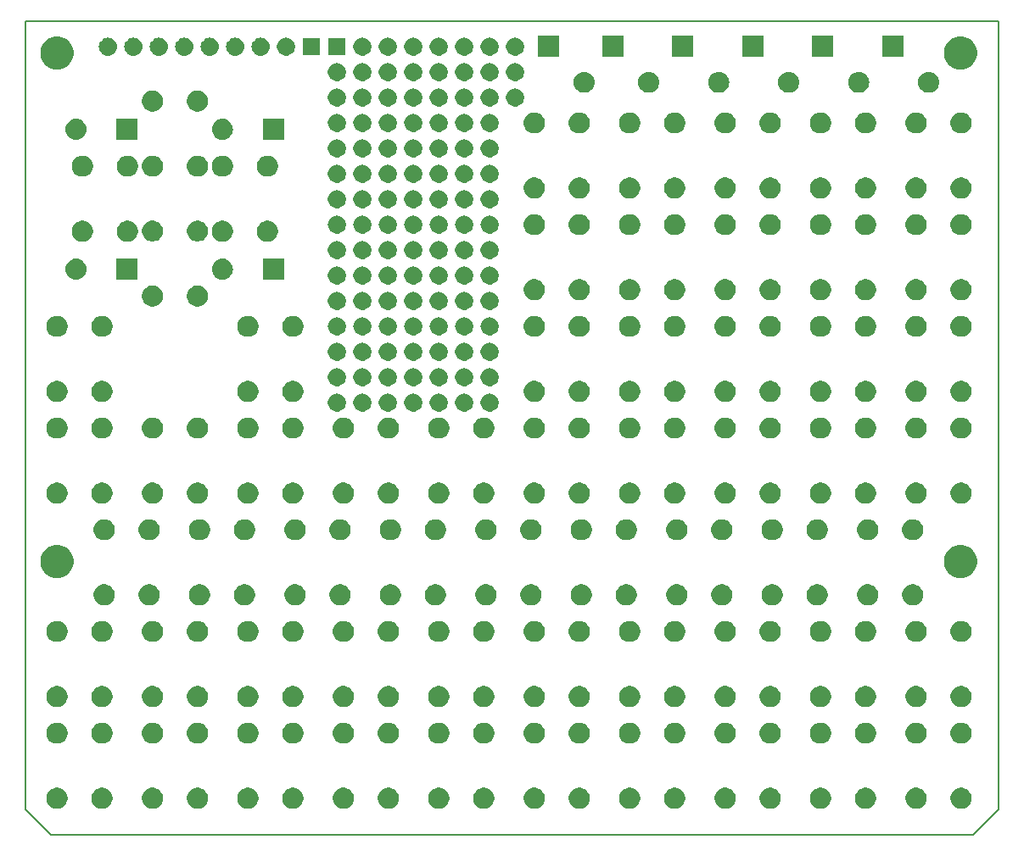
<source format=gbr>
%TF.GenerationSoftware,KiCad,Pcbnew,5.0.1-33cea8e~68~ubuntu16.04.1*%
%TF.CreationDate,2018-11-11T12:20:13-08:00*%
%TF.ProjectId,teensythumbboard,7465656E73797468756D62626F617264,rev?*%
%TF.SameCoordinates,PX68290a0PY463f660*%
%TF.FileFunction,Soldermask,Bot*%
%TF.FilePolarity,Negative*%
%FSLAX46Y46*%
G04 Gerber Fmt 4.6, Leading zero omitted, Abs format (unit mm)*
G04 Created by KiCad (PCBNEW 5.0.1-33cea8e~68~ubuntu16.04.1) date Sun 11 Nov 2018 12:20:13 PM PST*
%MOMM*%
%LPD*%
G01*
G04 APERTURE LIST*
%ADD10C,0.150000*%
G04 APERTURE END LIST*
D10*
X0Y0D02*
X97155000Y0D01*
X94615000Y-81280000D02*
X97155000Y-78740000D01*
X2540000Y-81280000D02*
X0Y-78740000D01*
X94615000Y-81280000D02*
X2540000Y-81280000D01*
X97155000Y0D02*
X97155000Y-78740000D01*
X0Y0D02*
X0Y-78740000D01*
G36*
X7981507Y-76609582D02*
X8172740Y-76688793D01*
X8343687Y-76803016D01*
X8344849Y-76803793D01*
X8491207Y-76950151D01*
X8491209Y-76950154D01*
X8606207Y-77122260D01*
X8685418Y-77313493D01*
X8725800Y-77516505D01*
X8725800Y-77723495D01*
X8685418Y-77926507D01*
X8606207Y-78117740D01*
X8491984Y-78288687D01*
X8491207Y-78289849D01*
X8344849Y-78436207D01*
X8344846Y-78436209D01*
X8172740Y-78551207D01*
X7981507Y-78630418D01*
X7778495Y-78670800D01*
X7571505Y-78670800D01*
X7368493Y-78630418D01*
X7177260Y-78551207D01*
X7005154Y-78436209D01*
X7005151Y-78436207D01*
X6858793Y-78289849D01*
X6858016Y-78288687D01*
X6743793Y-78117740D01*
X6664582Y-77926507D01*
X6624200Y-77723495D01*
X6624200Y-77516505D01*
X6664582Y-77313493D01*
X6743793Y-77122260D01*
X6858791Y-76950154D01*
X6858793Y-76950151D01*
X7005151Y-76803793D01*
X7006313Y-76803016D01*
X7177260Y-76688793D01*
X7368493Y-76609582D01*
X7571505Y-76569200D01*
X7778495Y-76569200D01*
X7981507Y-76609582D01*
X7981507Y-76609582D01*
G37*
G36*
X55606507Y-76609582D02*
X55797740Y-76688793D01*
X55968687Y-76803016D01*
X55969849Y-76803793D01*
X56116207Y-76950151D01*
X56116209Y-76950154D01*
X56231207Y-77122260D01*
X56310418Y-77313493D01*
X56350800Y-77516505D01*
X56350800Y-77723495D01*
X56310418Y-77926507D01*
X56231207Y-78117740D01*
X56116984Y-78288687D01*
X56116207Y-78289849D01*
X55969849Y-78436207D01*
X55969846Y-78436209D01*
X55797740Y-78551207D01*
X55606507Y-78630418D01*
X55403495Y-78670800D01*
X55196505Y-78670800D01*
X54993493Y-78630418D01*
X54802260Y-78551207D01*
X54630154Y-78436209D01*
X54630151Y-78436207D01*
X54483793Y-78289849D01*
X54483016Y-78288687D01*
X54368793Y-78117740D01*
X54289582Y-77926507D01*
X54249200Y-77723495D01*
X54249200Y-77516505D01*
X54289582Y-77313493D01*
X54368793Y-77122260D01*
X54483791Y-76950154D01*
X54483793Y-76950151D01*
X54630151Y-76803793D01*
X54631313Y-76803016D01*
X54802260Y-76688793D01*
X54993493Y-76609582D01*
X55196505Y-76569200D01*
X55403495Y-76569200D01*
X55606507Y-76609582D01*
X55606507Y-76609582D01*
G37*
G36*
X93706507Y-76609582D02*
X93897740Y-76688793D01*
X94068687Y-76803016D01*
X94069849Y-76803793D01*
X94216207Y-76950151D01*
X94216209Y-76950154D01*
X94331207Y-77122260D01*
X94410418Y-77313493D01*
X94450800Y-77516505D01*
X94450800Y-77723495D01*
X94410418Y-77926507D01*
X94331207Y-78117740D01*
X94216984Y-78288687D01*
X94216207Y-78289849D01*
X94069849Y-78436207D01*
X94069846Y-78436209D01*
X93897740Y-78551207D01*
X93706507Y-78630418D01*
X93503495Y-78670800D01*
X93296505Y-78670800D01*
X93093493Y-78630418D01*
X92902260Y-78551207D01*
X92730154Y-78436209D01*
X92730151Y-78436207D01*
X92583793Y-78289849D01*
X92583016Y-78288687D01*
X92468793Y-78117740D01*
X92389582Y-77926507D01*
X92349200Y-77723495D01*
X92349200Y-77516505D01*
X92389582Y-77313493D01*
X92468793Y-77122260D01*
X92583791Y-76950154D01*
X92583793Y-76950151D01*
X92730151Y-76803793D01*
X92731313Y-76803016D01*
X92902260Y-76688793D01*
X93093493Y-76609582D01*
X93296505Y-76569200D01*
X93503495Y-76569200D01*
X93706507Y-76609582D01*
X93706507Y-76609582D01*
G37*
G36*
X79681507Y-76609582D02*
X79872740Y-76688793D01*
X80043687Y-76803016D01*
X80044849Y-76803793D01*
X80191207Y-76950151D01*
X80191209Y-76950154D01*
X80306207Y-77122260D01*
X80385418Y-77313493D01*
X80425800Y-77516505D01*
X80425800Y-77723495D01*
X80385418Y-77926507D01*
X80306207Y-78117740D01*
X80191984Y-78288687D01*
X80191207Y-78289849D01*
X80044849Y-78436207D01*
X80044846Y-78436209D01*
X79872740Y-78551207D01*
X79681507Y-78630418D01*
X79478495Y-78670800D01*
X79271505Y-78670800D01*
X79068493Y-78630418D01*
X78877260Y-78551207D01*
X78705154Y-78436209D01*
X78705151Y-78436207D01*
X78558793Y-78289849D01*
X78558016Y-78288687D01*
X78443793Y-78117740D01*
X78364582Y-77926507D01*
X78324200Y-77723495D01*
X78324200Y-77516505D01*
X78364582Y-77313493D01*
X78443793Y-77122260D01*
X78558791Y-76950154D01*
X78558793Y-76950151D01*
X78705151Y-76803793D01*
X78706313Y-76803016D01*
X78877260Y-76688793D01*
X79068493Y-76609582D01*
X79271505Y-76569200D01*
X79478495Y-76569200D01*
X79681507Y-76609582D01*
X79681507Y-76609582D01*
G37*
G36*
X84181507Y-76609582D02*
X84372740Y-76688793D01*
X84543687Y-76803016D01*
X84544849Y-76803793D01*
X84691207Y-76950151D01*
X84691209Y-76950154D01*
X84806207Y-77122260D01*
X84885418Y-77313493D01*
X84925800Y-77516505D01*
X84925800Y-77723495D01*
X84885418Y-77926507D01*
X84806207Y-78117740D01*
X84691984Y-78288687D01*
X84691207Y-78289849D01*
X84544849Y-78436207D01*
X84544846Y-78436209D01*
X84372740Y-78551207D01*
X84181507Y-78630418D01*
X83978495Y-78670800D01*
X83771505Y-78670800D01*
X83568493Y-78630418D01*
X83377260Y-78551207D01*
X83205154Y-78436209D01*
X83205151Y-78436207D01*
X83058793Y-78289849D01*
X83058016Y-78288687D01*
X82943793Y-78117740D01*
X82864582Y-77926507D01*
X82824200Y-77723495D01*
X82824200Y-77516505D01*
X82864582Y-77313493D01*
X82943793Y-77122260D01*
X83058791Y-76950154D01*
X83058793Y-76950151D01*
X83205151Y-76803793D01*
X83206313Y-76803016D01*
X83377260Y-76688793D01*
X83568493Y-76609582D01*
X83771505Y-76569200D01*
X83978495Y-76569200D01*
X84181507Y-76609582D01*
X84181507Y-76609582D01*
G37*
G36*
X70156507Y-76609582D02*
X70347740Y-76688793D01*
X70518687Y-76803016D01*
X70519849Y-76803793D01*
X70666207Y-76950151D01*
X70666209Y-76950154D01*
X70781207Y-77122260D01*
X70860418Y-77313493D01*
X70900800Y-77516505D01*
X70900800Y-77723495D01*
X70860418Y-77926507D01*
X70781207Y-78117740D01*
X70666984Y-78288687D01*
X70666207Y-78289849D01*
X70519849Y-78436207D01*
X70519846Y-78436209D01*
X70347740Y-78551207D01*
X70156507Y-78630418D01*
X69953495Y-78670800D01*
X69746505Y-78670800D01*
X69543493Y-78630418D01*
X69352260Y-78551207D01*
X69180154Y-78436209D01*
X69180151Y-78436207D01*
X69033793Y-78289849D01*
X69033016Y-78288687D01*
X68918793Y-78117740D01*
X68839582Y-77926507D01*
X68799200Y-77723495D01*
X68799200Y-77516505D01*
X68839582Y-77313493D01*
X68918793Y-77122260D01*
X69033791Y-76950154D01*
X69033793Y-76950151D01*
X69180151Y-76803793D01*
X69181313Y-76803016D01*
X69352260Y-76688793D01*
X69543493Y-76609582D01*
X69746505Y-76569200D01*
X69953495Y-76569200D01*
X70156507Y-76609582D01*
X70156507Y-76609582D01*
G37*
G36*
X74656507Y-76609582D02*
X74847740Y-76688793D01*
X75018687Y-76803016D01*
X75019849Y-76803793D01*
X75166207Y-76950151D01*
X75166209Y-76950154D01*
X75281207Y-77122260D01*
X75360418Y-77313493D01*
X75400800Y-77516505D01*
X75400800Y-77723495D01*
X75360418Y-77926507D01*
X75281207Y-78117740D01*
X75166984Y-78288687D01*
X75166207Y-78289849D01*
X75019849Y-78436207D01*
X75019846Y-78436209D01*
X74847740Y-78551207D01*
X74656507Y-78630418D01*
X74453495Y-78670800D01*
X74246505Y-78670800D01*
X74043493Y-78630418D01*
X73852260Y-78551207D01*
X73680154Y-78436209D01*
X73680151Y-78436207D01*
X73533793Y-78289849D01*
X73533016Y-78288687D01*
X73418793Y-78117740D01*
X73339582Y-77926507D01*
X73299200Y-77723495D01*
X73299200Y-77516505D01*
X73339582Y-77313493D01*
X73418793Y-77122260D01*
X73533791Y-76950154D01*
X73533793Y-76950151D01*
X73680151Y-76803793D01*
X73681313Y-76803016D01*
X73852260Y-76688793D01*
X74043493Y-76609582D01*
X74246505Y-76569200D01*
X74453495Y-76569200D01*
X74656507Y-76609582D01*
X74656507Y-76609582D01*
G37*
G36*
X60631507Y-76609582D02*
X60822740Y-76688793D01*
X60993687Y-76803016D01*
X60994849Y-76803793D01*
X61141207Y-76950151D01*
X61141209Y-76950154D01*
X61256207Y-77122260D01*
X61335418Y-77313493D01*
X61375800Y-77516505D01*
X61375800Y-77723495D01*
X61335418Y-77926507D01*
X61256207Y-78117740D01*
X61141984Y-78288687D01*
X61141207Y-78289849D01*
X60994849Y-78436207D01*
X60994846Y-78436209D01*
X60822740Y-78551207D01*
X60631507Y-78630418D01*
X60428495Y-78670800D01*
X60221505Y-78670800D01*
X60018493Y-78630418D01*
X59827260Y-78551207D01*
X59655154Y-78436209D01*
X59655151Y-78436207D01*
X59508793Y-78289849D01*
X59508016Y-78288687D01*
X59393793Y-78117740D01*
X59314582Y-77926507D01*
X59274200Y-77723495D01*
X59274200Y-77516505D01*
X59314582Y-77313493D01*
X59393793Y-77122260D01*
X59508791Y-76950154D01*
X59508793Y-76950151D01*
X59655151Y-76803793D01*
X59656313Y-76803016D01*
X59827260Y-76688793D01*
X60018493Y-76609582D01*
X60221505Y-76569200D01*
X60428495Y-76569200D01*
X60631507Y-76609582D01*
X60631507Y-76609582D01*
G37*
G36*
X65131507Y-76609582D02*
X65322740Y-76688793D01*
X65493687Y-76803016D01*
X65494849Y-76803793D01*
X65641207Y-76950151D01*
X65641209Y-76950154D01*
X65756207Y-77122260D01*
X65835418Y-77313493D01*
X65875800Y-77516505D01*
X65875800Y-77723495D01*
X65835418Y-77926507D01*
X65756207Y-78117740D01*
X65641984Y-78288687D01*
X65641207Y-78289849D01*
X65494849Y-78436207D01*
X65494846Y-78436209D01*
X65322740Y-78551207D01*
X65131507Y-78630418D01*
X64928495Y-78670800D01*
X64721505Y-78670800D01*
X64518493Y-78630418D01*
X64327260Y-78551207D01*
X64155154Y-78436209D01*
X64155151Y-78436207D01*
X64008793Y-78289849D01*
X64008016Y-78288687D01*
X63893793Y-78117740D01*
X63814582Y-77926507D01*
X63774200Y-77723495D01*
X63774200Y-77516505D01*
X63814582Y-77313493D01*
X63893793Y-77122260D01*
X64008791Y-76950154D01*
X64008793Y-76950151D01*
X64155151Y-76803793D01*
X64156313Y-76803016D01*
X64327260Y-76688793D01*
X64518493Y-76609582D01*
X64721505Y-76569200D01*
X64928495Y-76569200D01*
X65131507Y-76609582D01*
X65131507Y-76609582D01*
G37*
G36*
X51106507Y-76609582D02*
X51297740Y-76688793D01*
X51468687Y-76803016D01*
X51469849Y-76803793D01*
X51616207Y-76950151D01*
X51616209Y-76950154D01*
X51731207Y-77122260D01*
X51810418Y-77313493D01*
X51850800Y-77516505D01*
X51850800Y-77723495D01*
X51810418Y-77926507D01*
X51731207Y-78117740D01*
X51616984Y-78288687D01*
X51616207Y-78289849D01*
X51469849Y-78436207D01*
X51469846Y-78436209D01*
X51297740Y-78551207D01*
X51106507Y-78630418D01*
X50903495Y-78670800D01*
X50696505Y-78670800D01*
X50493493Y-78630418D01*
X50302260Y-78551207D01*
X50130154Y-78436209D01*
X50130151Y-78436207D01*
X49983793Y-78289849D01*
X49983016Y-78288687D01*
X49868793Y-78117740D01*
X49789582Y-77926507D01*
X49749200Y-77723495D01*
X49749200Y-77516505D01*
X49789582Y-77313493D01*
X49868793Y-77122260D01*
X49983791Y-76950154D01*
X49983793Y-76950151D01*
X50130151Y-76803793D01*
X50131313Y-76803016D01*
X50302260Y-76688793D01*
X50493493Y-76609582D01*
X50696505Y-76569200D01*
X50903495Y-76569200D01*
X51106507Y-76609582D01*
X51106507Y-76609582D01*
G37*
G36*
X89206507Y-76609582D02*
X89397740Y-76688793D01*
X89568687Y-76803016D01*
X89569849Y-76803793D01*
X89716207Y-76950151D01*
X89716209Y-76950154D01*
X89831207Y-77122260D01*
X89910418Y-77313493D01*
X89950800Y-77516505D01*
X89950800Y-77723495D01*
X89910418Y-77926507D01*
X89831207Y-78117740D01*
X89716984Y-78288687D01*
X89716207Y-78289849D01*
X89569849Y-78436207D01*
X89569846Y-78436209D01*
X89397740Y-78551207D01*
X89206507Y-78630418D01*
X89003495Y-78670800D01*
X88796505Y-78670800D01*
X88593493Y-78630418D01*
X88402260Y-78551207D01*
X88230154Y-78436209D01*
X88230151Y-78436207D01*
X88083793Y-78289849D01*
X88083016Y-78288687D01*
X87968793Y-78117740D01*
X87889582Y-77926507D01*
X87849200Y-77723495D01*
X87849200Y-77516505D01*
X87889582Y-77313493D01*
X87968793Y-77122260D01*
X88083791Y-76950154D01*
X88083793Y-76950151D01*
X88230151Y-76803793D01*
X88231313Y-76803016D01*
X88402260Y-76688793D01*
X88593493Y-76609582D01*
X88796505Y-76569200D01*
X89003495Y-76569200D01*
X89206507Y-76609582D01*
X89206507Y-76609582D01*
G37*
G36*
X46081507Y-76609582D02*
X46272740Y-76688793D01*
X46443687Y-76803016D01*
X46444849Y-76803793D01*
X46591207Y-76950151D01*
X46591209Y-76950154D01*
X46706207Y-77122260D01*
X46785418Y-77313493D01*
X46825800Y-77516505D01*
X46825800Y-77723495D01*
X46785418Y-77926507D01*
X46706207Y-78117740D01*
X46591984Y-78288687D01*
X46591207Y-78289849D01*
X46444849Y-78436207D01*
X46444846Y-78436209D01*
X46272740Y-78551207D01*
X46081507Y-78630418D01*
X45878495Y-78670800D01*
X45671505Y-78670800D01*
X45468493Y-78630418D01*
X45277260Y-78551207D01*
X45105154Y-78436209D01*
X45105151Y-78436207D01*
X44958793Y-78289849D01*
X44958016Y-78288687D01*
X44843793Y-78117740D01*
X44764582Y-77926507D01*
X44724200Y-77723495D01*
X44724200Y-77516505D01*
X44764582Y-77313493D01*
X44843793Y-77122260D01*
X44958791Y-76950154D01*
X44958793Y-76950151D01*
X45105151Y-76803793D01*
X45106313Y-76803016D01*
X45277260Y-76688793D01*
X45468493Y-76609582D01*
X45671505Y-76569200D01*
X45878495Y-76569200D01*
X46081507Y-76609582D01*
X46081507Y-76609582D01*
G37*
G36*
X41581507Y-76609582D02*
X41772740Y-76688793D01*
X41943687Y-76803016D01*
X41944849Y-76803793D01*
X42091207Y-76950151D01*
X42091209Y-76950154D01*
X42206207Y-77122260D01*
X42285418Y-77313493D01*
X42325800Y-77516505D01*
X42325800Y-77723495D01*
X42285418Y-77926507D01*
X42206207Y-78117740D01*
X42091984Y-78288687D01*
X42091207Y-78289849D01*
X41944849Y-78436207D01*
X41944846Y-78436209D01*
X41772740Y-78551207D01*
X41581507Y-78630418D01*
X41378495Y-78670800D01*
X41171505Y-78670800D01*
X40968493Y-78630418D01*
X40777260Y-78551207D01*
X40605154Y-78436209D01*
X40605151Y-78436207D01*
X40458793Y-78289849D01*
X40458016Y-78288687D01*
X40343793Y-78117740D01*
X40264582Y-77926507D01*
X40224200Y-77723495D01*
X40224200Y-77516505D01*
X40264582Y-77313493D01*
X40343793Y-77122260D01*
X40458791Y-76950154D01*
X40458793Y-76950151D01*
X40605151Y-76803793D01*
X40606313Y-76803016D01*
X40777260Y-76688793D01*
X40968493Y-76609582D01*
X41171505Y-76569200D01*
X41378495Y-76569200D01*
X41581507Y-76609582D01*
X41581507Y-76609582D01*
G37*
G36*
X3481507Y-76609582D02*
X3672740Y-76688793D01*
X3843687Y-76803016D01*
X3844849Y-76803793D01*
X3991207Y-76950151D01*
X3991209Y-76950154D01*
X4106207Y-77122260D01*
X4185418Y-77313493D01*
X4225800Y-77516505D01*
X4225800Y-77723495D01*
X4185418Y-77926507D01*
X4106207Y-78117740D01*
X3991984Y-78288687D01*
X3991207Y-78289849D01*
X3844849Y-78436207D01*
X3844846Y-78436209D01*
X3672740Y-78551207D01*
X3481507Y-78630418D01*
X3278495Y-78670800D01*
X3071505Y-78670800D01*
X2868493Y-78630418D01*
X2677260Y-78551207D01*
X2505154Y-78436209D01*
X2505151Y-78436207D01*
X2358793Y-78289849D01*
X2358016Y-78288687D01*
X2243793Y-78117740D01*
X2164582Y-77926507D01*
X2124200Y-77723495D01*
X2124200Y-77516505D01*
X2164582Y-77313493D01*
X2243793Y-77122260D01*
X2358791Y-76950154D01*
X2358793Y-76950151D01*
X2505151Y-76803793D01*
X2506313Y-76803016D01*
X2677260Y-76688793D01*
X2868493Y-76609582D01*
X3071505Y-76569200D01*
X3278495Y-76569200D01*
X3481507Y-76609582D01*
X3481507Y-76609582D01*
G37*
G36*
X17506507Y-76609582D02*
X17697740Y-76688793D01*
X17868687Y-76803016D01*
X17869849Y-76803793D01*
X18016207Y-76950151D01*
X18016209Y-76950154D01*
X18131207Y-77122260D01*
X18210418Y-77313493D01*
X18250800Y-77516505D01*
X18250800Y-77723495D01*
X18210418Y-77926507D01*
X18131207Y-78117740D01*
X18016984Y-78288687D01*
X18016207Y-78289849D01*
X17869849Y-78436207D01*
X17869846Y-78436209D01*
X17697740Y-78551207D01*
X17506507Y-78630418D01*
X17303495Y-78670800D01*
X17096505Y-78670800D01*
X16893493Y-78630418D01*
X16702260Y-78551207D01*
X16530154Y-78436209D01*
X16530151Y-78436207D01*
X16383793Y-78289849D01*
X16383016Y-78288687D01*
X16268793Y-78117740D01*
X16189582Y-77926507D01*
X16149200Y-77723495D01*
X16149200Y-77516505D01*
X16189582Y-77313493D01*
X16268793Y-77122260D01*
X16383791Y-76950154D01*
X16383793Y-76950151D01*
X16530151Y-76803793D01*
X16531313Y-76803016D01*
X16702260Y-76688793D01*
X16893493Y-76609582D01*
X17096505Y-76569200D01*
X17303495Y-76569200D01*
X17506507Y-76609582D01*
X17506507Y-76609582D01*
G37*
G36*
X13006507Y-76609582D02*
X13197740Y-76688793D01*
X13368687Y-76803016D01*
X13369849Y-76803793D01*
X13516207Y-76950151D01*
X13516209Y-76950154D01*
X13631207Y-77122260D01*
X13710418Y-77313493D01*
X13750800Y-77516505D01*
X13750800Y-77723495D01*
X13710418Y-77926507D01*
X13631207Y-78117740D01*
X13516984Y-78288687D01*
X13516207Y-78289849D01*
X13369849Y-78436207D01*
X13369846Y-78436209D01*
X13197740Y-78551207D01*
X13006507Y-78630418D01*
X12803495Y-78670800D01*
X12596505Y-78670800D01*
X12393493Y-78630418D01*
X12202260Y-78551207D01*
X12030154Y-78436209D01*
X12030151Y-78436207D01*
X11883793Y-78289849D01*
X11883016Y-78288687D01*
X11768793Y-78117740D01*
X11689582Y-77926507D01*
X11649200Y-77723495D01*
X11649200Y-77516505D01*
X11689582Y-77313493D01*
X11768793Y-77122260D01*
X11883791Y-76950154D01*
X11883793Y-76950151D01*
X12030151Y-76803793D01*
X12031313Y-76803016D01*
X12202260Y-76688793D01*
X12393493Y-76609582D01*
X12596505Y-76569200D01*
X12803495Y-76569200D01*
X13006507Y-76609582D01*
X13006507Y-76609582D01*
G37*
G36*
X27031507Y-76609582D02*
X27222740Y-76688793D01*
X27393687Y-76803016D01*
X27394849Y-76803793D01*
X27541207Y-76950151D01*
X27541209Y-76950154D01*
X27656207Y-77122260D01*
X27735418Y-77313493D01*
X27775800Y-77516505D01*
X27775800Y-77723495D01*
X27735418Y-77926507D01*
X27656207Y-78117740D01*
X27541984Y-78288687D01*
X27541207Y-78289849D01*
X27394849Y-78436207D01*
X27394846Y-78436209D01*
X27222740Y-78551207D01*
X27031507Y-78630418D01*
X26828495Y-78670800D01*
X26621505Y-78670800D01*
X26418493Y-78630418D01*
X26227260Y-78551207D01*
X26055154Y-78436209D01*
X26055151Y-78436207D01*
X25908793Y-78289849D01*
X25908016Y-78288687D01*
X25793793Y-78117740D01*
X25714582Y-77926507D01*
X25674200Y-77723495D01*
X25674200Y-77516505D01*
X25714582Y-77313493D01*
X25793793Y-77122260D01*
X25908791Y-76950154D01*
X25908793Y-76950151D01*
X26055151Y-76803793D01*
X26056313Y-76803016D01*
X26227260Y-76688793D01*
X26418493Y-76609582D01*
X26621505Y-76569200D01*
X26828495Y-76569200D01*
X27031507Y-76609582D01*
X27031507Y-76609582D01*
G37*
G36*
X22531507Y-76609582D02*
X22722740Y-76688793D01*
X22893687Y-76803016D01*
X22894849Y-76803793D01*
X23041207Y-76950151D01*
X23041209Y-76950154D01*
X23156207Y-77122260D01*
X23235418Y-77313493D01*
X23275800Y-77516505D01*
X23275800Y-77723495D01*
X23235418Y-77926507D01*
X23156207Y-78117740D01*
X23041984Y-78288687D01*
X23041207Y-78289849D01*
X22894849Y-78436207D01*
X22894846Y-78436209D01*
X22722740Y-78551207D01*
X22531507Y-78630418D01*
X22328495Y-78670800D01*
X22121505Y-78670800D01*
X21918493Y-78630418D01*
X21727260Y-78551207D01*
X21555154Y-78436209D01*
X21555151Y-78436207D01*
X21408793Y-78289849D01*
X21408016Y-78288687D01*
X21293793Y-78117740D01*
X21214582Y-77926507D01*
X21174200Y-77723495D01*
X21174200Y-77516505D01*
X21214582Y-77313493D01*
X21293793Y-77122260D01*
X21408791Y-76950154D01*
X21408793Y-76950151D01*
X21555151Y-76803793D01*
X21556313Y-76803016D01*
X21727260Y-76688793D01*
X21918493Y-76609582D01*
X22121505Y-76569200D01*
X22328495Y-76569200D01*
X22531507Y-76609582D01*
X22531507Y-76609582D01*
G37*
G36*
X36556507Y-76609582D02*
X36747740Y-76688793D01*
X36918687Y-76803016D01*
X36919849Y-76803793D01*
X37066207Y-76950151D01*
X37066209Y-76950154D01*
X37181207Y-77122260D01*
X37260418Y-77313493D01*
X37300800Y-77516505D01*
X37300800Y-77723495D01*
X37260418Y-77926507D01*
X37181207Y-78117740D01*
X37066984Y-78288687D01*
X37066207Y-78289849D01*
X36919849Y-78436207D01*
X36919846Y-78436209D01*
X36747740Y-78551207D01*
X36556507Y-78630418D01*
X36353495Y-78670800D01*
X36146505Y-78670800D01*
X35943493Y-78630418D01*
X35752260Y-78551207D01*
X35580154Y-78436209D01*
X35580151Y-78436207D01*
X35433793Y-78289849D01*
X35433016Y-78288687D01*
X35318793Y-78117740D01*
X35239582Y-77926507D01*
X35199200Y-77723495D01*
X35199200Y-77516505D01*
X35239582Y-77313493D01*
X35318793Y-77122260D01*
X35433791Y-76950154D01*
X35433793Y-76950151D01*
X35580151Y-76803793D01*
X35581313Y-76803016D01*
X35752260Y-76688793D01*
X35943493Y-76609582D01*
X36146505Y-76569200D01*
X36353495Y-76569200D01*
X36556507Y-76609582D01*
X36556507Y-76609582D01*
G37*
G36*
X32056507Y-76609582D02*
X32247740Y-76688793D01*
X32418687Y-76803016D01*
X32419849Y-76803793D01*
X32566207Y-76950151D01*
X32566209Y-76950154D01*
X32681207Y-77122260D01*
X32760418Y-77313493D01*
X32800800Y-77516505D01*
X32800800Y-77723495D01*
X32760418Y-77926507D01*
X32681207Y-78117740D01*
X32566984Y-78288687D01*
X32566207Y-78289849D01*
X32419849Y-78436207D01*
X32419846Y-78436209D01*
X32247740Y-78551207D01*
X32056507Y-78630418D01*
X31853495Y-78670800D01*
X31646505Y-78670800D01*
X31443493Y-78630418D01*
X31252260Y-78551207D01*
X31080154Y-78436209D01*
X31080151Y-78436207D01*
X30933793Y-78289849D01*
X30933016Y-78288687D01*
X30818793Y-78117740D01*
X30739582Y-77926507D01*
X30699200Y-77723495D01*
X30699200Y-77516505D01*
X30739582Y-77313493D01*
X30818793Y-77122260D01*
X30933791Y-76950154D01*
X30933793Y-76950151D01*
X31080151Y-76803793D01*
X31081313Y-76803016D01*
X31252260Y-76688793D01*
X31443493Y-76609582D01*
X31646505Y-76569200D01*
X31853495Y-76569200D01*
X32056507Y-76609582D01*
X32056507Y-76609582D01*
G37*
G36*
X41581507Y-70109582D02*
X41772740Y-70188793D01*
X41943687Y-70303016D01*
X41944849Y-70303793D01*
X42091207Y-70450151D01*
X42091209Y-70450154D01*
X42206207Y-70622260D01*
X42285418Y-70813493D01*
X42325800Y-71016505D01*
X42325800Y-71223495D01*
X42285418Y-71426507D01*
X42206207Y-71617740D01*
X42091984Y-71788687D01*
X42091207Y-71789849D01*
X41944849Y-71936207D01*
X41944846Y-71936209D01*
X41772740Y-72051207D01*
X41581507Y-72130418D01*
X41378495Y-72170800D01*
X41171505Y-72170800D01*
X40968493Y-72130418D01*
X40777260Y-72051207D01*
X40605154Y-71936209D01*
X40605151Y-71936207D01*
X40458793Y-71789849D01*
X40458016Y-71788687D01*
X40343793Y-71617740D01*
X40264582Y-71426507D01*
X40224200Y-71223495D01*
X40224200Y-71016505D01*
X40264582Y-70813493D01*
X40343793Y-70622260D01*
X40458791Y-70450154D01*
X40458793Y-70450151D01*
X40605151Y-70303793D01*
X40606313Y-70303016D01*
X40777260Y-70188793D01*
X40968493Y-70109582D01*
X41171505Y-70069200D01*
X41378495Y-70069200D01*
X41581507Y-70109582D01*
X41581507Y-70109582D01*
G37*
G36*
X7981507Y-70109582D02*
X8172740Y-70188793D01*
X8343687Y-70303016D01*
X8344849Y-70303793D01*
X8491207Y-70450151D01*
X8491209Y-70450154D01*
X8606207Y-70622260D01*
X8685418Y-70813493D01*
X8725800Y-71016505D01*
X8725800Y-71223495D01*
X8685418Y-71426507D01*
X8606207Y-71617740D01*
X8491984Y-71788687D01*
X8491207Y-71789849D01*
X8344849Y-71936207D01*
X8344846Y-71936209D01*
X8172740Y-72051207D01*
X7981507Y-72130418D01*
X7778495Y-72170800D01*
X7571505Y-72170800D01*
X7368493Y-72130418D01*
X7177260Y-72051207D01*
X7005154Y-71936209D01*
X7005151Y-71936207D01*
X6858793Y-71789849D01*
X6858016Y-71788687D01*
X6743793Y-71617740D01*
X6664582Y-71426507D01*
X6624200Y-71223495D01*
X6624200Y-71016505D01*
X6664582Y-70813493D01*
X6743793Y-70622260D01*
X6858791Y-70450154D01*
X6858793Y-70450151D01*
X7005151Y-70303793D01*
X7006313Y-70303016D01*
X7177260Y-70188793D01*
X7368493Y-70109582D01*
X7571505Y-70069200D01*
X7778495Y-70069200D01*
X7981507Y-70109582D01*
X7981507Y-70109582D01*
G37*
G36*
X3481507Y-70109582D02*
X3672740Y-70188793D01*
X3843687Y-70303016D01*
X3844849Y-70303793D01*
X3991207Y-70450151D01*
X3991209Y-70450154D01*
X4106207Y-70622260D01*
X4185418Y-70813493D01*
X4225800Y-71016505D01*
X4225800Y-71223495D01*
X4185418Y-71426507D01*
X4106207Y-71617740D01*
X3991984Y-71788687D01*
X3991207Y-71789849D01*
X3844849Y-71936207D01*
X3844846Y-71936209D01*
X3672740Y-72051207D01*
X3481507Y-72130418D01*
X3278495Y-72170800D01*
X3071505Y-72170800D01*
X2868493Y-72130418D01*
X2677260Y-72051207D01*
X2505154Y-71936209D01*
X2505151Y-71936207D01*
X2358793Y-71789849D01*
X2358016Y-71788687D01*
X2243793Y-71617740D01*
X2164582Y-71426507D01*
X2124200Y-71223495D01*
X2124200Y-71016505D01*
X2164582Y-70813493D01*
X2243793Y-70622260D01*
X2358791Y-70450154D01*
X2358793Y-70450151D01*
X2505151Y-70303793D01*
X2506313Y-70303016D01*
X2677260Y-70188793D01*
X2868493Y-70109582D01*
X3071505Y-70069200D01*
X3278495Y-70069200D01*
X3481507Y-70109582D01*
X3481507Y-70109582D01*
G37*
G36*
X17506507Y-70109582D02*
X17697740Y-70188793D01*
X17868687Y-70303016D01*
X17869849Y-70303793D01*
X18016207Y-70450151D01*
X18016209Y-70450154D01*
X18131207Y-70622260D01*
X18210418Y-70813493D01*
X18250800Y-71016505D01*
X18250800Y-71223495D01*
X18210418Y-71426507D01*
X18131207Y-71617740D01*
X18016984Y-71788687D01*
X18016207Y-71789849D01*
X17869849Y-71936207D01*
X17869846Y-71936209D01*
X17697740Y-72051207D01*
X17506507Y-72130418D01*
X17303495Y-72170800D01*
X17096505Y-72170800D01*
X16893493Y-72130418D01*
X16702260Y-72051207D01*
X16530154Y-71936209D01*
X16530151Y-71936207D01*
X16383793Y-71789849D01*
X16383016Y-71788687D01*
X16268793Y-71617740D01*
X16189582Y-71426507D01*
X16149200Y-71223495D01*
X16149200Y-71016505D01*
X16189582Y-70813493D01*
X16268793Y-70622260D01*
X16383791Y-70450154D01*
X16383793Y-70450151D01*
X16530151Y-70303793D01*
X16531313Y-70303016D01*
X16702260Y-70188793D01*
X16893493Y-70109582D01*
X17096505Y-70069200D01*
X17303495Y-70069200D01*
X17506507Y-70109582D01*
X17506507Y-70109582D01*
G37*
G36*
X13006507Y-70109582D02*
X13197740Y-70188793D01*
X13368687Y-70303016D01*
X13369849Y-70303793D01*
X13516207Y-70450151D01*
X13516209Y-70450154D01*
X13631207Y-70622260D01*
X13710418Y-70813493D01*
X13750800Y-71016505D01*
X13750800Y-71223495D01*
X13710418Y-71426507D01*
X13631207Y-71617740D01*
X13516984Y-71788687D01*
X13516207Y-71789849D01*
X13369849Y-71936207D01*
X13369846Y-71936209D01*
X13197740Y-72051207D01*
X13006507Y-72130418D01*
X12803495Y-72170800D01*
X12596505Y-72170800D01*
X12393493Y-72130418D01*
X12202260Y-72051207D01*
X12030154Y-71936209D01*
X12030151Y-71936207D01*
X11883793Y-71789849D01*
X11883016Y-71788687D01*
X11768793Y-71617740D01*
X11689582Y-71426507D01*
X11649200Y-71223495D01*
X11649200Y-71016505D01*
X11689582Y-70813493D01*
X11768793Y-70622260D01*
X11883791Y-70450154D01*
X11883793Y-70450151D01*
X12030151Y-70303793D01*
X12031313Y-70303016D01*
X12202260Y-70188793D01*
X12393493Y-70109582D01*
X12596505Y-70069200D01*
X12803495Y-70069200D01*
X13006507Y-70109582D01*
X13006507Y-70109582D01*
G37*
G36*
X27031507Y-70109582D02*
X27222740Y-70188793D01*
X27393687Y-70303016D01*
X27394849Y-70303793D01*
X27541207Y-70450151D01*
X27541209Y-70450154D01*
X27656207Y-70622260D01*
X27735418Y-70813493D01*
X27775800Y-71016505D01*
X27775800Y-71223495D01*
X27735418Y-71426507D01*
X27656207Y-71617740D01*
X27541984Y-71788687D01*
X27541207Y-71789849D01*
X27394849Y-71936207D01*
X27394846Y-71936209D01*
X27222740Y-72051207D01*
X27031507Y-72130418D01*
X26828495Y-72170800D01*
X26621505Y-72170800D01*
X26418493Y-72130418D01*
X26227260Y-72051207D01*
X26055154Y-71936209D01*
X26055151Y-71936207D01*
X25908793Y-71789849D01*
X25908016Y-71788687D01*
X25793793Y-71617740D01*
X25714582Y-71426507D01*
X25674200Y-71223495D01*
X25674200Y-71016505D01*
X25714582Y-70813493D01*
X25793793Y-70622260D01*
X25908791Y-70450154D01*
X25908793Y-70450151D01*
X26055151Y-70303793D01*
X26056313Y-70303016D01*
X26227260Y-70188793D01*
X26418493Y-70109582D01*
X26621505Y-70069200D01*
X26828495Y-70069200D01*
X27031507Y-70109582D01*
X27031507Y-70109582D01*
G37*
G36*
X22531507Y-70109582D02*
X22722740Y-70188793D01*
X22893687Y-70303016D01*
X22894849Y-70303793D01*
X23041207Y-70450151D01*
X23041209Y-70450154D01*
X23156207Y-70622260D01*
X23235418Y-70813493D01*
X23275800Y-71016505D01*
X23275800Y-71223495D01*
X23235418Y-71426507D01*
X23156207Y-71617740D01*
X23041984Y-71788687D01*
X23041207Y-71789849D01*
X22894849Y-71936207D01*
X22894846Y-71936209D01*
X22722740Y-72051207D01*
X22531507Y-72130418D01*
X22328495Y-72170800D01*
X22121505Y-72170800D01*
X21918493Y-72130418D01*
X21727260Y-72051207D01*
X21555154Y-71936209D01*
X21555151Y-71936207D01*
X21408793Y-71789849D01*
X21408016Y-71788687D01*
X21293793Y-71617740D01*
X21214582Y-71426507D01*
X21174200Y-71223495D01*
X21174200Y-71016505D01*
X21214582Y-70813493D01*
X21293793Y-70622260D01*
X21408791Y-70450154D01*
X21408793Y-70450151D01*
X21555151Y-70303793D01*
X21556313Y-70303016D01*
X21727260Y-70188793D01*
X21918493Y-70109582D01*
X22121505Y-70069200D01*
X22328495Y-70069200D01*
X22531507Y-70109582D01*
X22531507Y-70109582D01*
G37*
G36*
X36556507Y-70109582D02*
X36747740Y-70188793D01*
X36918687Y-70303016D01*
X36919849Y-70303793D01*
X37066207Y-70450151D01*
X37066209Y-70450154D01*
X37181207Y-70622260D01*
X37260418Y-70813493D01*
X37300800Y-71016505D01*
X37300800Y-71223495D01*
X37260418Y-71426507D01*
X37181207Y-71617740D01*
X37066984Y-71788687D01*
X37066207Y-71789849D01*
X36919849Y-71936207D01*
X36919846Y-71936209D01*
X36747740Y-72051207D01*
X36556507Y-72130418D01*
X36353495Y-72170800D01*
X36146505Y-72170800D01*
X35943493Y-72130418D01*
X35752260Y-72051207D01*
X35580154Y-71936209D01*
X35580151Y-71936207D01*
X35433793Y-71789849D01*
X35433016Y-71788687D01*
X35318793Y-71617740D01*
X35239582Y-71426507D01*
X35199200Y-71223495D01*
X35199200Y-71016505D01*
X35239582Y-70813493D01*
X35318793Y-70622260D01*
X35433791Y-70450154D01*
X35433793Y-70450151D01*
X35580151Y-70303793D01*
X35581313Y-70303016D01*
X35752260Y-70188793D01*
X35943493Y-70109582D01*
X36146505Y-70069200D01*
X36353495Y-70069200D01*
X36556507Y-70109582D01*
X36556507Y-70109582D01*
G37*
G36*
X32056507Y-70109582D02*
X32247740Y-70188793D01*
X32418687Y-70303016D01*
X32419849Y-70303793D01*
X32566207Y-70450151D01*
X32566209Y-70450154D01*
X32681207Y-70622260D01*
X32760418Y-70813493D01*
X32800800Y-71016505D01*
X32800800Y-71223495D01*
X32760418Y-71426507D01*
X32681207Y-71617740D01*
X32566984Y-71788687D01*
X32566207Y-71789849D01*
X32419849Y-71936207D01*
X32419846Y-71936209D01*
X32247740Y-72051207D01*
X32056507Y-72130418D01*
X31853495Y-72170800D01*
X31646505Y-72170800D01*
X31443493Y-72130418D01*
X31252260Y-72051207D01*
X31080154Y-71936209D01*
X31080151Y-71936207D01*
X30933793Y-71789849D01*
X30933016Y-71788687D01*
X30818793Y-71617740D01*
X30739582Y-71426507D01*
X30699200Y-71223495D01*
X30699200Y-71016505D01*
X30739582Y-70813493D01*
X30818793Y-70622260D01*
X30933791Y-70450154D01*
X30933793Y-70450151D01*
X31080151Y-70303793D01*
X31081313Y-70303016D01*
X31252260Y-70188793D01*
X31443493Y-70109582D01*
X31646505Y-70069200D01*
X31853495Y-70069200D01*
X32056507Y-70109582D01*
X32056507Y-70109582D01*
G37*
G36*
X46081507Y-70109582D02*
X46272740Y-70188793D01*
X46443687Y-70303016D01*
X46444849Y-70303793D01*
X46591207Y-70450151D01*
X46591209Y-70450154D01*
X46706207Y-70622260D01*
X46785418Y-70813493D01*
X46825800Y-71016505D01*
X46825800Y-71223495D01*
X46785418Y-71426507D01*
X46706207Y-71617740D01*
X46591984Y-71788687D01*
X46591207Y-71789849D01*
X46444849Y-71936207D01*
X46444846Y-71936209D01*
X46272740Y-72051207D01*
X46081507Y-72130418D01*
X45878495Y-72170800D01*
X45671505Y-72170800D01*
X45468493Y-72130418D01*
X45277260Y-72051207D01*
X45105154Y-71936209D01*
X45105151Y-71936207D01*
X44958793Y-71789849D01*
X44958016Y-71788687D01*
X44843793Y-71617740D01*
X44764582Y-71426507D01*
X44724200Y-71223495D01*
X44724200Y-71016505D01*
X44764582Y-70813493D01*
X44843793Y-70622260D01*
X44958791Y-70450154D01*
X44958793Y-70450151D01*
X45105151Y-70303793D01*
X45106313Y-70303016D01*
X45277260Y-70188793D01*
X45468493Y-70109582D01*
X45671505Y-70069200D01*
X45878495Y-70069200D01*
X46081507Y-70109582D01*
X46081507Y-70109582D01*
G37*
G36*
X55606507Y-70109582D02*
X55797740Y-70188793D01*
X55968687Y-70303016D01*
X55969849Y-70303793D01*
X56116207Y-70450151D01*
X56116209Y-70450154D01*
X56231207Y-70622260D01*
X56310418Y-70813493D01*
X56350800Y-71016505D01*
X56350800Y-71223495D01*
X56310418Y-71426507D01*
X56231207Y-71617740D01*
X56116984Y-71788687D01*
X56116207Y-71789849D01*
X55969849Y-71936207D01*
X55969846Y-71936209D01*
X55797740Y-72051207D01*
X55606507Y-72130418D01*
X55403495Y-72170800D01*
X55196505Y-72170800D01*
X54993493Y-72130418D01*
X54802260Y-72051207D01*
X54630154Y-71936209D01*
X54630151Y-71936207D01*
X54483793Y-71789849D01*
X54483016Y-71788687D01*
X54368793Y-71617740D01*
X54289582Y-71426507D01*
X54249200Y-71223495D01*
X54249200Y-71016505D01*
X54289582Y-70813493D01*
X54368793Y-70622260D01*
X54483791Y-70450154D01*
X54483793Y-70450151D01*
X54630151Y-70303793D01*
X54631313Y-70303016D01*
X54802260Y-70188793D01*
X54993493Y-70109582D01*
X55196505Y-70069200D01*
X55403495Y-70069200D01*
X55606507Y-70109582D01*
X55606507Y-70109582D01*
G37*
G36*
X84181507Y-70109582D02*
X84372740Y-70188793D01*
X84543687Y-70303016D01*
X84544849Y-70303793D01*
X84691207Y-70450151D01*
X84691209Y-70450154D01*
X84806207Y-70622260D01*
X84885418Y-70813493D01*
X84925800Y-71016505D01*
X84925800Y-71223495D01*
X84885418Y-71426507D01*
X84806207Y-71617740D01*
X84691984Y-71788687D01*
X84691207Y-71789849D01*
X84544849Y-71936207D01*
X84544846Y-71936209D01*
X84372740Y-72051207D01*
X84181507Y-72130418D01*
X83978495Y-72170800D01*
X83771505Y-72170800D01*
X83568493Y-72130418D01*
X83377260Y-72051207D01*
X83205154Y-71936209D01*
X83205151Y-71936207D01*
X83058793Y-71789849D01*
X83058016Y-71788687D01*
X82943793Y-71617740D01*
X82864582Y-71426507D01*
X82824200Y-71223495D01*
X82824200Y-71016505D01*
X82864582Y-70813493D01*
X82943793Y-70622260D01*
X83058791Y-70450154D01*
X83058793Y-70450151D01*
X83205151Y-70303793D01*
X83206313Y-70303016D01*
X83377260Y-70188793D01*
X83568493Y-70109582D01*
X83771505Y-70069200D01*
X83978495Y-70069200D01*
X84181507Y-70109582D01*
X84181507Y-70109582D01*
G37*
G36*
X93706507Y-70109582D02*
X93897740Y-70188793D01*
X94068687Y-70303016D01*
X94069849Y-70303793D01*
X94216207Y-70450151D01*
X94216209Y-70450154D01*
X94331207Y-70622260D01*
X94410418Y-70813493D01*
X94450800Y-71016505D01*
X94450800Y-71223495D01*
X94410418Y-71426507D01*
X94331207Y-71617740D01*
X94216984Y-71788687D01*
X94216207Y-71789849D01*
X94069849Y-71936207D01*
X94069846Y-71936209D01*
X93897740Y-72051207D01*
X93706507Y-72130418D01*
X93503495Y-72170800D01*
X93296505Y-72170800D01*
X93093493Y-72130418D01*
X92902260Y-72051207D01*
X92730154Y-71936209D01*
X92730151Y-71936207D01*
X92583793Y-71789849D01*
X92583016Y-71788687D01*
X92468793Y-71617740D01*
X92389582Y-71426507D01*
X92349200Y-71223495D01*
X92349200Y-71016505D01*
X92389582Y-70813493D01*
X92468793Y-70622260D01*
X92583791Y-70450154D01*
X92583793Y-70450151D01*
X92730151Y-70303793D01*
X92731313Y-70303016D01*
X92902260Y-70188793D01*
X93093493Y-70109582D01*
X93296505Y-70069200D01*
X93503495Y-70069200D01*
X93706507Y-70109582D01*
X93706507Y-70109582D01*
G37*
G36*
X70156507Y-70109582D02*
X70347740Y-70188793D01*
X70518687Y-70303016D01*
X70519849Y-70303793D01*
X70666207Y-70450151D01*
X70666209Y-70450154D01*
X70781207Y-70622260D01*
X70860418Y-70813493D01*
X70900800Y-71016505D01*
X70900800Y-71223495D01*
X70860418Y-71426507D01*
X70781207Y-71617740D01*
X70666984Y-71788687D01*
X70666207Y-71789849D01*
X70519849Y-71936207D01*
X70519846Y-71936209D01*
X70347740Y-72051207D01*
X70156507Y-72130418D01*
X69953495Y-72170800D01*
X69746505Y-72170800D01*
X69543493Y-72130418D01*
X69352260Y-72051207D01*
X69180154Y-71936209D01*
X69180151Y-71936207D01*
X69033793Y-71789849D01*
X69033016Y-71788687D01*
X68918793Y-71617740D01*
X68839582Y-71426507D01*
X68799200Y-71223495D01*
X68799200Y-71016505D01*
X68839582Y-70813493D01*
X68918793Y-70622260D01*
X69033791Y-70450154D01*
X69033793Y-70450151D01*
X69180151Y-70303793D01*
X69181313Y-70303016D01*
X69352260Y-70188793D01*
X69543493Y-70109582D01*
X69746505Y-70069200D01*
X69953495Y-70069200D01*
X70156507Y-70109582D01*
X70156507Y-70109582D01*
G37*
G36*
X79681507Y-70109582D02*
X79872740Y-70188793D01*
X80043687Y-70303016D01*
X80044849Y-70303793D01*
X80191207Y-70450151D01*
X80191209Y-70450154D01*
X80306207Y-70622260D01*
X80385418Y-70813493D01*
X80425800Y-71016505D01*
X80425800Y-71223495D01*
X80385418Y-71426507D01*
X80306207Y-71617740D01*
X80191984Y-71788687D01*
X80191207Y-71789849D01*
X80044849Y-71936207D01*
X80044846Y-71936209D01*
X79872740Y-72051207D01*
X79681507Y-72130418D01*
X79478495Y-72170800D01*
X79271505Y-72170800D01*
X79068493Y-72130418D01*
X78877260Y-72051207D01*
X78705154Y-71936209D01*
X78705151Y-71936207D01*
X78558793Y-71789849D01*
X78558016Y-71788687D01*
X78443793Y-71617740D01*
X78364582Y-71426507D01*
X78324200Y-71223495D01*
X78324200Y-71016505D01*
X78364582Y-70813493D01*
X78443793Y-70622260D01*
X78558791Y-70450154D01*
X78558793Y-70450151D01*
X78705151Y-70303793D01*
X78706313Y-70303016D01*
X78877260Y-70188793D01*
X79068493Y-70109582D01*
X79271505Y-70069200D01*
X79478495Y-70069200D01*
X79681507Y-70109582D01*
X79681507Y-70109582D01*
G37*
G36*
X74656507Y-70109582D02*
X74847740Y-70188793D01*
X75018687Y-70303016D01*
X75019849Y-70303793D01*
X75166207Y-70450151D01*
X75166209Y-70450154D01*
X75281207Y-70622260D01*
X75360418Y-70813493D01*
X75400800Y-71016505D01*
X75400800Y-71223495D01*
X75360418Y-71426507D01*
X75281207Y-71617740D01*
X75166984Y-71788687D01*
X75166207Y-71789849D01*
X75019849Y-71936207D01*
X75019846Y-71936209D01*
X74847740Y-72051207D01*
X74656507Y-72130418D01*
X74453495Y-72170800D01*
X74246505Y-72170800D01*
X74043493Y-72130418D01*
X73852260Y-72051207D01*
X73680154Y-71936209D01*
X73680151Y-71936207D01*
X73533793Y-71789849D01*
X73533016Y-71788687D01*
X73418793Y-71617740D01*
X73339582Y-71426507D01*
X73299200Y-71223495D01*
X73299200Y-71016505D01*
X73339582Y-70813493D01*
X73418793Y-70622260D01*
X73533791Y-70450154D01*
X73533793Y-70450151D01*
X73680151Y-70303793D01*
X73681313Y-70303016D01*
X73852260Y-70188793D01*
X74043493Y-70109582D01*
X74246505Y-70069200D01*
X74453495Y-70069200D01*
X74656507Y-70109582D01*
X74656507Y-70109582D01*
G37*
G36*
X89206507Y-70109582D02*
X89397740Y-70188793D01*
X89568687Y-70303016D01*
X89569849Y-70303793D01*
X89716207Y-70450151D01*
X89716209Y-70450154D01*
X89831207Y-70622260D01*
X89910418Y-70813493D01*
X89950800Y-71016505D01*
X89950800Y-71223495D01*
X89910418Y-71426507D01*
X89831207Y-71617740D01*
X89716984Y-71788687D01*
X89716207Y-71789849D01*
X89569849Y-71936207D01*
X89569846Y-71936209D01*
X89397740Y-72051207D01*
X89206507Y-72130418D01*
X89003495Y-72170800D01*
X88796505Y-72170800D01*
X88593493Y-72130418D01*
X88402260Y-72051207D01*
X88230154Y-71936209D01*
X88230151Y-71936207D01*
X88083793Y-71789849D01*
X88083016Y-71788687D01*
X87968793Y-71617740D01*
X87889582Y-71426507D01*
X87849200Y-71223495D01*
X87849200Y-71016505D01*
X87889582Y-70813493D01*
X87968793Y-70622260D01*
X88083791Y-70450154D01*
X88083793Y-70450151D01*
X88230151Y-70303793D01*
X88231313Y-70303016D01*
X88402260Y-70188793D01*
X88593493Y-70109582D01*
X88796505Y-70069200D01*
X89003495Y-70069200D01*
X89206507Y-70109582D01*
X89206507Y-70109582D01*
G37*
G36*
X60631507Y-70109582D02*
X60822740Y-70188793D01*
X60993687Y-70303016D01*
X60994849Y-70303793D01*
X61141207Y-70450151D01*
X61141209Y-70450154D01*
X61256207Y-70622260D01*
X61335418Y-70813493D01*
X61375800Y-71016505D01*
X61375800Y-71223495D01*
X61335418Y-71426507D01*
X61256207Y-71617740D01*
X61141984Y-71788687D01*
X61141207Y-71789849D01*
X60994849Y-71936207D01*
X60994846Y-71936209D01*
X60822740Y-72051207D01*
X60631507Y-72130418D01*
X60428495Y-72170800D01*
X60221505Y-72170800D01*
X60018493Y-72130418D01*
X59827260Y-72051207D01*
X59655154Y-71936209D01*
X59655151Y-71936207D01*
X59508793Y-71789849D01*
X59508016Y-71788687D01*
X59393793Y-71617740D01*
X59314582Y-71426507D01*
X59274200Y-71223495D01*
X59274200Y-71016505D01*
X59314582Y-70813493D01*
X59393793Y-70622260D01*
X59508791Y-70450154D01*
X59508793Y-70450151D01*
X59655151Y-70303793D01*
X59656313Y-70303016D01*
X59827260Y-70188793D01*
X60018493Y-70109582D01*
X60221505Y-70069200D01*
X60428495Y-70069200D01*
X60631507Y-70109582D01*
X60631507Y-70109582D01*
G37*
G36*
X65131507Y-70109582D02*
X65322740Y-70188793D01*
X65493687Y-70303016D01*
X65494849Y-70303793D01*
X65641207Y-70450151D01*
X65641209Y-70450154D01*
X65756207Y-70622260D01*
X65835418Y-70813493D01*
X65875800Y-71016505D01*
X65875800Y-71223495D01*
X65835418Y-71426507D01*
X65756207Y-71617740D01*
X65641984Y-71788687D01*
X65641207Y-71789849D01*
X65494849Y-71936207D01*
X65494846Y-71936209D01*
X65322740Y-72051207D01*
X65131507Y-72130418D01*
X64928495Y-72170800D01*
X64721505Y-72170800D01*
X64518493Y-72130418D01*
X64327260Y-72051207D01*
X64155154Y-71936209D01*
X64155151Y-71936207D01*
X64008793Y-71789849D01*
X64008016Y-71788687D01*
X63893793Y-71617740D01*
X63814582Y-71426507D01*
X63774200Y-71223495D01*
X63774200Y-71016505D01*
X63814582Y-70813493D01*
X63893793Y-70622260D01*
X64008791Y-70450154D01*
X64008793Y-70450151D01*
X64155151Y-70303793D01*
X64156313Y-70303016D01*
X64327260Y-70188793D01*
X64518493Y-70109582D01*
X64721505Y-70069200D01*
X64928495Y-70069200D01*
X65131507Y-70109582D01*
X65131507Y-70109582D01*
G37*
G36*
X51106507Y-70109582D02*
X51297740Y-70188793D01*
X51468687Y-70303016D01*
X51469849Y-70303793D01*
X51616207Y-70450151D01*
X51616209Y-70450154D01*
X51731207Y-70622260D01*
X51810418Y-70813493D01*
X51850800Y-71016505D01*
X51850800Y-71223495D01*
X51810418Y-71426507D01*
X51731207Y-71617740D01*
X51616984Y-71788687D01*
X51616207Y-71789849D01*
X51469849Y-71936207D01*
X51469846Y-71936209D01*
X51297740Y-72051207D01*
X51106507Y-72130418D01*
X50903495Y-72170800D01*
X50696505Y-72170800D01*
X50493493Y-72130418D01*
X50302260Y-72051207D01*
X50130154Y-71936209D01*
X50130151Y-71936207D01*
X49983793Y-71789849D01*
X49983016Y-71788687D01*
X49868793Y-71617740D01*
X49789582Y-71426507D01*
X49749200Y-71223495D01*
X49749200Y-71016505D01*
X49789582Y-70813493D01*
X49868793Y-70622260D01*
X49983791Y-70450154D01*
X49983793Y-70450151D01*
X50130151Y-70303793D01*
X50131313Y-70303016D01*
X50302260Y-70188793D01*
X50493493Y-70109582D01*
X50696505Y-70069200D01*
X50903495Y-70069200D01*
X51106507Y-70109582D01*
X51106507Y-70109582D01*
G37*
G36*
X93706507Y-66449582D02*
X93897740Y-66528793D01*
X94068687Y-66643016D01*
X94069849Y-66643793D01*
X94216207Y-66790151D01*
X94216209Y-66790154D01*
X94331207Y-66962260D01*
X94410418Y-67153493D01*
X94450800Y-67356505D01*
X94450800Y-67563495D01*
X94410418Y-67766507D01*
X94331207Y-67957740D01*
X94216984Y-68128687D01*
X94216207Y-68129849D01*
X94069849Y-68276207D01*
X94069846Y-68276209D01*
X93897740Y-68391207D01*
X93706507Y-68470418D01*
X93503495Y-68510800D01*
X93296505Y-68510800D01*
X93093493Y-68470418D01*
X92902260Y-68391207D01*
X92730154Y-68276209D01*
X92730151Y-68276207D01*
X92583793Y-68129849D01*
X92583016Y-68128687D01*
X92468793Y-67957740D01*
X92389582Y-67766507D01*
X92349200Y-67563495D01*
X92349200Y-67356505D01*
X92389582Y-67153493D01*
X92468793Y-66962260D01*
X92583791Y-66790154D01*
X92583793Y-66790151D01*
X92730151Y-66643793D01*
X92731313Y-66643016D01*
X92902260Y-66528793D01*
X93093493Y-66449582D01*
X93296505Y-66409200D01*
X93503495Y-66409200D01*
X93706507Y-66449582D01*
X93706507Y-66449582D01*
G37*
G36*
X89206507Y-66449582D02*
X89397740Y-66528793D01*
X89568687Y-66643016D01*
X89569849Y-66643793D01*
X89716207Y-66790151D01*
X89716209Y-66790154D01*
X89831207Y-66962260D01*
X89910418Y-67153493D01*
X89950800Y-67356505D01*
X89950800Y-67563495D01*
X89910418Y-67766507D01*
X89831207Y-67957740D01*
X89716984Y-68128687D01*
X89716207Y-68129849D01*
X89569849Y-68276207D01*
X89569846Y-68276209D01*
X89397740Y-68391207D01*
X89206507Y-68470418D01*
X89003495Y-68510800D01*
X88796505Y-68510800D01*
X88593493Y-68470418D01*
X88402260Y-68391207D01*
X88230154Y-68276209D01*
X88230151Y-68276207D01*
X88083793Y-68129849D01*
X88083016Y-68128687D01*
X87968793Y-67957740D01*
X87889582Y-67766507D01*
X87849200Y-67563495D01*
X87849200Y-67356505D01*
X87889582Y-67153493D01*
X87968793Y-66962260D01*
X88083791Y-66790154D01*
X88083793Y-66790151D01*
X88230151Y-66643793D01*
X88231313Y-66643016D01*
X88402260Y-66528793D01*
X88593493Y-66449582D01*
X88796505Y-66409200D01*
X89003495Y-66409200D01*
X89206507Y-66449582D01*
X89206507Y-66449582D01*
G37*
G36*
X84181507Y-66449582D02*
X84372740Y-66528793D01*
X84543687Y-66643016D01*
X84544849Y-66643793D01*
X84691207Y-66790151D01*
X84691209Y-66790154D01*
X84806207Y-66962260D01*
X84885418Y-67153493D01*
X84925800Y-67356505D01*
X84925800Y-67563495D01*
X84885418Y-67766507D01*
X84806207Y-67957740D01*
X84691984Y-68128687D01*
X84691207Y-68129849D01*
X84544849Y-68276207D01*
X84544846Y-68276209D01*
X84372740Y-68391207D01*
X84181507Y-68470418D01*
X83978495Y-68510800D01*
X83771505Y-68510800D01*
X83568493Y-68470418D01*
X83377260Y-68391207D01*
X83205154Y-68276209D01*
X83205151Y-68276207D01*
X83058793Y-68129849D01*
X83058016Y-68128687D01*
X82943793Y-67957740D01*
X82864582Y-67766507D01*
X82824200Y-67563495D01*
X82824200Y-67356505D01*
X82864582Y-67153493D01*
X82943793Y-66962260D01*
X83058791Y-66790154D01*
X83058793Y-66790151D01*
X83205151Y-66643793D01*
X83206313Y-66643016D01*
X83377260Y-66528793D01*
X83568493Y-66449582D01*
X83771505Y-66409200D01*
X83978495Y-66409200D01*
X84181507Y-66449582D01*
X84181507Y-66449582D01*
G37*
G36*
X79681507Y-66449582D02*
X79872740Y-66528793D01*
X80043687Y-66643016D01*
X80044849Y-66643793D01*
X80191207Y-66790151D01*
X80191209Y-66790154D01*
X80306207Y-66962260D01*
X80385418Y-67153493D01*
X80425800Y-67356505D01*
X80425800Y-67563495D01*
X80385418Y-67766507D01*
X80306207Y-67957740D01*
X80191984Y-68128687D01*
X80191207Y-68129849D01*
X80044849Y-68276207D01*
X80044846Y-68276209D01*
X79872740Y-68391207D01*
X79681507Y-68470418D01*
X79478495Y-68510800D01*
X79271505Y-68510800D01*
X79068493Y-68470418D01*
X78877260Y-68391207D01*
X78705154Y-68276209D01*
X78705151Y-68276207D01*
X78558793Y-68129849D01*
X78558016Y-68128687D01*
X78443793Y-67957740D01*
X78364582Y-67766507D01*
X78324200Y-67563495D01*
X78324200Y-67356505D01*
X78364582Y-67153493D01*
X78443793Y-66962260D01*
X78558791Y-66790154D01*
X78558793Y-66790151D01*
X78705151Y-66643793D01*
X78706313Y-66643016D01*
X78877260Y-66528793D01*
X79068493Y-66449582D01*
X79271505Y-66409200D01*
X79478495Y-66409200D01*
X79681507Y-66449582D01*
X79681507Y-66449582D01*
G37*
G36*
X74656507Y-66449582D02*
X74847740Y-66528793D01*
X75018687Y-66643016D01*
X75019849Y-66643793D01*
X75166207Y-66790151D01*
X75166209Y-66790154D01*
X75281207Y-66962260D01*
X75360418Y-67153493D01*
X75400800Y-67356505D01*
X75400800Y-67563495D01*
X75360418Y-67766507D01*
X75281207Y-67957740D01*
X75166984Y-68128687D01*
X75166207Y-68129849D01*
X75019849Y-68276207D01*
X75019846Y-68276209D01*
X74847740Y-68391207D01*
X74656507Y-68470418D01*
X74453495Y-68510800D01*
X74246505Y-68510800D01*
X74043493Y-68470418D01*
X73852260Y-68391207D01*
X73680154Y-68276209D01*
X73680151Y-68276207D01*
X73533793Y-68129849D01*
X73533016Y-68128687D01*
X73418793Y-67957740D01*
X73339582Y-67766507D01*
X73299200Y-67563495D01*
X73299200Y-67356505D01*
X73339582Y-67153493D01*
X73418793Y-66962260D01*
X73533791Y-66790154D01*
X73533793Y-66790151D01*
X73680151Y-66643793D01*
X73681313Y-66643016D01*
X73852260Y-66528793D01*
X74043493Y-66449582D01*
X74246505Y-66409200D01*
X74453495Y-66409200D01*
X74656507Y-66449582D01*
X74656507Y-66449582D01*
G37*
G36*
X70156507Y-66449582D02*
X70347740Y-66528793D01*
X70518687Y-66643016D01*
X70519849Y-66643793D01*
X70666207Y-66790151D01*
X70666209Y-66790154D01*
X70781207Y-66962260D01*
X70860418Y-67153493D01*
X70900800Y-67356505D01*
X70900800Y-67563495D01*
X70860418Y-67766507D01*
X70781207Y-67957740D01*
X70666984Y-68128687D01*
X70666207Y-68129849D01*
X70519849Y-68276207D01*
X70519846Y-68276209D01*
X70347740Y-68391207D01*
X70156507Y-68470418D01*
X69953495Y-68510800D01*
X69746505Y-68510800D01*
X69543493Y-68470418D01*
X69352260Y-68391207D01*
X69180154Y-68276209D01*
X69180151Y-68276207D01*
X69033793Y-68129849D01*
X69033016Y-68128687D01*
X68918793Y-67957740D01*
X68839582Y-67766507D01*
X68799200Y-67563495D01*
X68799200Y-67356505D01*
X68839582Y-67153493D01*
X68918793Y-66962260D01*
X69033791Y-66790154D01*
X69033793Y-66790151D01*
X69180151Y-66643793D01*
X69181313Y-66643016D01*
X69352260Y-66528793D01*
X69543493Y-66449582D01*
X69746505Y-66409200D01*
X69953495Y-66409200D01*
X70156507Y-66449582D01*
X70156507Y-66449582D01*
G37*
G36*
X65131507Y-66449582D02*
X65322740Y-66528793D01*
X65493687Y-66643016D01*
X65494849Y-66643793D01*
X65641207Y-66790151D01*
X65641209Y-66790154D01*
X65756207Y-66962260D01*
X65835418Y-67153493D01*
X65875800Y-67356505D01*
X65875800Y-67563495D01*
X65835418Y-67766507D01*
X65756207Y-67957740D01*
X65641984Y-68128687D01*
X65641207Y-68129849D01*
X65494849Y-68276207D01*
X65494846Y-68276209D01*
X65322740Y-68391207D01*
X65131507Y-68470418D01*
X64928495Y-68510800D01*
X64721505Y-68510800D01*
X64518493Y-68470418D01*
X64327260Y-68391207D01*
X64155154Y-68276209D01*
X64155151Y-68276207D01*
X64008793Y-68129849D01*
X64008016Y-68128687D01*
X63893793Y-67957740D01*
X63814582Y-67766507D01*
X63774200Y-67563495D01*
X63774200Y-67356505D01*
X63814582Y-67153493D01*
X63893793Y-66962260D01*
X64008791Y-66790154D01*
X64008793Y-66790151D01*
X64155151Y-66643793D01*
X64156313Y-66643016D01*
X64327260Y-66528793D01*
X64518493Y-66449582D01*
X64721505Y-66409200D01*
X64928495Y-66409200D01*
X65131507Y-66449582D01*
X65131507Y-66449582D01*
G37*
G36*
X60631507Y-66449582D02*
X60822740Y-66528793D01*
X60993687Y-66643016D01*
X60994849Y-66643793D01*
X61141207Y-66790151D01*
X61141209Y-66790154D01*
X61256207Y-66962260D01*
X61335418Y-67153493D01*
X61375800Y-67356505D01*
X61375800Y-67563495D01*
X61335418Y-67766507D01*
X61256207Y-67957740D01*
X61141984Y-68128687D01*
X61141207Y-68129849D01*
X60994849Y-68276207D01*
X60994846Y-68276209D01*
X60822740Y-68391207D01*
X60631507Y-68470418D01*
X60428495Y-68510800D01*
X60221505Y-68510800D01*
X60018493Y-68470418D01*
X59827260Y-68391207D01*
X59655154Y-68276209D01*
X59655151Y-68276207D01*
X59508793Y-68129849D01*
X59508016Y-68128687D01*
X59393793Y-67957740D01*
X59314582Y-67766507D01*
X59274200Y-67563495D01*
X59274200Y-67356505D01*
X59314582Y-67153493D01*
X59393793Y-66962260D01*
X59508791Y-66790154D01*
X59508793Y-66790151D01*
X59655151Y-66643793D01*
X59656313Y-66643016D01*
X59827260Y-66528793D01*
X60018493Y-66449582D01*
X60221505Y-66409200D01*
X60428495Y-66409200D01*
X60631507Y-66449582D01*
X60631507Y-66449582D01*
G37*
G36*
X55606507Y-66449582D02*
X55797740Y-66528793D01*
X55968687Y-66643016D01*
X55969849Y-66643793D01*
X56116207Y-66790151D01*
X56116209Y-66790154D01*
X56231207Y-66962260D01*
X56310418Y-67153493D01*
X56350800Y-67356505D01*
X56350800Y-67563495D01*
X56310418Y-67766507D01*
X56231207Y-67957740D01*
X56116984Y-68128687D01*
X56116207Y-68129849D01*
X55969849Y-68276207D01*
X55969846Y-68276209D01*
X55797740Y-68391207D01*
X55606507Y-68470418D01*
X55403495Y-68510800D01*
X55196505Y-68510800D01*
X54993493Y-68470418D01*
X54802260Y-68391207D01*
X54630154Y-68276209D01*
X54630151Y-68276207D01*
X54483793Y-68129849D01*
X54483016Y-68128687D01*
X54368793Y-67957740D01*
X54289582Y-67766507D01*
X54249200Y-67563495D01*
X54249200Y-67356505D01*
X54289582Y-67153493D01*
X54368793Y-66962260D01*
X54483791Y-66790154D01*
X54483793Y-66790151D01*
X54630151Y-66643793D01*
X54631313Y-66643016D01*
X54802260Y-66528793D01*
X54993493Y-66449582D01*
X55196505Y-66409200D01*
X55403495Y-66409200D01*
X55606507Y-66449582D01*
X55606507Y-66449582D01*
G37*
G36*
X51106507Y-66449582D02*
X51297740Y-66528793D01*
X51468687Y-66643016D01*
X51469849Y-66643793D01*
X51616207Y-66790151D01*
X51616209Y-66790154D01*
X51731207Y-66962260D01*
X51810418Y-67153493D01*
X51850800Y-67356505D01*
X51850800Y-67563495D01*
X51810418Y-67766507D01*
X51731207Y-67957740D01*
X51616984Y-68128687D01*
X51616207Y-68129849D01*
X51469849Y-68276207D01*
X51469846Y-68276209D01*
X51297740Y-68391207D01*
X51106507Y-68470418D01*
X50903495Y-68510800D01*
X50696505Y-68510800D01*
X50493493Y-68470418D01*
X50302260Y-68391207D01*
X50130154Y-68276209D01*
X50130151Y-68276207D01*
X49983793Y-68129849D01*
X49983016Y-68128687D01*
X49868793Y-67957740D01*
X49789582Y-67766507D01*
X49749200Y-67563495D01*
X49749200Y-67356505D01*
X49789582Y-67153493D01*
X49868793Y-66962260D01*
X49983791Y-66790154D01*
X49983793Y-66790151D01*
X50130151Y-66643793D01*
X50131313Y-66643016D01*
X50302260Y-66528793D01*
X50493493Y-66449582D01*
X50696505Y-66409200D01*
X50903495Y-66409200D01*
X51106507Y-66449582D01*
X51106507Y-66449582D01*
G37*
G36*
X36556507Y-66449582D02*
X36747740Y-66528793D01*
X36918687Y-66643016D01*
X36919849Y-66643793D01*
X37066207Y-66790151D01*
X37066209Y-66790154D01*
X37181207Y-66962260D01*
X37260418Y-67153493D01*
X37300800Y-67356505D01*
X37300800Y-67563495D01*
X37260418Y-67766507D01*
X37181207Y-67957740D01*
X37066984Y-68128687D01*
X37066207Y-68129849D01*
X36919849Y-68276207D01*
X36919846Y-68276209D01*
X36747740Y-68391207D01*
X36556507Y-68470418D01*
X36353495Y-68510800D01*
X36146505Y-68510800D01*
X35943493Y-68470418D01*
X35752260Y-68391207D01*
X35580154Y-68276209D01*
X35580151Y-68276207D01*
X35433793Y-68129849D01*
X35433016Y-68128687D01*
X35318793Y-67957740D01*
X35239582Y-67766507D01*
X35199200Y-67563495D01*
X35199200Y-67356505D01*
X35239582Y-67153493D01*
X35318793Y-66962260D01*
X35433791Y-66790154D01*
X35433793Y-66790151D01*
X35580151Y-66643793D01*
X35581313Y-66643016D01*
X35752260Y-66528793D01*
X35943493Y-66449582D01*
X36146505Y-66409200D01*
X36353495Y-66409200D01*
X36556507Y-66449582D01*
X36556507Y-66449582D01*
G37*
G36*
X32056507Y-66449582D02*
X32247740Y-66528793D01*
X32418687Y-66643016D01*
X32419849Y-66643793D01*
X32566207Y-66790151D01*
X32566209Y-66790154D01*
X32681207Y-66962260D01*
X32760418Y-67153493D01*
X32800800Y-67356505D01*
X32800800Y-67563495D01*
X32760418Y-67766507D01*
X32681207Y-67957740D01*
X32566984Y-68128687D01*
X32566207Y-68129849D01*
X32419849Y-68276207D01*
X32419846Y-68276209D01*
X32247740Y-68391207D01*
X32056507Y-68470418D01*
X31853495Y-68510800D01*
X31646505Y-68510800D01*
X31443493Y-68470418D01*
X31252260Y-68391207D01*
X31080154Y-68276209D01*
X31080151Y-68276207D01*
X30933793Y-68129849D01*
X30933016Y-68128687D01*
X30818793Y-67957740D01*
X30739582Y-67766507D01*
X30699200Y-67563495D01*
X30699200Y-67356505D01*
X30739582Y-67153493D01*
X30818793Y-66962260D01*
X30933791Y-66790154D01*
X30933793Y-66790151D01*
X31080151Y-66643793D01*
X31081313Y-66643016D01*
X31252260Y-66528793D01*
X31443493Y-66449582D01*
X31646505Y-66409200D01*
X31853495Y-66409200D01*
X32056507Y-66449582D01*
X32056507Y-66449582D01*
G37*
G36*
X27031507Y-66449582D02*
X27222740Y-66528793D01*
X27393687Y-66643016D01*
X27394849Y-66643793D01*
X27541207Y-66790151D01*
X27541209Y-66790154D01*
X27656207Y-66962260D01*
X27735418Y-67153493D01*
X27775800Y-67356505D01*
X27775800Y-67563495D01*
X27735418Y-67766507D01*
X27656207Y-67957740D01*
X27541984Y-68128687D01*
X27541207Y-68129849D01*
X27394849Y-68276207D01*
X27394846Y-68276209D01*
X27222740Y-68391207D01*
X27031507Y-68470418D01*
X26828495Y-68510800D01*
X26621505Y-68510800D01*
X26418493Y-68470418D01*
X26227260Y-68391207D01*
X26055154Y-68276209D01*
X26055151Y-68276207D01*
X25908793Y-68129849D01*
X25908016Y-68128687D01*
X25793793Y-67957740D01*
X25714582Y-67766507D01*
X25674200Y-67563495D01*
X25674200Y-67356505D01*
X25714582Y-67153493D01*
X25793793Y-66962260D01*
X25908791Y-66790154D01*
X25908793Y-66790151D01*
X26055151Y-66643793D01*
X26056313Y-66643016D01*
X26227260Y-66528793D01*
X26418493Y-66449582D01*
X26621505Y-66409200D01*
X26828495Y-66409200D01*
X27031507Y-66449582D01*
X27031507Y-66449582D01*
G37*
G36*
X22531507Y-66449582D02*
X22722740Y-66528793D01*
X22893687Y-66643016D01*
X22894849Y-66643793D01*
X23041207Y-66790151D01*
X23041209Y-66790154D01*
X23156207Y-66962260D01*
X23235418Y-67153493D01*
X23275800Y-67356505D01*
X23275800Y-67563495D01*
X23235418Y-67766507D01*
X23156207Y-67957740D01*
X23041984Y-68128687D01*
X23041207Y-68129849D01*
X22894849Y-68276207D01*
X22894846Y-68276209D01*
X22722740Y-68391207D01*
X22531507Y-68470418D01*
X22328495Y-68510800D01*
X22121505Y-68510800D01*
X21918493Y-68470418D01*
X21727260Y-68391207D01*
X21555154Y-68276209D01*
X21555151Y-68276207D01*
X21408793Y-68129849D01*
X21408016Y-68128687D01*
X21293793Y-67957740D01*
X21214582Y-67766507D01*
X21174200Y-67563495D01*
X21174200Y-67356505D01*
X21214582Y-67153493D01*
X21293793Y-66962260D01*
X21408791Y-66790154D01*
X21408793Y-66790151D01*
X21555151Y-66643793D01*
X21556313Y-66643016D01*
X21727260Y-66528793D01*
X21918493Y-66449582D01*
X22121505Y-66409200D01*
X22328495Y-66409200D01*
X22531507Y-66449582D01*
X22531507Y-66449582D01*
G37*
G36*
X17506507Y-66449582D02*
X17697740Y-66528793D01*
X17868687Y-66643016D01*
X17869849Y-66643793D01*
X18016207Y-66790151D01*
X18016209Y-66790154D01*
X18131207Y-66962260D01*
X18210418Y-67153493D01*
X18250800Y-67356505D01*
X18250800Y-67563495D01*
X18210418Y-67766507D01*
X18131207Y-67957740D01*
X18016984Y-68128687D01*
X18016207Y-68129849D01*
X17869849Y-68276207D01*
X17869846Y-68276209D01*
X17697740Y-68391207D01*
X17506507Y-68470418D01*
X17303495Y-68510800D01*
X17096505Y-68510800D01*
X16893493Y-68470418D01*
X16702260Y-68391207D01*
X16530154Y-68276209D01*
X16530151Y-68276207D01*
X16383793Y-68129849D01*
X16383016Y-68128687D01*
X16268793Y-67957740D01*
X16189582Y-67766507D01*
X16149200Y-67563495D01*
X16149200Y-67356505D01*
X16189582Y-67153493D01*
X16268793Y-66962260D01*
X16383791Y-66790154D01*
X16383793Y-66790151D01*
X16530151Y-66643793D01*
X16531313Y-66643016D01*
X16702260Y-66528793D01*
X16893493Y-66449582D01*
X17096505Y-66409200D01*
X17303495Y-66409200D01*
X17506507Y-66449582D01*
X17506507Y-66449582D01*
G37*
G36*
X13006507Y-66449582D02*
X13197740Y-66528793D01*
X13368687Y-66643016D01*
X13369849Y-66643793D01*
X13516207Y-66790151D01*
X13516209Y-66790154D01*
X13631207Y-66962260D01*
X13710418Y-67153493D01*
X13750800Y-67356505D01*
X13750800Y-67563495D01*
X13710418Y-67766507D01*
X13631207Y-67957740D01*
X13516984Y-68128687D01*
X13516207Y-68129849D01*
X13369849Y-68276207D01*
X13369846Y-68276209D01*
X13197740Y-68391207D01*
X13006507Y-68470418D01*
X12803495Y-68510800D01*
X12596505Y-68510800D01*
X12393493Y-68470418D01*
X12202260Y-68391207D01*
X12030154Y-68276209D01*
X12030151Y-68276207D01*
X11883793Y-68129849D01*
X11883016Y-68128687D01*
X11768793Y-67957740D01*
X11689582Y-67766507D01*
X11649200Y-67563495D01*
X11649200Y-67356505D01*
X11689582Y-67153493D01*
X11768793Y-66962260D01*
X11883791Y-66790154D01*
X11883793Y-66790151D01*
X12030151Y-66643793D01*
X12031313Y-66643016D01*
X12202260Y-66528793D01*
X12393493Y-66449582D01*
X12596505Y-66409200D01*
X12803495Y-66409200D01*
X13006507Y-66449582D01*
X13006507Y-66449582D01*
G37*
G36*
X7981507Y-66449582D02*
X8172740Y-66528793D01*
X8343687Y-66643016D01*
X8344849Y-66643793D01*
X8491207Y-66790151D01*
X8491209Y-66790154D01*
X8606207Y-66962260D01*
X8685418Y-67153493D01*
X8725800Y-67356505D01*
X8725800Y-67563495D01*
X8685418Y-67766507D01*
X8606207Y-67957740D01*
X8491984Y-68128687D01*
X8491207Y-68129849D01*
X8344849Y-68276207D01*
X8344846Y-68276209D01*
X8172740Y-68391207D01*
X7981507Y-68470418D01*
X7778495Y-68510800D01*
X7571505Y-68510800D01*
X7368493Y-68470418D01*
X7177260Y-68391207D01*
X7005154Y-68276209D01*
X7005151Y-68276207D01*
X6858793Y-68129849D01*
X6858016Y-68128687D01*
X6743793Y-67957740D01*
X6664582Y-67766507D01*
X6624200Y-67563495D01*
X6624200Y-67356505D01*
X6664582Y-67153493D01*
X6743793Y-66962260D01*
X6858791Y-66790154D01*
X6858793Y-66790151D01*
X7005151Y-66643793D01*
X7006313Y-66643016D01*
X7177260Y-66528793D01*
X7368493Y-66449582D01*
X7571505Y-66409200D01*
X7778495Y-66409200D01*
X7981507Y-66449582D01*
X7981507Y-66449582D01*
G37*
G36*
X3481507Y-66449582D02*
X3672740Y-66528793D01*
X3843687Y-66643016D01*
X3844849Y-66643793D01*
X3991207Y-66790151D01*
X3991209Y-66790154D01*
X4106207Y-66962260D01*
X4185418Y-67153493D01*
X4225800Y-67356505D01*
X4225800Y-67563495D01*
X4185418Y-67766507D01*
X4106207Y-67957740D01*
X3991984Y-68128687D01*
X3991207Y-68129849D01*
X3844849Y-68276207D01*
X3844846Y-68276209D01*
X3672740Y-68391207D01*
X3481507Y-68470418D01*
X3278495Y-68510800D01*
X3071505Y-68510800D01*
X2868493Y-68470418D01*
X2677260Y-68391207D01*
X2505154Y-68276209D01*
X2505151Y-68276207D01*
X2358793Y-68129849D01*
X2358016Y-68128687D01*
X2243793Y-67957740D01*
X2164582Y-67766507D01*
X2124200Y-67563495D01*
X2124200Y-67356505D01*
X2164582Y-67153493D01*
X2243793Y-66962260D01*
X2358791Y-66790154D01*
X2358793Y-66790151D01*
X2505151Y-66643793D01*
X2506313Y-66643016D01*
X2677260Y-66528793D01*
X2868493Y-66449582D01*
X3071505Y-66409200D01*
X3278495Y-66409200D01*
X3481507Y-66449582D01*
X3481507Y-66449582D01*
G37*
G36*
X46081507Y-66449582D02*
X46272740Y-66528793D01*
X46443687Y-66643016D01*
X46444849Y-66643793D01*
X46591207Y-66790151D01*
X46591209Y-66790154D01*
X46706207Y-66962260D01*
X46785418Y-67153493D01*
X46825800Y-67356505D01*
X46825800Y-67563495D01*
X46785418Y-67766507D01*
X46706207Y-67957740D01*
X46591984Y-68128687D01*
X46591207Y-68129849D01*
X46444849Y-68276207D01*
X46444846Y-68276209D01*
X46272740Y-68391207D01*
X46081507Y-68470418D01*
X45878495Y-68510800D01*
X45671505Y-68510800D01*
X45468493Y-68470418D01*
X45277260Y-68391207D01*
X45105154Y-68276209D01*
X45105151Y-68276207D01*
X44958793Y-68129849D01*
X44958016Y-68128687D01*
X44843793Y-67957740D01*
X44764582Y-67766507D01*
X44724200Y-67563495D01*
X44724200Y-67356505D01*
X44764582Y-67153493D01*
X44843793Y-66962260D01*
X44958791Y-66790154D01*
X44958793Y-66790151D01*
X45105151Y-66643793D01*
X45106313Y-66643016D01*
X45277260Y-66528793D01*
X45468493Y-66449582D01*
X45671505Y-66409200D01*
X45878495Y-66409200D01*
X46081507Y-66449582D01*
X46081507Y-66449582D01*
G37*
G36*
X41581507Y-66449582D02*
X41772740Y-66528793D01*
X41943687Y-66643016D01*
X41944849Y-66643793D01*
X42091207Y-66790151D01*
X42091209Y-66790154D01*
X42206207Y-66962260D01*
X42285418Y-67153493D01*
X42325800Y-67356505D01*
X42325800Y-67563495D01*
X42285418Y-67766507D01*
X42206207Y-67957740D01*
X42091984Y-68128687D01*
X42091207Y-68129849D01*
X41944849Y-68276207D01*
X41944846Y-68276209D01*
X41772740Y-68391207D01*
X41581507Y-68470418D01*
X41378495Y-68510800D01*
X41171505Y-68510800D01*
X40968493Y-68470418D01*
X40777260Y-68391207D01*
X40605154Y-68276209D01*
X40605151Y-68276207D01*
X40458793Y-68129849D01*
X40458016Y-68128687D01*
X40343793Y-67957740D01*
X40264582Y-67766507D01*
X40224200Y-67563495D01*
X40224200Y-67356505D01*
X40264582Y-67153493D01*
X40343793Y-66962260D01*
X40458791Y-66790154D01*
X40458793Y-66790151D01*
X40605151Y-66643793D01*
X40606313Y-66643016D01*
X40777260Y-66528793D01*
X40968493Y-66449582D01*
X41171505Y-66409200D01*
X41378495Y-66409200D01*
X41581507Y-66449582D01*
X41581507Y-66449582D01*
G37*
G36*
X55606507Y-59949582D02*
X55797740Y-60028793D01*
X55968687Y-60143016D01*
X55969849Y-60143793D01*
X56116207Y-60290151D01*
X56116209Y-60290154D01*
X56231207Y-60462260D01*
X56310418Y-60653493D01*
X56350800Y-60856505D01*
X56350800Y-61063495D01*
X56310418Y-61266507D01*
X56231207Y-61457740D01*
X56116984Y-61628687D01*
X56116207Y-61629849D01*
X55969849Y-61776207D01*
X55969846Y-61776209D01*
X55797740Y-61891207D01*
X55606507Y-61970418D01*
X55403495Y-62010800D01*
X55196505Y-62010800D01*
X54993493Y-61970418D01*
X54802260Y-61891207D01*
X54630154Y-61776209D01*
X54630151Y-61776207D01*
X54483793Y-61629849D01*
X54483016Y-61628687D01*
X54368793Y-61457740D01*
X54289582Y-61266507D01*
X54249200Y-61063495D01*
X54249200Y-60856505D01*
X54289582Y-60653493D01*
X54368793Y-60462260D01*
X54483791Y-60290154D01*
X54483793Y-60290151D01*
X54630151Y-60143793D01*
X54631313Y-60143016D01*
X54802260Y-60028793D01*
X54993493Y-59949582D01*
X55196505Y-59909200D01*
X55403495Y-59909200D01*
X55606507Y-59949582D01*
X55606507Y-59949582D01*
G37*
G36*
X51106507Y-59949582D02*
X51297740Y-60028793D01*
X51468687Y-60143016D01*
X51469849Y-60143793D01*
X51616207Y-60290151D01*
X51616209Y-60290154D01*
X51731207Y-60462260D01*
X51810418Y-60653493D01*
X51850800Y-60856505D01*
X51850800Y-61063495D01*
X51810418Y-61266507D01*
X51731207Y-61457740D01*
X51616984Y-61628687D01*
X51616207Y-61629849D01*
X51469849Y-61776207D01*
X51469846Y-61776209D01*
X51297740Y-61891207D01*
X51106507Y-61970418D01*
X50903495Y-62010800D01*
X50696505Y-62010800D01*
X50493493Y-61970418D01*
X50302260Y-61891207D01*
X50130154Y-61776209D01*
X50130151Y-61776207D01*
X49983793Y-61629849D01*
X49983016Y-61628687D01*
X49868793Y-61457740D01*
X49789582Y-61266507D01*
X49749200Y-61063495D01*
X49749200Y-60856505D01*
X49789582Y-60653493D01*
X49868793Y-60462260D01*
X49983791Y-60290154D01*
X49983793Y-60290151D01*
X50130151Y-60143793D01*
X50131313Y-60143016D01*
X50302260Y-60028793D01*
X50493493Y-59949582D01*
X50696505Y-59909200D01*
X50903495Y-59909200D01*
X51106507Y-59949582D01*
X51106507Y-59949582D01*
G37*
G36*
X65131507Y-59949582D02*
X65322740Y-60028793D01*
X65493687Y-60143016D01*
X65494849Y-60143793D01*
X65641207Y-60290151D01*
X65641209Y-60290154D01*
X65756207Y-60462260D01*
X65835418Y-60653493D01*
X65875800Y-60856505D01*
X65875800Y-61063495D01*
X65835418Y-61266507D01*
X65756207Y-61457740D01*
X65641984Y-61628687D01*
X65641207Y-61629849D01*
X65494849Y-61776207D01*
X65494846Y-61776209D01*
X65322740Y-61891207D01*
X65131507Y-61970418D01*
X64928495Y-62010800D01*
X64721505Y-62010800D01*
X64518493Y-61970418D01*
X64327260Y-61891207D01*
X64155154Y-61776209D01*
X64155151Y-61776207D01*
X64008793Y-61629849D01*
X64008016Y-61628687D01*
X63893793Y-61457740D01*
X63814582Y-61266507D01*
X63774200Y-61063495D01*
X63774200Y-60856505D01*
X63814582Y-60653493D01*
X63893793Y-60462260D01*
X64008791Y-60290154D01*
X64008793Y-60290151D01*
X64155151Y-60143793D01*
X64156313Y-60143016D01*
X64327260Y-60028793D01*
X64518493Y-59949582D01*
X64721505Y-59909200D01*
X64928495Y-59909200D01*
X65131507Y-59949582D01*
X65131507Y-59949582D01*
G37*
G36*
X60631507Y-59949582D02*
X60822740Y-60028793D01*
X60993687Y-60143016D01*
X60994849Y-60143793D01*
X61141207Y-60290151D01*
X61141209Y-60290154D01*
X61256207Y-60462260D01*
X61335418Y-60653493D01*
X61375800Y-60856505D01*
X61375800Y-61063495D01*
X61335418Y-61266507D01*
X61256207Y-61457740D01*
X61141984Y-61628687D01*
X61141207Y-61629849D01*
X60994849Y-61776207D01*
X60994846Y-61776209D01*
X60822740Y-61891207D01*
X60631507Y-61970418D01*
X60428495Y-62010800D01*
X60221505Y-62010800D01*
X60018493Y-61970418D01*
X59827260Y-61891207D01*
X59655154Y-61776209D01*
X59655151Y-61776207D01*
X59508793Y-61629849D01*
X59508016Y-61628687D01*
X59393793Y-61457740D01*
X59314582Y-61266507D01*
X59274200Y-61063495D01*
X59274200Y-60856505D01*
X59314582Y-60653493D01*
X59393793Y-60462260D01*
X59508791Y-60290154D01*
X59508793Y-60290151D01*
X59655151Y-60143793D01*
X59656313Y-60143016D01*
X59827260Y-60028793D01*
X60018493Y-59949582D01*
X60221505Y-59909200D01*
X60428495Y-59909200D01*
X60631507Y-59949582D01*
X60631507Y-59949582D01*
G37*
G36*
X74656507Y-59949582D02*
X74847740Y-60028793D01*
X75018687Y-60143016D01*
X75019849Y-60143793D01*
X75166207Y-60290151D01*
X75166209Y-60290154D01*
X75281207Y-60462260D01*
X75360418Y-60653493D01*
X75400800Y-60856505D01*
X75400800Y-61063495D01*
X75360418Y-61266507D01*
X75281207Y-61457740D01*
X75166984Y-61628687D01*
X75166207Y-61629849D01*
X75019849Y-61776207D01*
X75019846Y-61776209D01*
X74847740Y-61891207D01*
X74656507Y-61970418D01*
X74453495Y-62010800D01*
X74246505Y-62010800D01*
X74043493Y-61970418D01*
X73852260Y-61891207D01*
X73680154Y-61776209D01*
X73680151Y-61776207D01*
X73533793Y-61629849D01*
X73533016Y-61628687D01*
X73418793Y-61457740D01*
X73339582Y-61266507D01*
X73299200Y-61063495D01*
X73299200Y-60856505D01*
X73339582Y-60653493D01*
X73418793Y-60462260D01*
X73533791Y-60290154D01*
X73533793Y-60290151D01*
X73680151Y-60143793D01*
X73681313Y-60143016D01*
X73852260Y-60028793D01*
X74043493Y-59949582D01*
X74246505Y-59909200D01*
X74453495Y-59909200D01*
X74656507Y-59949582D01*
X74656507Y-59949582D01*
G37*
G36*
X70156507Y-59949582D02*
X70347740Y-60028793D01*
X70518687Y-60143016D01*
X70519849Y-60143793D01*
X70666207Y-60290151D01*
X70666209Y-60290154D01*
X70781207Y-60462260D01*
X70860418Y-60653493D01*
X70900800Y-60856505D01*
X70900800Y-61063495D01*
X70860418Y-61266507D01*
X70781207Y-61457740D01*
X70666984Y-61628687D01*
X70666207Y-61629849D01*
X70519849Y-61776207D01*
X70519846Y-61776209D01*
X70347740Y-61891207D01*
X70156507Y-61970418D01*
X69953495Y-62010800D01*
X69746505Y-62010800D01*
X69543493Y-61970418D01*
X69352260Y-61891207D01*
X69180154Y-61776209D01*
X69180151Y-61776207D01*
X69033793Y-61629849D01*
X69033016Y-61628687D01*
X68918793Y-61457740D01*
X68839582Y-61266507D01*
X68799200Y-61063495D01*
X68799200Y-60856505D01*
X68839582Y-60653493D01*
X68918793Y-60462260D01*
X69033791Y-60290154D01*
X69033793Y-60290151D01*
X69180151Y-60143793D01*
X69181313Y-60143016D01*
X69352260Y-60028793D01*
X69543493Y-59949582D01*
X69746505Y-59909200D01*
X69953495Y-59909200D01*
X70156507Y-59949582D01*
X70156507Y-59949582D01*
G37*
G36*
X84181507Y-59949582D02*
X84372740Y-60028793D01*
X84543687Y-60143016D01*
X84544849Y-60143793D01*
X84691207Y-60290151D01*
X84691209Y-60290154D01*
X84806207Y-60462260D01*
X84885418Y-60653493D01*
X84925800Y-60856505D01*
X84925800Y-61063495D01*
X84885418Y-61266507D01*
X84806207Y-61457740D01*
X84691984Y-61628687D01*
X84691207Y-61629849D01*
X84544849Y-61776207D01*
X84544846Y-61776209D01*
X84372740Y-61891207D01*
X84181507Y-61970418D01*
X83978495Y-62010800D01*
X83771505Y-62010800D01*
X83568493Y-61970418D01*
X83377260Y-61891207D01*
X83205154Y-61776209D01*
X83205151Y-61776207D01*
X83058793Y-61629849D01*
X83058016Y-61628687D01*
X82943793Y-61457740D01*
X82864582Y-61266507D01*
X82824200Y-61063495D01*
X82824200Y-60856505D01*
X82864582Y-60653493D01*
X82943793Y-60462260D01*
X83058791Y-60290154D01*
X83058793Y-60290151D01*
X83205151Y-60143793D01*
X83206313Y-60143016D01*
X83377260Y-60028793D01*
X83568493Y-59949582D01*
X83771505Y-59909200D01*
X83978495Y-59909200D01*
X84181507Y-59949582D01*
X84181507Y-59949582D01*
G37*
G36*
X79681507Y-59949582D02*
X79872740Y-60028793D01*
X80043687Y-60143016D01*
X80044849Y-60143793D01*
X80191207Y-60290151D01*
X80191209Y-60290154D01*
X80306207Y-60462260D01*
X80385418Y-60653493D01*
X80425800Y-60856505D01*
X80425800Y-61063495D01*
X80385418Y-61266507D01*
X80306207Y-61457740D01*
X80191984Y-61628687D01*
X80191207Y-61629849D01*
X80044849Y-61776207D01*
X80044846Y-61776209D01*
X79872740Y-61891207D01*
X79681507Y-61970418D01*
X79478495Y-62010800D01*
X79271505Y-62010800D01*
X79068493Y-61970418D01*
X78877260Y-61891207D01*
X78705154Y-61776209D01*
X78705151Y-61776207D01*
X78558793Y-61629849D01*
X78558016Y-61628687D01*
X78443793Y-61457740D01*
X78364582Y-61266507D01*
X78324200Y-61063495D01*
X78324200Y-60856505D01*
X78364582Y-60653493D01*
X78443793Y-60462260D01*
X78558791Y-60290154D01*
X78558793Y-60290151D01*
X78705151Y-60143793D01*
X78706313Y-60143016D01*
X78877260Y-60028793D01*
X79068493Y-59949582D01*
X79271505Y-59909200D01*
X79478495Y-59909200D01*
X79681507Y-59949582D01*
X79681507Y-59949582D01*
G37*
G36*
X93706507Y-59949582D02*
X93897740Y-60028793D01*
X94068687Y-60143016D01*
X94069849Y-60143793D01*
X94216207Y-60290151D01*
X94216209Y-60290154D01*
X94331207Y-60462260D01*
X94410418Y-60653493D01*
X94450800Y-60856505D01*
X94450800Y-61063495D01*
X94410418Y-61266507D01*
X94331207Y-61457740D01*
X94216984Y-61628687D01*
X94216207Y-61629849D01*
X94069849Y-61776207D01*
X94069846Y-61776209D01*
X93897740Y-61891207D01*
X93706507Y-61970418D01*
X93503495Y-62010800D01*
X93296505Y-62010800D01*
X93093493Y-61970418D01*
X92902260Y-61891207D01*
X92730154Y-61776209D01*
X92730151Y-61776207D01*
X92583793Y-61629849D01*
X92583016Y-61628687D01*
X92468793Y-61457740D01*
X92389582Y-61266507D01*
X92349200Y-61063495D01*
X92349200Y-60856505D01*
X92389582Y-60653493D01*
X92468793Y-60462260D01*
X92583791Y-60290154D01*
X92583793Y-60290151D01*
X92730151Y-60143793D01*
X92731313Y-60143016D01*
X92902260Y-60028793D01*
X93093493Y-59949582D01*
X93296505Y-59909200D01*
X93503495Y-59909200D01*
X93706507Y-59949582D01*
X93706507Y-59949582D01*
G37*
G36*
X17506507Y-59949582D02*
X17697740Y-60028793D01*
X17868687Y-60143016D01*
X17869849Y-60143793D01*
X18016207Y-60290151D01*
X18016209Y-60290154D01*
X18131207Y-60462260D01*
X18210418Y-60653493D01*
X18250800Y-60856505D01*
X18250800Y-61063495D01*
X18210418Y-61266507D01*
X18131207Y-61457740D01*
X18016984Y-61628687D01*
X18016207Y-61629849D01*
X17869849Y-61776207D01*
X17869846Y-61776209D01*
X17697740Y-61891207D01*
X17506507Y-61970418D01*
X17303495Y-62010800D01*
X17096505Y-62010800D01*
X16893493Y-61970418D01*
X16702260Y-61891207D01*
X16530154Y-61776209D01*
X16530151Y-61776207D01*
X16383793Y-61629849D01*
X16383016Y-61628687D01*
X16268793Y-61457740D01*
X16189582Y-61266507D01*
X16149200Y-61063495D01*
X16149200Y-60856505D01*
X16189582Y-60653493D01*
X16268793Y-60462260D01*
X16383791Y-60290154D01*
X16383793Y-60290151D01*
X16530151Y-60143793D01*
X16531313Y-60143016D01*
X16702260Y-60028793D01*
X16893493Y-59949582D01*
X17096505Y-59909200D01*
X17303495Y-59909200D01*
X17506507Y-59949582D01*
X17506507Y-59949582D01*
G37*
G36*
X22531507Y-59949582D02*
X22722740Y-60028793D01*
X22893687Y-60143016D01*
X22894849Y-60143793D01*
X23041207Y-60290151D01*
X23041209Y-60290154D01*
X23156207Y-60462260D01*
X23235418Y-60653493D01*
X23275800Y-60856505D01*
X23275800Y-61063495D01*
X23235418Y-61266507D01*
X23156207Y-61457740D01*
X23041984Y-61628687D01*
X23041207Y-61629849D01*
X22894849Y-61776207D01*
X22894846Y-61776209D01*
X22722740Y-61891207D01*
X22531507Y-61970418D01*
X22328495Y-62010800D01*
X22121505Y-62010800D01*
X21918493Y-61970418D01*
X21727260Y-61891207D01*
X21555154Y-61776209D01*
X21555151Y-61776207D01*
X21408793Y-61629849D01*
X21408016Y-61628687D01*
X21293793Y-61457740D01*
X21214582Y-61266507D01*
X21174200Y-61063495D01*
X21174200Y-60856505D01*
X21214582Y-60653493D01*
X21293793Y-60462260D01*
X21408791Y-60290154D01*
X21408793Y-60290151D01*
X21555151Y-60143793D01*
X21556313Y-60143016D01*
X21727260Y-60028793D01*
X21918493Y-59949582D01*
X22121505Y-59909200D01*
X22328495Y-59909200D01*
X22531507Y-59949582D01*
X22531507Y-59949582D01*
G37*
G36*
X46081507Y-59949582D02*
X46272740Y-60028793D01*
X46443687Y-60143016D01*
X46444849Y-60143793D01*
X46591207Y-60290151D01*
X46591209Y-60290154D01*
X46706207Y-60462260D01*
X46785418Y-60653493D01*
X46825800Y-60856505D01*
X46825800Y-61063495D01*
X46785418Y-61266507D01*
X46706207Y-61457740D01*
X46591984Y-61628687D01*
X46591207Y-61629849D01*
X46444849Y-61776207D01*
X46444846Y-61776209D01*
X46272740Y-61891207D01*
X46081507Y-61970418D01*
X45878495Y-62010800D01*
X45671505Y-62010800D01*
X45468493Y-61970418D01*
X45277260Y-61891207D01*
X45105154Y-61776209D01*
X45105151Y-61776207D01*
X44958793Y-61629849D01*
X44958016Y-61628687D01*
X44843793Y-61457740D01*
X44764582Y-61266507D01*
X44724200Y-61063495D01*
X44724200Y-60856505D01*
X44764582Y-60653493D01*
X44843793Y-60462260D01*
X44958791Y-60290154D01*
X44958793Y-60290151D01*
X45105151Y-60143793D01*
X45106313Y-60143016D01*
X45277260Y-60028793D01*
X45468493Y-59949582D01*
X45671505Y-59909200D01*
X45878495Y-59909200D01*
X46081507Y-59949582D01*
X46081507Y-59949582D01*
G37*
G36*
X27031507Y-59949582D02*
X27222740Y-60028793D01*
X27393687Y-60143016D01*
X27394849Y-60143793D01*
X27541207Y-60290151D01*
X27541209Y-60290154D01*
X27656207Y-60462260D01*
X27735418Y-60653493D01*
X27775800Y-60856505D01*
X27775800Y-61063495D01*
X27735418Y-61266507D01*
X27656207Y-61457740D01*
X27541984Y-61628687D01*
X27541207Y-61629849D01*
X27394849Y-61776207D01*
X27394846Y-61776209D01*
X27222740Y-61891207D01*
X27031507Y-61970418D01*
X26828495Y-62010800D01*
X26621505Y-62010800D01*
X26418493Y-61970418D01*
X26227260Y-61891207D01*
X26055154Y-61776209D01*
X26055151Y-61776207D01*
X25908793Y-61629849D01*
X25908016Y-61628687D01*
X25793793Y-61457740D01*
X25714582Y-61266507D01*
X25674200Y-61063495D01*
X25674200Y-60856505D01*
X25714582Y-60653493D01*
X25793793Y-60462260D01*
X25908791Y-60290154D01*
X25908793Y-60290151D01*
X26055151Y-60143793D01*
X26056313Y-60143016D01*
X26227260Y-60028793D01*
X26418493Y-59949582D01*
X26621505Y-59909200D01*
X26828495Y-59909200D01*
X27031507Y-59949582D01*
X27031507Y-59949582D01*
G37*
G36*
X13006507Y-59949582D02*
X13197740Y-60028793D01*
X13368687Y-60143016D01*
X13369849Y-60143793D01*
X13516207Y-60290151D01*
X13516209Y-60290154D01*
X13631207Y-60462260D01*
X13710418Y-60653493D01*
X13750800Y-60856505D01*
X13750800Y-61063495D01*
X13710418Y-61266507D01*
X13631207Y-61457740D01*
X13516984Y-61628687D01*
X13516207Y-61629849D01*
X13369849Y-61776207D01*
X13369846Y-61776209D01*
X13197740Y-61891207D01*
X13006507Y-61970418D01*
X12803495Y-62010800D01*
X12596505Y-62010800D01*
X12393493Y-61970418D01*
X12202260Y-61891207D01*
X12030154Y-61776209D01*
X12030151Y-61776207D01*
X11883793Y-61629849D01*
X11883016Y-61628687D01*
X11768793Y-61457740D01*
X11689582Y-61266507D01*
X11649200Y-61063495D01*
X11649200Y-60856505D01*
X11689582Y-60653493D01*
X11768793Y-60462260D01*
X11883791Y-60290154D01*
X11883793Y-60290151D01*
X12030151Y-60143793D01*
X12031313Y-60143016D01*
X12202260Y-60028793D01*
X12393493Y-59949582D01*
X12596505Y-59909200D01*
X12803495Y-59909200D01*
X13006507Y-59949582D01*
X13006507Y-59949582D01*
G37*
G36*
X41581507Y-59949582D02*
X41772740Y-60028793D01*
X41943687Y-60143016D01*
X41944849Y-60143793D01*
X42091207Y-60290151D01*
X42091209Y-60290154D01*
X42206207Y-60462260D01*
X42285418Y-60653493D01*
X42325800Y-60856505D01*
X42325800Y-61063495D01*
X42285418Y-61266507D01*
X42206207Y-61457740D01*
X42091984Y-61628687D01*
X42091207Y-61629849D01*
X41944849Y-61776207D01*
X41944846Y-61776209D01*
X41772740Y-61891207D01*
X41581507Y-61970418D01*
X41378495Y-62010800D01*
X41171505Y-62010800D01*
X40968493Y-61970418D01*
X40777260Y-61891207D01*
X40605154Y-61776209D01*
X40605151Y-61776207D01*
X40458793Y-61629849D01*
X40458016Y-61628687D01*
X40343793Y-61457740D01*
X40264582Y-61266507D01*
X40224200Y-61063495D01*
X40224200Y-60856505D01*
X40264582Y-60653493D01*
X40343793Y-60462260D01*
X40458791Y-60290154D01*
X40458793Y-60290151D01*
X40605151Y-60143793D01*
X40606313Y-60143016D01*
X40777260Y-60028793D01*
X40968493Y-59949582D01*
X41171505Y-59909200D01*
X41378495Y-59909200D01*
X41581507Y-59949582D01*
X41581507Y-59949582D01*
G37*
G36*
X3481507Y-59949582D02*
X3672740Y-60028793D01*
X3843687Y-60143016D01*
X3844849Y-60143793D01*
X3991207Y-60290151D01*
X3991209Y-60290154D01*
X4106207Y-60462260D01*
X4185418Y-60653493D01*
X4225800Y-60856505D01*
X4225800Y-61063495D01*
X4185418Y-61266507D01*
X4106207Y-61457740D01*
X3991984Y-61628687D01*
X3991207Y-61629849D01*
X3844849Y-61776207D01*
X3844846Y-61776209D01*
X3672740Y-61891207D01*
X3481507Y-61970418D01*
X3278495Y-62010800D01*
X3071505Y-62010800D01*
X2868493Y-61970418D01*
X2677260Y-61891207D01*
X2505154Y-61776209D01*
X2505151Y-61776207D01*
X2358793Y-61629849D01*
X2358016Y-61628687D01*
X2243793Y-61457740D01*
X2164582Y-61266507D01*
X2124200Y-61063495D01*
X2124200Y-60856505D01*
X2164582Y-60653493D01*
X2243793Y-60462260D01*
X2358791Y-60290154D01*
X2358793Y-60290151D01*
X2505151Y-60143793D01*
X2506313Y-60143016D01*
X2677260Y-60028793D01*
X2868493Y-59949582D01*
X3071505Y-59909200D01*
X3278495Y-59909200D01*
X3481507Y-59949582D01*
X3481507Y-59949582D01*
G37*
G36*
X7981507Y-59949582D02*
X8172740Y-60028793D01*
X8343687Y-60143016D01*
X8344849Y-60143793D01*
X8491207Y-60290151D01*
X8491209Y-60290154D01*
X8606207Y-60462260D01*
X8685418Y-60653493D01*
X8725800Y-60856505D01*
X8725800Y-61063495D01*
X8685418Y-61266507D01*
X8606207Y-61457740D01*
X8491984Y-61628687D01*
X8491207Y-61629849D01*
X8344849Y-61776207D01*
X8344846Y-61776209D01*
X8172740Y-61891207D01*
X7981507Y-61970418D01*
X7778495Y-62010800D01*
X7571505Y-62010800D01*
X7368493Y-61970418D01*
X7177260Y-61891207D01*
X7005154Y-61776209D01*
X7005151Y-61776207D01*
X6858793Y-61629849D01*
X6858016Y-61628687D01*
X6743793Y-61457740D01*
X6664582Y-61266507D01*
X6624200Y-61063495D01*
X6624200Y-60856505D01*
X6664582Y-60653493D01*
X6743793Y-60462260D01*
X6858791Y-60290154D01*
X6858793Y-60290151D01*
X7005151Y-60143793D01*
X7006313Y-60143016D01*
X7177260Y-60028793D01*
X7368493Y-59949582D01*
X7571505Y-59909200D01*
X7778495Y-59909200D01*
X7981507Y-59949582D01*
X7981507Y-59949582D01*
G37*
G36*
X89206507Y-59949582D02*
X89397740Y-60028793D01*
X89568687Y-60143016D01*
X89569849Y-60143793D01*
X89716207Y-60290151D01*
X89716209Y-60290154D01*
X89831207Y-60462260D01*
X89910418Y-60653493D01*
X89950800Y-60856505D01*
X89950800Y-61063495D01*
X89910418Y-61266507D01*
X89831207Y-61457740D01*
X89716984Y-61628687D01*
X89716207Y-61629849D01*
X89569849Y-61776207D01*
X89569846Y-61776209D01*
X89397740Y-61891207D01*
X89206507Y-61970418D01*
X89003495Y-62010800D01*
X88796505Y-62010800D01*
X88593493Y-61970418D01*
X88402260Y-61891207D01*
X88230154Y-61776209D01*
X88230151Y-61776207D01*
X88083793Y-61629849D01*
X88083016Y-61628687D01*
X87968793Y-61457740D01*
X87889582Y-61266507D01*
X87849200Y-61063495D01*
X87849200Y-60856505D01*
X87889582Y-60653493D01*
X87968793Y-60462260D01*
X88083791Y-60290154D01*
X88083793Y-60290151D01*
X88230151Y-60143793D01*
X88231313Y-60143016D01*
X88402260Y-60028793D01*
X88593493Y-59949582D01*
X88796505Y-59909200D01*
X89003495Y-59909200D01*
X89206507Y-59949582D01*
X89206507Y-59949582D01*
G37*
G36*
X36556507Y-59949582D02*
X36747740Y-60028793D01*
X36918687Y-60143016D01*
X36919849Y-60143793D01*
X37066207Y-60290151D01*
X37066209Y-60290154D01*
X37181207Y-60462260D01*
X37260418Y-60653493D01*
X37300800Y-60856505D01*
X37300800Y-61063495D01*
X37260418Y-61266507D01*
X37181207Y-61457740D01*
X37066984Y-61628687D01*
X37066207Y-61629849D01*
X36919849Y-61776207D01*
X36919846Y-61776209D01*
X36747740Y-61891207D01*
X36556507Y-61970418D01*
X36353495Y-62010800D01*
X36146505Y-62010800D01*
X35943493Y-61970418D01*
X35752260Y-61891207D01*
X35580154Y-61776209D01*
X35580151Y-61776207D01*
X35433793Y-61629849D01*
X35433016Y-61628687D01*
X35318793Y-61457740D01*
X35239582Y-61266507D01*
X35199200Y-61063495D01*
X35199200Y-60856505D01*
X35239582Y-60653493D01*
X35318793Y-60462260D01*
X35433791Y-60290154D01*
X35433793Y-60290151D01*
X35580151Y-60143793D01*
X35581313Y-60143016D01*
X35752260Y-60028793D01*
X35943493Y-59949582D01*
X36146505Y-59909200D01*
X36353495Y-59909200D01*
X36556507Y-59949582D01*
X36556507Y-59949582D01*
G37*
G36*
X32056507Y-59949582D02*
X32247740Y-60028793D01*
X32418687Y-60143016D01*
X32419849Y-60143793D01*
X32566207Y-60290151D01*
X32566209Y-60290154D01*
X32681207Y-60462260D01*
X32760418Y-60653493D01*
X32800800Y-60856505D01*
X32800800Y-61063495D01*
X32760418Y-61266507D01*
X32681207Y-61457740D01*
X32566984Y-61628687D01*
X32566207Y-61629849D01*
X32419849Y-61776207D01*
X32419846Y-61776209D01*
X32247740Y-61891207D01*
X32056507Y-61970418D01*
X31853495Y-62010800D01*
X31646505Y-62010800D01*
X31443493Y-61970418D01*
X31252260Y-61891207D01*
X31080154Y-61776209D01*
X31080151Y-61776207D01*
X30933793Y-61629849D01*
X30933016Y-61628687D01*
X30818793Y-61457740D01*
X30739582Y-61266507D01*
X30699200Y-61063495D01*
X30699200Y-60856505D01*
X30739582Y-60653493D01*
X30818793Y-60462260D01*
X30933791Y-60290154D01*
X30933793Y-60290151D01*
X31080151Y-60143793D01*
X31081313Y-60143016D01*
X31252260Y-60028793D01*
X31443493Y-59949582D01*
X31646505Y-59909200D01*
X31853495Y-59909200D01*
X32056507Y-59949582D01*
X32056507Y-59949582D01*
G37*
G36*
X84380507Y-56289582D02*
X84571740Y-56368793D01*
X84742687Y-56483016D01*
X84743849Y-56483793D01*
X84890207Y-56630151D01*
X84890209Y-56630154D01*
X85005207Y-56802260D01*
X85084418Y-56993493D01*
X85124800Y-57196505D01*
X85124800Y-57403495D01*
X85084418Y-57606507D01*
X85005207Y-57797740D01*
X84890984Y-57968687D01*
X84890207Y-57969849D01*
X84743849Y-58116207D01*
X84743846Y-58116209D01*
X84571740Y-58231207D01*
X84380507Y-58310418D01*
X84177495Y-58350800D01*
X83970505Y-58350800D01*
X83767493Y-58310418D01*
X83576260Y-58231207D01*
X83404154Y-58116209D01*
X83404151Y-58116207D01*
X83257793Y-57969849D01*
X83257016Y-57968687D01*
X83142793Y-57797740D01*
X83063582Y-57606507D01*
X83023200Y-57403495D01*
X83023200Y-57196505D01*
X83063582Y-56993493D01*
X83142793Y-56802260D01*
X83257791Y-56630154D01*
X83257793Y-56630151D01*
X83404151Y-56483793D01*
X83405313Y-56483016D01*
X83576260Y-56368793D01*
X83767493Y-56289582D01*
X83970505Y-56249200D01*
X84177495Y-56249200D01*
X84380507Y-56289582D01*
X84380507Y-56289582D01*
G37*
G36*
X55805507Y-56289582D02*
X55996740Y-56368793D01*
X56167687Y-56483016D01*
X56168849Y-56483793D01*
X56315207Y-56630151D01*
X56315209Y-56630154D01*
X56430207Y-56802260D01*
X56509418Y-56993493D01*
X56549800Y-57196505D01*
X56549800Y-57403495D01*
X56509418Y-57606507D01*
X56430207Y-57797740D01*
X56315984Y-57968687D01*
X56315207Y-57969849D01*
X56168849Y-58116207D01*
X56168846Y-58116209D01*
X55996740Y-58231207D01*
X55805507Y-58310418D01*
X55602495Y-58350800D01*
X55395505Y-58350800D01*
X55192493Y-58310418D01*
X55001260Y-58231207D01*
X54829154Y-58116209D01*
X54829151Y-58116207D01*
X54682793Y-57969849D01*
X54682016Y-57968687D01*
X54567793Y-57797740D01*
X54488582Y-57606507D01*
X54448200Y-57403495D01*
X54448200Y-57196505D01*
X54488582Y-56993493D01*
X54567793Y-56802260D01*
X54682791Y-56630154D01*
X54682793Y-56630151D01*
X54829151Y-56483793D01*
X54830313Y-56483016D01*
X55001260Y-56368793D01*
X55192493Y-56289582D01*
X55395505Y-56249200D01*
X55602495Y-56249200D01*
X55805507Y-56289582D01*
X55805507Y-56289582D01*
G37*
G36*
X12680507Y-56289582D02*
X12871740Y-56368793D01*
X13042687Y-56483016D01*
X13043849Y-56483793D01*
X13190207Y-56630151D01*
X13190209Y-56630154D01*
X13305207Y-56802260D01*
X13384418Y-56993493D01*
X13424800Y-57196505D01*
X13424800Y-57403495D01*
X13384418Y-57606507D01*
X13305207Y-57797740D01*
X13190984Y-57968687D01*
X13190207Y-57969849D01*
X13043849Y-58116207D01*
X13043846Y-58116209D01*
X12871740Y-58231207D01*
X12680507Y-58310418D01*
X12477495Y-58350800D01*
X12270505Y-58350800D01*
X12067493Y-58310418D01*
X11876260Y-58231207D01*
X11704154Y-58116209D01*
X11704151Y-58116207D01*
X11557793Y-57969849D01*
X11557016Y-57968687D01*
X11442793Y-57797740D01*
X11363582Y-57606507D01*
X11323200Y-57403495D01*
X11323200Y-57196505D01*
X11363582Y-56993493D01*
X11442793Y-56802260D01*
X11557791Y-56630154D01*
X11557793Y-56630151D01*
X11704151Y-56483793D01*
X11705313Y-56483016D01*
X11876260Y-56368793D01*
X12067493Y-56289582D01*
X12270505Y-56249200D01*
X12477495Y-56249200D01*
X12680507Y-56289582D01*
X12680507Y-56289582D01*
G37*
G36*
X8180507Y-56289582D02*
X8371740Y-56368793D01*
X8542687Y-56483016D01*
X8543849Y-56483793D01*
X8690207Y-56630151D01*
X8690209Y-56630154D01*
X8805207Y-56802260D01*
X8884418Y-56993493D01*
X8924800Y-57196505D01*
X8924800Y-57403495D01*
X8884418Y-57606507D01*
X8805207Y-57797740D01*
X8690984Y-57968687D01*
X8690207Y-57969849D01*
X8543849Y-58116207D01*
X8543846Y-58116209D01*
X8371740Y-58231207D01*
X8180507Y-58310418D01*
X7977495Y-58350800D01*
X7770505Y-58350800D01*
X7567493Y-58310418D01*
X7376260Y-58231207D01*
X7204154Y-58116209D01*
X7204151Y-58116207D01*
X7057793Y-57969849D01*
X7057016Y-57968687D01*
X6942793Y-57797740D01*
X6863582Y-57606507D01*
X6823200Y-57403495D01*
X6823200Y-57196505D01*
X6863582Y-56993493D01*
X6942793Y-56802260D01*
X7057791Y-56630154D01*
X7057793Y-56630151D01*
X7204151Y-56483793D01*
X7205313Y-56483016D01*
X7376260Y-56368793D01*
X7567493Y-56289582D01*
X7770505Y-56249200D01*
X7977495Y-56249200D01*
X8180507Y-56289582D01*
X8180507Y-56289582D01*
G37*
G36*
X22205507Y-56289582D02*
X22396740Y-56368793D01*
X22567687Y-56483016D01*
X22568849Y-56483793D01*
X22715207Y-56630151D01*
X22715209Y-56630154D01*
X22830207Y-56802260D01*
X22909418Y-56993493D01*
X22949800Y-57196505D01*
X22949800Y-57403495D01*
X22909418Y-57606507D01*
X22830207Y-57797740D01*
X22715984Y-57968687D01*
X22715207Y-57969849D01*
X22568849Y-58116207D01*
X22568846Y-58116209D01*
X22396740Y-58231207D01*
X22205507Y-58310418D01*
X22002495Y-58350800D01*
X21795505Y-58350800D01*
X21592493Y-58310418D01*
X21401260Y-58231207D01*
X21229154Y-58116209D01*
X21229151Y-58116207D01*
X21082793Y-57969849D01*
X21082016Y-57968687D01*
X20967793Y-57797740D01*
X20888582Y-57606507D01*
X20848200Y-57403495D01*
X20848200Y-57196505D01*
X20888582Y-56993493D01*
X20967793Y-56802260D01*
X21082791Y-56630154D01*
X21082793Y-56630151D01*
X21229151Y-56483793D01*
X21230313Y-56483016D01*
X21401260Y-56368793D01*
X21592493Y-56289582D01*
X21795505Y-56249200D01*
X22002495Y-56249200D01*
X22205507Y-56289582D01*
X22205507Y-56289582D01*
G37*
G36*
X17705507Y-56289582D02*
X17896740Y-56368793D01*
X18067687Y-56483016D01*
X18068849Y-56483793D01*
X18215207Y-56630151D01*
X18215209Y-56630154D01*
X18330207Y-56802260D01*
X18409418Y-56993493D01*
X18449800Y-57196505D01*
X18449800Y-57403495D01*
X18409418Y-57606507D01*
X18330207Y-57797740D01*
X18215984Y-57968687D01*
X18215207Y-57969849D01*
X18068849Y-58116207D01*
X18068846Y-58116209D01*
X17896740Y-58231207D01*
X17705507Y-58310418D01*
X17502495Y-58350800D01*
X17295505Y-58350800D01*
X17092493Y-58310418D01*
X16901260Y-58231207D01*
X16729154Y-58116209D01*
X16729151Y-58116207D01*
X16582793Y-57969849D01*
X16582016Y-57968687D01*
X16467793Y-57797740D01*
X16388582Y-57606507D01*
X16348200Y-57403495D01*
X16348200Y-57196505D01*
X16388582Y-56993493D01*
X16467793Y-56802260D01*
X16582791Y-56630154D01*
X16582793Y-56630151D01*
X16729151Y-56483793D01*
X16730313Y-56483016D01*
X16901260Y-56368793D01*
X17092493Y-56289582D01*
X17295505Y-56249200D01*
X17502495Y-56249200D01*
X17705507Y-56289582D01*
X17705507Y-56289582D01*
G37*
G36*
X31730507Y-56289582D02*
X31921740Y-56368793D01*
X32092687Y-56483016D01*
X32093849Y-56483793D01*
X32240207Y-56630151D01*
X32240209Y-56630154D01*
X32355207Y-56802260D01*
X32434418Y-56993493D01*
X32474800Y-57196505D01*
X32474800Y-57403495D01*
X32434418Y-57606507D01*
X32355207Y-57797740D01*
X32240984Y-57968687D01*
X32240207Y-57969849D01*
X32093849Y-58116207D01*
X32093846Y-58116209D01*
X31921740Y-58231207D01*
X31730507Y-58310418D01*
X31527495Y-58350800D01*
X31320505Y-58350800D01*
X31117493Y-58310418D01*
X30926260Y-58231207D01*
X30754154Y-58116209D01*
X30754151Y-58116207D01*
X30607793Y-57969849D01*
X30607016Y-57968687D01*
X30492793Y-57797740D01*
X30413582Y-57606507D01*
X30373200Y-57403495D01*
X30373200Y-57196505D01*
X30413582Y-56993493D01*
X30492793Y-56802260D01*
X30607791Y-56630154D01*
X30607793Y-56630151D01*
X30754151Y-56483793D01*
X30755313Y-56483016D01*
X30926260Y-56368793D01*
X31117493Y-56289582D01*
X31320505Y-56249200D01*
X31527495Y-56249200D01*
X31730507Y-56289582D01*
X31730507Y-56289582D01*
G37*
G36*
X27230507Y-56289582D02*
X27421740Y-56368793D01*
X27592687Y-56483016D01*
X27593849Y-56483793D01*
X27740207Y-56630151D01*
X27740209Y-56630154D01*
X27855207Y-56802260D01*
X27934418Y-56993493D01*
X27974800Y-57196505D01*
X27974800Y-57403495D01*
X27934418Y-57606507D01*
X27855207Y-57797740D01*
X27740984Y-57968687D01*
X27740207Y-57969849D01*
X27593849Y-58116207D01*
X27593846Y-58116209D01*
X27421740Y-58231207D01*
X27230507Y-58310418D01*
X27027495Y-58350800D01*
X26820505Y-58350800D01*
X26617493Y-58310418D01*
X26426260Y-58231207D01*
X26254154Y-58116209D01*
X26254151Y-58116207D01*
X26107793Y-57969849D01*
X26107016Y-57968687D01*
X25992793Y-57797740D01*
X25913582Y-57606507D01*
X25873200Y-57403495D01*
X25873200Y-57196505D01*
X25913582Y-56993493D01*
X25992793Y-56802260D01*
X26107791Y-56630154D01*
X26107793Y-56630151D01*
X26254151Y-56483793D01*
X26255313Y-56483016D01*
X26426260Y-56368793D01*
X26617493Y-56289582D01*
X26820505Y-56249200D01*
X27027495Y-56249200D01*
X27230507Y-56289582D01*
X27230507Y-56289582D01*
G37*
G36*
X36755507Y-56289582D02*
X36946740Y-56368793D01*
X37117687Y-56483016D01*
X37118849Y-56483793D01*
X37265207Y-56630151D01*
X37265209Y-56630154D01*
X37380207Y-56802260D01*
X37459418Y-56993493D01*
X37499800Y-57196505D01*
X37499800Y-57403495D01*
X37459418Y-57606507D01*
X37380207Y-57797740D01*
X37265984Y-57968687D01*
X37265207Y-57969849D01*
X37118849Y-58116207D01*
X37118846Y-58116209D01*
X36946740Y-58231207D01*
X36755507Y-58310418D01*
X36552495Y-58350800D01*
X36345505Y-58350800D01*
X36142493Y-58310418D01*
X35951260Y-58231207D01*
X35779154Y-58116209D01*
X35779151Y-58116207D01*
X35632793Y-57969849D01*
X35632016Y-57968687D01*
X35517793Y-57797740D01*
X35438582Y-57606507D01*
X35398200Y-57403495D01*
X35398200Y-57196505D01*
X35438582Y-56993493D01*
X35517793Y-56802260D01*
X35632791Y-56630154D01*
X35632793Y-56630151D01*
X35779151Y-56483793D01*
X35780313Y-56483016D01*
X35951260Y-56368793D01*
X36142493Y-56289582D01*
X36345505Y-56249200D01*
X36552495Y-56249200D01*
X36755507Y-56289582D01*
X36755507Y-56289582D01*
G37*
G36*
X50780507Y-56289582D02*
X50971740Y-56368793D01*
X51142687Y-56483016D01*
X51143849Y-56483793D01*
X51290207Y-56630151D01*
X51290209Y-56630154D01*
X51405207Y-56802260D01*
X51484418Y-56993493D01*
X51524800Y-57196505D01*
X51524800Y-57403495D01*
X51484418Y-57606507D01*
X51405207Y-57797740D01*
X51290984Y-57968687D01*
X51290207Y-57969849D01*
X51143849Y-58116207D01*
X51143846Y-58116209D01*
X50971740Y-58231207D01*
X50780507Y-58310418D01*
X50577495Y-58350800D01*
X50370505Y-58350800D01*
X50167493Y-58310418D01*
X49976260Y-58231207D01*
X49804154Y-58116209D01*
X49804151Y-58116207D01*
X49657793Y-57969849D01*
X49657016Y-57968687D01*
X49542793Y-57797740D01*
X49463582Y-57606507D01*
X49423200Y-57403495D01*
X49423200Y-57196505D01*
X49463582Y-56993493D01*
X49542793Y-56802260D01*
X49657791Y-56630154D01*
X49657793Y-56630151D01*
X49804151Y-56483793D01*
X49805313Y-56483016D01*
X49976260Y-56368793D01*
X50167493Y-56289582D01*
X50370505Y-56249200D01*
X50577495Y-56249200D01*
X50780507Y-56289582D01*
X50780507Y-56289582D01*
G37*
G36*
X74855507Y-56289582D02*
X75046740Y-56368793D01*
X75217687Y-56483016D01*
X75218849Y-56483793D01*
X75365207Y-56630151D01*
X75365209Y-56630154D01*
X75480207Y-56802260D01*
X75559418Y-56993493D01*
X75599800Y-57196505D01*
X75599800Y-57403495D01*
X75559418Y-57606507D01*
X75480207Y-57797740D01*
X75365984Y-57968687D01*
X75365207Y-57969849D01*
X75218849Y-58116207D01*
X75218846Y-58116209D01*
X75046740Y-58231207D01*
X74855507Y-58310418D01*
X74652495Y-58350800D01*
X74445505Y-58350800D01*
X74242493Y-58310418D01*
X74051260Y-58231207D01*
X73879154Y-58116209D01*
X73879151Y-58116207D01*
X73732793Y-57969849D01*
X73732016Y-57968687D01*
X73617793Y-57797740D01*
X73538582Y-57606507D01*
X73498200Y-57403495D01*
X73498200Y-57196505D01*
X73538582Y-56993493D01*
X73617793Y-56802260D01*
X73732791Y-56630154D01*
X73732793Y-56630151D01*
X73879151Y-56483793D01*
X73880313Y-56483016D01*
X74051260Y-56368793D01*
X74242493Y-56289582D01*
X74445505Y-56249200D01*
X74652495Y-56249200D01*
X74855507Y-56289582D01*
X74855507Y-56289582D01*
G37*
G36*
X79355507Y-56289582D02*
X79546740Y-56368793D01*
X79717687Y-56483016D01*
X79718849Y-56483793D01*
X79865207Y-56630151D01*
X79865209Y-56630154D01*
X79980207Y-56802260D01*
X80059418Y-56993493D01*
X80099800Y-57196505D01*
X80099800Y-57403495D01*
X80059418Y-57606507D01*
X79980207Y-57797740D01*
X79865984Y-57968687D01*
X79865207Y-57969849D01*
X79718849Y-58116207D01*
X79718846Y-58116209D01*
X79546740Y-58231207D01*
X79355507Y-58310418D01*
X79152495Y-58350800D01*
X78945505Y-58350800D01*
X78742493Y-58310418D01*
X78551260Y-58231207D01*
X78379154Y-58116209D01*
X78379151Y-58116207D01*
X78232793Y-57969849D01*
X78232016Y-57968687D01*
X78117793Y-57797740D01*
X78038582Y-57606507D01*
X77998200Y-57403495D01*
X77998200Y-57196505D01*
X78038582Y-56993493D01*
X78117793Y-56802260D01*
X78232791Y-56630154D01*
X78232793Y-56630151D01*
X78379151Y-56483793D01*
X78380313Y-56483016D01*
X78551260Y-56368793D01*
X78742493Y-56289582D01*
X78945505Y-56249200D01*
X79152495Y-56249200D01*
X79355507Y-56289582D01*
X79355507Y-56289582D01*
G37*
G36*
X46280507Y-56289582D02*
X46471740Y-56368793D01*
X46642687Y-56483016D01*
X46643849Y-56483793D01*
X46790207Y-56630151D01*
X46790209Y-56630154D01*
X46905207Y-56802260D01*
X46984418Y-56993493D01*
X47024800Y-57196505D01*
X47024800Y-57403495D01*
X46984418Y-57606507D01*
X46905207Y-57797740D01*
X46790984Y-57968687D01*
X46790207Y-57969849D01*
X46643849Y-58116207D01*
X46643846Y-58116209D01*
X46471740Y-58231207D01*
X46280507Y-58310418D01*
X46077495Y-58350800D01*
X45870505Y-58350800D01*
X45667493Y-58310418D01*
X45476260Y-58231207D01*
X45304154Y-58116209D01*
X45304151Y-58116207D01*
X45157793Y-57969849D01*
X45157016Y-57968687D01*
X45042793Y-57797740D01*
X44963582Y-57606507D01*
X44923200Y-57403495D01*
X44923200Y-57196505D01*
X44963582Y-56993493D01*
X45042793Y-56802260D01*
X45157791Y-56630154D01*
X45157793Y-56630151D01*
X45304151Y-56483793D01*
X45305313Y-56483016D01*
X45476260Y-56368793D01*
X45667493Y-56289582D01*
X45870505Y-56249200D01*
X46077495Y-56249200D01*
X46280507Y-56289582D01*
X46280507Y-56289582D01*
G37*
G36*
X65330507Y-56289582D02*
X65521740Y-56368793D01*
X65692687Y-56483016D01*
X65693849Y-56483793D01*
X65840207Y-56630151D01*
X65840209Y-56630154D01*
X65955207Y-56802260D01*
X66034418Y-56993493D01*
X66074800Y-57196505D01*
X66074800Y-57403495D01*
X66034418Y-57606507D01*
X65955207Y-57797740D01*
X65840984Y-57968687D01*
X65840207Y-57969849D01*
X65693849Y-58116207D01*
X65693846Y-58116209D01*
X65521740Y-58231207D01*
X65330507Y-58310418D01*
X65127495Y-58350800D01*
X64920505Y-58350800D01*
X64717493Y-58310418D01*
X64526260Y-58231207D01*
X64354154Y-58116209D01*
X64354151Y-58116207D01*
X64207793Y-57969849D01*
X64207016Y-57968687D01*
X64092793Y-57797740D01*
X64013582Y-57606507D01*
X63973200Y-57403495D01*
X63973200Y-57196505D01*
X64013582Y-56993493D01*
X64092793Y-56802260D01*
X64207791Y-56630154D01*
X64207793Y-56630151D01*
X64354151Y-56483793D01*
X64355313Y-56483016D01*
X64526260Y-56368793D01*
X64717493Y-56289582D01*
X64920505Y-56249200D01*
X65127495Y-56249200D01*
X65330507Y-56289582D01*
X65330507Y-56289582D01*
G37*
G36*
X69830507Y-56289582D02*
X70021740Y-56368793D01*
X70192687Y-56483016D01*
X70193849Y-56483793D01*
X70340207Y-56630151D01*
X70340209Y-56630154D01*
X70455207Y-56802260D01*
X70534418Y-56993493D01*
X70574800Y-57196505D01*
X70574800Y-57403495D01*
X70534418Y-57606507D01*
X70455207Y-57797740D01*
X70340984Y-57968687D01*
X70340207Y-57969849D01*
X70193849Y-58116207D01*
X70193846Y-58116209D01*
X70021740Y-58231207D01*
X69830507Y-58310418D01*
X69627495Y-58350800D01*
X69420505Y-58350800D01*
X69217493Y-58310418D01*
X69026260Y-58231207D01*
X68854154Y-58116209D01*
X68854151Y-58116207D01*
X68707793Y-57969849D01*
X68707016Y-57968687D01*
X68592793Y-57797740D01*
X68513582Y-57606507D01*
X68473200Y-57403495D01*
X68473200Y-57196505D01*
X68513582Y-56993493D01*
X68592793Y-56802260D01*
X68707791Y-56630154D01*
X68707793Y-56630151D01*
X68854151Y-56483793D01*
X68855313Y-56483016D01*
X69026260Y-56368793D01*
X69217493Y-56289582D01*
X69420505Y-56249200D01*
X69627495Y-56249200D01*
X69830507Y-56289582D01*
X69830507Y-56289582D01*
G37*
G36*
X60305507Y-56289582D02*
X60496740Y-56368793D01*
X60667687Y-56483016D01*
X60668849Y-56483793D01*
X60815207Y-56630151D01*
X60815209Y-56630154D01*
X60930207Y-56802260D01*
X61009418Y-56993493D01*
X61049800Y-57196505D01*
X61049800Y-57403495D01*
X61009418Y-57606507D01*
X60930207Y-57797740D01*
X60815984Y-57968687D01*
X60815207Y-57969849D01*
X60668849Y-58116207D01*
X60668846Y-58116209D01*
X60496740Y-58231207D01*
X60305507Y-58310418D01*
X60102495Y-58350800D01*
X59895505Y-58350800D01*
X59692493Y-58310418D01*
X59501260Y-58231207D01*
X59329154Y-58116209D01*
X59329151Y-58116207D01*
X59182793Y-57969849D01*
X59182016Y-57968687D01*
X59067793Y-57797740D01*
X58988582Y-57606507D01*
X58948200Y-57403495D01*
X58948200Y-57196505D01*
X58988582Y-56993493D01*
X59067793Y-56802260D01*
X59182791Y-56630154D01*
X59182793Y-56630151D01*
X59329151Y-56483793D01*
X59330313Y-56483016D01*
X59501260Y-56368793D01*
X59692493Y-56289582D01*
X59895505Y-56249200D01*
X60102495Y-56249200D01*
X60305507Y-56289582D01*
X60305507Y-56289582D01*
G37*
G36*
X41255507Y-56289582D02*
X41446740Y-56368793D01*
X41617687Y-56483016D01*
X41618849Y-56483793D01*
X41765207Y-56630151D01*
X41765209Y-56630154D01*
X41880207Y-56802260D01*
X41959418Y-56993493D01*
X41999800Y-57196505D01*
X41999800Y-57403495D01*
X41959418Y-57606507D01*
X41880207Y-57797740D01*
X41765984Y-57968687D01*
X41765207Y-57969849D01*
X41618849Y-58116207D01*
X41618846Y-58116209D01*
X41446740Y-58231207D01*
X41255507Y-58310418D01*
X41052495Y-58350800D01*
X40845505Y-58350800D01*
X40642493Y-58310418D01*
X40451260Y-58231207D01*
X40279154Y-58116209D01*
X40279151Y-58116207D01*
X40132793Y-57969849D01*
X40132016Y-57968687D01*
X40017793Y-57797740D01*
X39938582Y-57606507D01*
X39898200Y-57403495D01*
X39898200Y-57196505D01*
X39938582Y-56993493D01*
X40017793Y-56802260D01*
X40132791Y-56630154D01*
X40132793Y-56630151D01*
X40279151Y-56483793D01*
X40280313Y-56483016D01*
X40451260Y-56368793D01*
X40642493Y-56289582D01*
X40845505Y-56249200D01*
X41052495Y-56249200D01*
X41255507Y-56289582D01*
X41255507Y-56289582D01*
G37*
G36*
X88880507Y-56289582D02*
X89071740Y-56368793D01*
X89242687Y-56483016D01*
X89243849Y-56483793D01*
X89390207Y-56630151D01*
X89390209Y-56630154D01*
X89505207Y-56802260D01*
X89584418Y-56993493D01*
X89624800Y-57196505D01*
X89624800Y-57403495D01*
X89584418Y-57606507D01*
X89505207Y-57797740D01*
X89390984Y-57968687D01*
X89390207Y-57969849D01*
X89243849Y-58116207D01*
X89243846Y-58116209D01*
X89071740Y-58231207D01*
X88880507Y-58310418D01*
X88677495Y-58350800D01*
X88470505Y-58350800D01*
X88267493Y-58310418D01*
X88076260Y-58231207D01*
X87904154Y-58116209D01*
X87904151Y-58116207D01*
X87757793Y-57969849D01*
X87757016Y-57968687D01*
X87642793Y-57797740D01*
X87563582Y-57606507D01*
X87523200Y-57403495D01*
X87523200Y-57196505D01*
X87563582Y-56993493D01*
X87642793Y-56802260D01*
X87757791Y-56630154D01*
X87757793Y-56630151D01*
X87904151Y-56483793D01*
X87905313Y-56483016D01*
X88076260Y-56368793D01*
X88267493Y-56289582D01*
X88470505Y-56249200D01*
X88677495Y-56249200D01*
X88880507Y-56289582D01*
X88880507Y-56289582D01*
G37*
G36*
X3417323Y-52340060D02*
X3656521Y-52387639D01*
X3956947Y-52512080D01*
X4227324Y-52692740D01*
X4457260Y-52922676D01*
X4637920Y-53193053D01*
X4762361Y-53493479D01*
X4825800Y-53812410D01*
X4825800Y-54137590D01*
X4762361Y-54456521D01*
X4637920Y-54756947D01*
X4457260Y-55027324D01*
X4227324Y-55257260D01*
X3956947Y-55437920D01*
X3656521Y-55562361D01*
X3417323Y-55609940D01*
X3337591Y-55625800D01*
X3012409Y-55625800D01*
X2932677Y-55609940D01*
X2693479Y-55562361D01*
X2393053Y-55437920D01*
X2122676Y-55257260D01*
X1892740Y-55027324D01*
X1712080Y-54756947D01*
X1587639Y-54456521D01*
X1524200Y-54137590D01*
X1524200Y-53812410D01*
X1587639Y-53493479D01*
X1712080Y-53193053D01*
X1892740Y-52922676D01*
X2122676Y-52692740D01*
X2393053Y-52512080D01*
X2693479Y-52387639D01*
X2932677Y-52340060D01*
X3012409Y-52324200D01*
X3337591Y-52324200D01*
X3417323Y-52340060D01*
X3417323Y-52340060D01*
G37*
G36*
X93587323Y-52340060D02*
X93826521Y-52387639D01*
X94126947Y-52512080D01*
X94397324Y-52692740D01*
X94627260Y-52922676D01*
X94807920Y-53193053D01*
X94932361Y-53493479D01*
X94995800Y-53812410D01*
X94995800Y-54137590D01*
X94932361Y-54456521D01*
X94807920Y-54756947D01*
X94627260Y-55027324D01*
X94397324Y-55257260D01*
X94126947Y-55437920D01*
X93826521Y-55562361D01*
X93587323Y-55609940D01*
X93507591Y-55625800D01*
X93182409Y-55625800D01*
X93102677Y-55609940D01*
X92863479Y-55562361D01*
X92563053Y-55437920D01*
X92292676Y-55257260D01*
X92062740Y-55027324D01*
X91882080Y-54756947D01*
X91757639Y-54456521D01*
X91694200Y-54137590D01*
X91694200Y-53812410D01*
X91757639Y-53493479D01*
X91882080Y-53193053D01*
X92062740Y-52922676D01*
X92292676Y-52692740D01*
X92563053Y-52512080D01*
X92863479Y-52387639D01*
X93102677Y-52340060D01*
X93182409Y-52324200D01*
X93507591Y-52324200D01*
X93587323Y-52340060D01*
X93587323Y-52340060D01*
G37*
G36*
X41255507Y-49789582D02*
X41446740Y-49868793D01*
X41617687Y-49983016D01*
X41618849Y-49983793D01*
X41765207Y-50130151D01*
X41765209Y-50130154D01*
X41880207Y-50302260D01*
X41959418Y-50493493D01*
X41999800Y-50696505D01*
X41999800Y-50903495D01*
X41959418Y-51106507D01*
X41880207Y-51297740D01*
X41765984Y-51468687D01*
X41765207Y-51469849D01*
X41618849Y-51616207D01*
X41618846Y-51616209D01*
X41446740Y-51731207D01*
X41255507Y-51810418D01*
X41052495Y-51850800D01*
X40845505Y-51850800D01*
X40642493Y-51810418D01*
X40451260Y-51731207D01*
X40279154Y-51616209D01*
X40279151Y-51616207D01*
X40132793Y-51469849D01*
X40132016Y-51468687D01*
X40017793Y-51297740D01*
X39938582Y-51106507D01*
X39898200Y-50903495D01*
X39898200Y-50696505D01*
X39938582Y-50493493D01*
X40017793Y-50302260D01*
X40132791Y-50130154D01*
X40132793Y-50130151D01*
X40279151Y-49983793D01*
X40280313Y-49983016D01*
X40451260Y-49868793D01*
X40642493Y-49789582D01*
X40845505Y-49749200D01*
X41052495Y-49749200D01*
X41255507Y-49789582D01*
X41255507Y-49789582D01*
G37*
G36*
X88880507Y-49789582D02*
X89071740Y-49868793D01*
X89242687Y-49983016D01*
X89243849Y-49983793D01*
X89390207Y-50130151D01*
X89390209Y-50130154D01*
X89505207Y-50302260D01*
X89584418Y-50493493D01*
X89624800Y-50696505D01*
X89624800Y-50903495D01*
X89584418Y-51106507D01*
X89505207Y-51297740D01*
X89390984Y-51468687D01*
X89390207Y-51469849D01*
X89243849Y-51616207D01*
X89243846Y-51616209D01*
X89071740Y-51731207D01*
X88880507Y-51810418D01*
X88677495Y-51850800D01*
X88470505Y-51850800D01*
X88267493Y-51810418D01*
X88076260Y-51731207D01*
X87904154Y-51616209D01*
X87904151Y-51616207D01*
X87757793Y-51469849D01*
X87757016Y-51468687D01*
X87642793Y-51297740D01*
X87563582Y-51106507D01*
X87523200Y-50903495D01*
X87523200Y-50696505D01*
X87563582Y-50493493D01*
X87642793Y-50302260D01*
X87757791Y-50130154D01*
X87757793Y-50130151D01*
X87904151Y-49983793D01*
X87905313Y-49983016D01*
X88076260Y-49868793D01*
X88267493Y-49789582D01*
X88470505Y-49749200D01*
X88677495Y-49749200D01*
X88880507Y-49789582D01*
X88880507Y-49789582D01*
G37*
G36*
X84380507Y-49789582D02*
X84571740Y-49868793D01*
X84742687Y-49983016D01*
X84743849Y-49983793D01*
X84890207Y-50130151D01*
X84890209Y-50130154D01*
X85005207Y-50302260D01*
X85084418Y-50493493D01*
X85124800Y-50696505D01*
X85124800Y-50903495D01*
X85084418Y-51106507D01*
X85005207Y-51297740D01*
X84890984Y-51468687D01*
X84890207Y-51469849D01*
X84743849Y-51616207D01*
X84743846Y-51616209D01*
X84571740Y-51731207D01*
X84380507Y-51810418D01*
X84177495Y-51850800D01*
X83970505Y-51850800D01*
X83767493Y-51810418D01*
X83576260Y-51731207D01*
X83404154Y-51616209D01*
X83404151Y-51616207D01*
X83257793Y-51469849D01*
X83257016Y-51468687D01*
X83142793Y-51297740D01*
X83063582Y-51106507D01*
X83023200Y-50903495D01*
X83023200Y-50696505D01*
X83063582Y-50493493D01*
X83142793Y-50302260D01*
X83257791Y-50130154D01*
X83257793Y-50130151D01*
X83404151Y-49983793D01*
X83405313Y-49983016D01*
X83576260Y-49868793D01*
X83767493Y-49789582D01*
X83970505Y-49749200D01*
X84177495Y-49749200D01*
X84380507Y-49789582D01*
X84380507Y-49789582D01*
G37*
G36*
X69830507Y-49789582D02*
X70021740Y-49868793D01*
X70192687Y-49983016D01*
X70193849Y-49983793D01*
X70340207Y-50130151D01*
X70340209Y-50130154D01*
X70455207Y-50302260D01*
X70534418Y-50493493D01*
X70574800Y-50696505D01*
X70574800Y-50903495D01*
X70534418Y-51106507D01*
X70455207Y-51297740D01*
X70340984Y-51468687D01*
X70340207Y-51469849D01*
X70193849Y-51616207D01*
X70193846Y-51616209D01*
X70021740Y-51731207D01*
X69830507Y-51810418D01*
X69627495Y-51850800D01*
X69420505Y-51850800D01*
X69217493Y-51810418D01*
X69026260Y-51731207D01*
X68854154Y-51616209D01*
X68854151Y-51616207D01*
X68707793Y-51469849D01*
X68707016Y-51468687D01*
X68592793Y-51297740D01*
X68513582Y-51106507D01*
X68473200Y-50903495D01*
X68473200Y-50696505D01*
X68513582Y-50493493D01*
X68592793Y-50302260D01*
X68707791Y-50130154D01*
X68707793Y-50130151D01*
X68854151Y-49983793D01*
X68855313Y-49983016D01*
X69026260Y-49868793D01*
X69217493Y-49789582D01*
X69420505Y-49749200D01*
X69627495Y-49749200D01*
X69830507Y-49789582D01*
X69830507Y-49789582D01*
G37*
G36*
X65330507Y-49789582D02*
X65521740Y-49868793D01*
X65692687Y-49983016D01*
X65693849Y-49983793D01*
X65840207Y-50130151D01*
X65840209Y-50130154D01*
X65955207Y-50302260D01*
X66034418Y-50493493D01*
X66074800Y-50696505D01*
X66074800Y-50903495D01*
X66034418Y-51106507D01*
X65955207Y-51297740D01*
X65840984Y-51468687D01*
X65840207Y-51469849D01*
X65693849Y-51616207D01*
X65693846Y-51616209D01*
X65521740Y-51731207D01*
X65330507Y-51810418D01*
X65127495Y-51850800D01*
X64920505Y-51850800D01*
X64717493Y-51810418D01*
X64526260Y-51731207D01*
X64354154Y-51616209D01*
X64354151Y-51616207D01*
X64207793Y-51469849D01*
X64207016Y-51468687D01*
X64092793Y-51297740D01*
X64013582Y-51106507D01*
X63973200Y-50903495D01*
X63973200Y-50696505D01*
X64013582Y-50493493D01*
X64092793Y-50302260D01*
X64207791Y-50130154D01*
X64207793Y-50130151D01*
X64354151Y-49983793D01*
X64355313Y-49983016D01*
X64526260Y-49868793D01*
X64717493Y-49789582D01*
X64920505Y-49749200D01*
X65127495Y-49749200D01*
X65330507Y-49789582D01*
X65330507Y-49789582D01*
G37*
G36*
X60305507Y-49789582D02*
X60496740Y-49868793D01*
X60667687Y-49983016D01*
X60668849Y-49983793D01*
X60815207Y-50130151D01*
X60815209Y-50130154D01*
X60930207Y-50302260D01*
X61009418Y-50493493D01*
X61049800Y-50696505D01*
X61049800Y-50903495D01*
X61009418Y-51106507D01*
X60930207Y-51297740D01*
X60815984Y-51468687D01*
X60815207Y-51469849D01*
X60668849Y-51616207D01*
X60668846Y-51616209D01*
X60496740Y-51731207D01*
X60305507Y-51810418D01*
X60102495Y-51850800D01*
X59895505Y-51850800D01*
X59692493Y-51810418D01*
X59501260Y-51731207D01*
X59329154Y-51616209D01*
X59329151Y-51616207D01*
X59182793Y-51469849D01*
X59182016Y-51468687D01*
X59067793Y-51297740D01*
X58988582Y-51106507D01*
X58948200Y-50903495D01*
X58948200Y-50696505D01*
X58988582Y-50493493D01*
X59067793Y-50302260D01*
X59182791Y-50130154D01*
X59182793Y-50130151D01*
X59329151Y-49983793D01*
X59330313Y-49983016D01*
X59501260Y-49868793D01*
X59692493Y-49789582D01*
X59895505Y-49749200D01*
X60102495Y-49749200D01*
X60305507Y-49789582D01*
X60305507Y-49789582D01*
G37*
G36*
X55805507Y-49789582D02*
X55996740Y-49868793D01*
X56167687Y-49983016D01*
X56168849Y-49983793D01*
X56315207Y-50130151D01*
X56315209Y-50130154D01*
X56430207Y-50302260D01*
X56509418Y-50493493D01*
X56549800Y-50696505D01*
X56549800Y-50903495D01*
X56509418Y-51106507D01*
X56430207Y-51297740D01*
X56315984Y-51468687D01*
X56315207Y-51469849D01*
X56168849Y-51616207D01*
X56168846Y-51616209D01*
X55996740Y-51731207D01*
X55805507Y-51810418D01*
X55602495Y-51850800D01*
X55395505Y-51850800D01*
X55192493Y-51810418D01*
X55001260Y-51731207D01*
X54829154Y-51616209D01*
X54829151Y-51616207D01*
X54682793Y-51469849D01*
X54682016Y-51468687D01*
X54567793Y-51297740D01*
X54488582Y-51106507D01*
X54448200Y-50903495D01*
X54448200Y-50696505D01*
X54488582Y-50493493D01*
X54567793Y-50302260D01*
X54682791Y-50130154D01*
X54682793Y-50130151D01*
X54829151Y-49983793D01*
X54830313Y-49983016D01*
X55001260Y-49868793D01*
X55192493Y-49789582D01*
X55395505Y-49749200D01*
X55602495Y-49749200D01*
X55805507Y-49789582D01*
X55805507Y-49789582D01*
G37*
G36*
X74855507Y-49789582D02*
X75046740Y-49868793D01*
X75217687Y-49983016D01*
X75218849Y-49983793D01*
X75365207Y-50130151D01*
X75365209Y-50130154D01*
X75480207Y-50302260D01*
X75559418Y-50493493D01*
X75599800Y-50696505D01*
X75599800Y-50903495D01*
X75559418Y-51106507D01*
X75480207Y-51297740D01*
X75365984Y-51468687D01*
X75365207Y-51469849D01*
X75218849Y-51616207D01*
X75218846Y-51616209D01*
X75046740Y-51731207D01*
X74855507Y-51810418D01*
X74652495Y-51850800D01*
X74445505Y-51850800D01*
X74242493Y-51810418D01*
X74051260Y-51731207D01*
X73879154Y-51616209D01*
X73879151Y-51616207D01*
X73732793Y-51469849D01*
X73732016Y-51468687D01*
X73617793Y-51297740D01*
X73538582Y-51106507D01*
X73498200Y-50903495D01*
X73498200Y-50696505D01*
X73538582Y-50493493D01*
X73617793Y-50302260D01*
X73732791Y-50130154D01*
X73732793Y-50130151D01*
X73879151Y-49983793D01*
X73880313Y-49983016D01*
X74051260Y-49868793D01*
X74242493Y-49789582D01*
X74445505Y-49749200D01*
X74652495Y-49749200D01*
X74855507Y-49789582D01*
X74855507Y-49789582D01*
G37*
G36*
X79355507Y-49789582D02*
X79546740Y-49868793D01*
X79717687Y-49983016D01*
X79718849Y-49983793D01*
X79865207Y-50130151D01*
X79865209Y-50130154D01*
X79980207Y-50302260D01*
X80059418Y-50493493D01*
X80099800Y-50696505D01*
X80099800Y-50903495D01*
X80059418Y-51106507D01*
X79980207Y-51297740D01*
X79865984Y-51468687D01*
X79865207Y-51469849D01*
X79718849Y-51616207D01*
X79718846Y-51616209D01*
X79546740Y-51731207D01*
X79355507Y-51810418D01*
X79152495Y-51850800D01*
X78945505Y-51850800D01*
X78742493Y-51810418D01*
X78551260Y-51731207D01*
X78379154Y-51616209D01*
X78379151Y-51616207D01*
X78232793Y-51469849D01*
X78232016Y-51468687D01*
X78117793Y-51297740D01*
X78038582Y-51106507D01*
X77998200Y-50903495D01*
X77998200Y-50696505D01*
X78038582Y-50493493D01*
X78117793Y-50302260D01*
X78232791Y-50130154D01*
X78232793Y-50130151D01*
X78379151Y-49983793D01*
X78380313Y-49983016D01*
X78551260Y-49868793D01*
X78742493Y-49789582D01*
X78945505Y-49749200D01*
X79152495Y-49749200D01*
X79355507Y-49789582D01*
X79355507Y-49789582D01*
G37*
G36*
X50780507Y-49789582D02*
X50971740Y-49868793D01*
X51142687Y-49983016D01*
X51143849Y-49983793D01*
X51290207Y-50130151D01*
X51290209Y-50130154D01*
X51405207Y-50302260D01*
X51484418Y-50493493D01*
X51524800Y-50696505D01*
X51524800Y-50903495D01*
X51484418Y-51106507D01*
X51405207Y-51297740D01*
X51290984Y-51468687D01*
X51290207Y-51469849D01*
X51143849Y-51616207D01*
X51143846Y-51616209D01*
X50971740Y-51731207D01*
X50780507Y-51810418D01*
X50577495Y-51850800D01*
X50370505Y-51850800D01*
X50167493Y-51810418D01*
X49976260Y-51731207D01*
X49804154Y-51616209D01*
X49804151Y-51616207D01*
X49657793Y-51469849D01*
X49657016Y-51468687D01*
X49542793Y-51297740D01*
X49463582Y-51106507D01*
X49423200Y-50903495D01*
X49423200Y-50696505D01*
X49463582Y-50493493D01*
X49542793Y-50302260D01*
X49657791Y-50130154D01*
X49657793Y-50130151D01*
X49804151Y-49983793D01*
X49805313Y-49983016D01*
X49976260Y-49868793D01*
X50167493Y-49789582D01*
X50370505Y-49749200D01*
X50577495Y-49749200D01*
X50780507Y-49789582D01*
X50780507Y-49789582D01*
G37*
G36*
X46280507Y-49789582D02*
X46471740Y-49868793D01*
X46642687Y-49983016D01*
X46643849Y-49983793D01*
X46790207Y-50130151D01*
X46790209Y-50130154D01*
X46905207Y-50302260D01*
X46984418Y-50493493D01*
X47024800Y-50696505D01*
X47024800Y-50903495D01*
X46984418Y-51106507D01*
X46905207Y-51297740D01*
X46790984Y-51468687D01*
X46790207Y-51469849D01*
X46643849Y-51616207D01*
X46643846Y-51616209D01*
X46471740Y-51731207D01*
X46280507Y-51810418D01*
X46077495Y-51850800D01*
X45870505Y-51850800D01*
X45667493Y-51810418D01*
X45476260Y-51731207D01*
X45304154Y-51616209D01*
X45304151Y-51616207D01*
X45157793Y-51469849D01*
X45157016Y-51468687D01*
X45042793Y-51297740D01*
X44963582Y-51106507D01*
X44923200Y-50903495D01*
X44923200Y-50696505D01*
X44963582Y-50493493D01*
X45042793Y-50302260D01*
X45157791Y-50130154D01*
X45157793Y-50130151D01*
X45304151Y-49983793D01*
X45305313Y-49983016D01*
X45476260Y-49868793D01*
X45667493Y-49789582D01*
X45870505Y-49749200D01*
X46077495Y-49749200D01*
X46280507Y-49789582D01*
X46280507Y-49789582D01*
G37*
G36*
X27230507Y-49789582D02*
X27421740Y-49868793D01*
X27592687Y-49983016D01*
X27593849Y-49983793D01*
X27740207Y-50130151D01*
X27740209Y-50130154D01*
X27855207Y-50302260D01*
X27934418Y-50493493D01*
X27974800Y-50696505D01*
X27974800Y-50903495D01*
X27934418Y-51106507D01*
X27855207Y-51297740D01*
X27740984Y-51468687D01*
X27740207Y-51469849D01*
X27593849Y-51616207D01*
X27593846Y-51616209D01*
X27421740Y-51731207D01*
X27230507Y-51810418D01*
X27027495Y-51850800D01*
X26820505Y-51850800D01*
X26617493Y-51810418D01*
X26426260Y-51731207D01*
X26254154Y-51616209D01*
X26254151Y-51616207D01*
X26107793Y-51469849D01*
X26107016Y-51468687D01*
X25992793Y-51297740D01*
X25913582Y-51106507D01*
X25873200Y-50903495D01*
X25873200Y-50696505D01*
X25913582Y-50493493D01*
X25992793Y-50302260D01*
X26107791Y-50130154D01*
X26107793Y-50130151D01*
X26254151Y-49983793D01*
X26255313Y-49983016D01*
X26426260Y-49868793D01*
X26617493Y-49789582D01*
X26820505Y-49749200D01*
X27027495Y-49749200D01*
X27230507Y-49789582D01*
X27230507Y-49789582D01*
G37*
G36*
X31730507Y-49789582D02*
X31921740Y-49868793D01*
X32092687Y-49983016D01*
X32093849Y-49983793D01*
X32240207Y-50130151D01*
X32240209Y-50130154D01*
X32355207Y-50302260D01*
X32434418Y-50493493D01*
X32474800Y-50696505D01*
X32474800Y-50903495D01*
X32434418Y-51106507D01*
X32355207Y-51297740D01*
X32240984Y-51468687D01*
X32240207Y-51469849D01*
X32093849Y-51616207D01*
X32093846Y-51616209D01*
X31921740Y-51731207D01*
X31730507Y-51810418D01*
X31527495Y-51850800D01*
X31320505Y-51850800D01*
X31117493Y-51810418D01*
X30926260Y-51731207D01*
X30754154Y-51616209D01*
X30754151Y-51616207D01*
X30607793Y-51469849D01*
X30607016Y-51468687D01*
X30492793Y-51297740D01*
X30413582Y-51106507D01*
X30373200Y-50903495D01*
X30373200Y-50696505D01*
X30413582Y-50493493D01*
X30492793Y-50302260D01*
X30607791Y-50130154D01*
X30607793Y-50130151D01*
X30754151Y-49983793D01*
X30755313Y-49983016D01*
X30926260Y-49868793D01*
X31117493Y-49789582D01*
X31320505Y-49749200D01*
X31527495Y-49749200D01*
X31730507Y-49789582D01*
X31730507Y-49789582D01*
G37*
G36*
X36755507Y-49789582D02*
X36946740Y-49868793D01*
X37117687Y-49983016D01*
X37118849Y-49983793D01*
X37265207Y-50130151D01*
X37265209Y-50130154D01*
X37380207Y-50302260D01*
X37459418Y-50493493D01*
X37499800Y-50696505D01*
X37499800Y-50903495D01*
X37459418Y-51106507D01*
X37380207Y-51297740D01*
X37265984Y-51468687D01*
X37265207Y-51469849D01*
X37118849Y-51616207D01*
X37118846Y-51616209D01*
X36946740Y-51731207D01*
X36755507Y-51810418D01*
X36552495Y-51850800D01*
X36345505Y-51850800D01*
X36142493Y-51810418D01*
X35951260Y-51731207D01*
X35779154Y-51616209D01*
X35779151Y-51616207D01*
X35632793Y-51469849D01*
X35632016Y-51468687D01*
X35517793Y-51297740D01*
X35438582Y-51106507D01*
X35398200Y-50903495D01*
X35398200Y-50696505D01*
X35438582Y-50493493D01*
X35517793Y-50302260D01*
X35632791Y-50130154D01*
X35632793Y-50130151D01*
X35779151Y-49983793D01*
X35780313Y-49983016D01*
X35951260Y-49868793D01*
X36142493Y-49789582D01*
X36345505Y-49749200D01*
X36552495Y-49749200D01*
X36755507Y-49789582D01*
X36755507Y-49789582D01*
G37*
G36*
X17705507Y-49789582D02*
X17896740Y-49868793D01*
X18067687Y-49983016D01*
X18068849Y-49983793D01*
X18215207Y-50130151D01*
X18215209Y-50130154D01*
X18330207Y-50302260D01*
X18409418Y-50493493D01*
X18449800Y-50696505D01*
X18449800Y-50903495D01*
X18409418Y-51106507D01*
X18330207Y-51297740D01*
X18215984Y-51468687D01*
X18215207Y-51469849D01*
X18068849Y-51616207D01*
X18068846Y-51616209D01*
X17896740Y-51731207D01*
X17705507Y-51810418D01*
X17502495Y-51850800D01*
X17295505Y-51850800D01*
X17092493Y-51810418D01*
X16901260Y-51731207D01*
X16729154Y-51616209D01*
X16729151Y-51616207D01*
X16582793Y-51469849D01*
X16582016Y-51468687D01*
X16467793Y-51297740D01*
X16388582Y-51106507D01*
X16348200Y-50903495D01*
X16348200Y-50696505D01*
X16388582Y-50493493D01*
X16467793Y-50302260D01*
X16582791Y-50130154D01*
X16582793Y-50130151D01*
X16729151Y-49983793D01*
X16730313Y-49983016D01*
X16901260Y-49868793D01*
X17092493Y-49789582D01*
X17295505Y-49749200D01*
X17502495Y-49749200D01*
X17705507Y-49789582D01*
X17705507Y-49789582D01*
G37*
G36*
X22205507Y-49789582D02*
X22396740Y-49868793D01*
X22567687Y-49983016D01*
X22568849Y-49983793D01*
X22715207Y-50130151D01*
X22715209Y-50130154D01*
X22830207Y-50302260D01*
X22909418Y-50493493D01*
X22949800Y-50696505D01*
X22949800Y-50903495D01*
X22909418Y-51106507D01*
X22830207Y-51297740D01*
X22715984Y-51468687D01*
X22715207Y-51469849D01*
X22568849Y-51616207D01*
X22568846Y-51616209D01*
X22396740Y-51731207D01*
X22205507Y-51810418D01*
X22002495Y-51850800D01*
X21795505Y-51850800D01*
X21592493Y-51810418D01*
X21401260Y-51731207D01*
X21229154Y-51616209D01*
X21229151Y-51616207D01*
X21082793Y-51469849D01*
X21082016Y-51468687D01*
X20967793Y-51297740D01*
X20888582Y-51106507D01*
X20848200Y-50903495D01*
X20848200Y-50696505D01*
X20888582Y-50493493D01*
X20967793Y-50302260D01*
X21082791Y-50130154D01*
X21082793Y-50130151D01*
X21229151Y-49983793D01*
X21230313Y-49983016D01*
X21401260Y-49868793D01*
X21592493Y-49789582D01*
X21795505Y-49749200D01*
X22002495Y-49749200D01*
X22205507Y-49789582D01*
X22205507Y-49789582D01*
G37*
G36*
X8180507Y-49789582D02*
X8371740Y-49868793D01*
X8542687Y-49983016D01*
X8543849Y-49983793D01*
X8690207Y-50130151D01*
X8690209Y-50130154D01*
X8805207Y-50302260D01*
X8884418Y-50493493D01*
X8924800Y-50696505D01*
X8924800Y-50903495D01*
X8884418Y-51106507D01*
X8805207Y-51297740D01*
X8690984Y-51468687D01*
X8690207Y-51469849D01*
X8543849Y-51616207D01*
X8543846Y-51616209D01*
X8371740Y-51731207D01*
X8180507Y-51810418D01*
X7977495Y-51850800D01*
X7770505Y-51850800D01*
X7567493Y-51810418D01*
X7376260Y-51731207D01*
X7204154Y-51616209D01*
X7204151Y-51616207D01*
X7057793Y-51469849D01*
X7057016Y-51468687D01*
X6942793Y-51297740D01*
X6863582Y-51106507D01*
X6823200Y-50903495D01*
X6823200Y-50696505D01*
X6863582Y-50493493D01*
X6942793Y-50302260D01*
X7057791Y-50130154D01*
X7057793Y-50130151D01*
X7204151Y-49983793D01*
X7205313Y-49983016D01*
X7376260Y-49868793D01*
X7567493Y-49789582D01*
X7770505Y-49749200D01*
X7977495Y-49749200D01*
X8180507Y-49789582D01*
X8180507Y-49789582D01*
G37*
G36*
X12680507Y-49789582D02*
X12871740Y-49868793D01*
X13042687Y-49983016D01*
X13043849Y-49983793D01*
X13190207Y-50130151D01*
X13190209Y-50130154D01*
X13305207Y-50302260D01*
X13384418Y-50493493D01*
X13424800Y-50696505D01*
X13424800Y-50903495D01*
X13384418Y-51106507D01*
X13305207Y-51297740D01*
X13190984Y-51468687D01*
X13190207Y-51469849D01*
X13043849Y-51616207D01*
X13043846Y-51616209D01*
X12871740Y-51731207D01*
X12680507Y-51810418D01*
X12477495Y-51850800D01*
X12270505Y-51850800D01*
X12067493Y-51810418D01*
X11876260Y-51731207D01*
X11704154Y-51616209D01*
X11704151Y-51616207D01*
X11557793Y-51469849D01*
X11557016Y-51468687D01*
X11442793Y-51297740D01*
X11363582Y-51106507D01*
X11323200Y-50903495D01*
X11323200Y-50696505D01*
X11363582Y-50493493D01*
X11442793Y-50302260D01*
X11557791Y-50130154D01*
X11557793Y-50130151D01*
X11704151Y-49983793D01*
X11705313Y-49983016D01*
X11876260Y-49868793D01*
X12067493Y-49789582D01*
X12270505Y-49749200D01*
X12477495Y-49749200D01*
X12680507Y-49789582D01*
X12680507Y-49789582D01*
G37*
G36*
X46081507Y-46129582D02*
X46272740Y-46208793D01*
X46443687Y-46323016D01*
X46444849Y-46323793D01*
X46591207Y-46470151D01*
X46591209Y-46470154D01*
X46706207Y-46642260D01*
X46785418Y-46833493D01*
X46825800Y-47036505D01*
X46825800Y-47243495D01*
X46785418Y-47446507D01*
X46706207Y-47637740D01*
X46591984Y-47808687D01*
X46591207Y-47809849D01*
X46444849Y-47956207D01*
X46444846Y-47956209D01*
X46272740Y-48071207D01*
X46081507Y-48150418D01*
X45878495Y-48190800D01*
X45671505Y-48190800D01*
X45468493Y-48150418D01*
X45277260Y-48071207D01*
X45105154Y-47956209D01*
X45105151Y-47956207D01*
X44958793Y-47809849D01*
X44958016Y-47808687D01*
X44843793Y-47637740D01*
X44764582Y-47446507D01*
X44724200Y-47243495D01*
X44724200Y-47036505D01*
X44764582Y-46833493D01*
X44843793Y-46642260D01*
X44958791Y-46470154D01*
X44958793Y-46470151D01*
X45105151Y-46323793D01*
X45106313Y-46323016D01*
X45277260Y-46208793D01*
X45468493Y-46129582D01*
X45671505Y-46089200D01*
X45878495Y-46089200D01*
X46081507Y-46129582D01*
X46081507Y-46129582D01*
G37*
G36*
X89206507Y-46129582D02*
X89397740Y-46208793D01*
X89568687Y-46323016D01*
X89569849Y-46323793D01*
X89716207Y-46470151D01*
X89716209Y-46470154D01*
X89831207Y-46642260D01*
X89910418Y-46833493D01*
X89950800Y-47036505D01*
X89950800Y-47243495D01*
X89910418Y-47446507D01*
X89831207Y-47637740D01*
X89716984Y-47808687D01*
X89716207Y-47809849D01*
X89569849Y-47956207D01*
X89569846Y-47956209D01*
X89397740Y-48071207D01*
X89206507Y-48150418D01*
X89003495Y-48190800D01*
X88796505Y-48190800D01*
X88593493Y-48150418D01*
X88402260Y-48071207D01*
X88230154Y-47956209D01*
X88230151Y-47956207D01*
X88083793Y-47809849D01*
X88083016Y-47808687D01*
X87968793Y-47637740D01*
X87889582Y-47446507D01*
X87849200Y-47243495D01*
X87849200Y-47036505D01*
X87889582Y-46833493D01*
X87968793Y-46642260D01*
X88083791Y-46470154D01*
X88083793Y-46470151D01*
X88230151Y-46323793D01*
X88231313Y-46323016D01*
X88402260Y-46208793D01*
X88593493Y-46129582D01*
X88796505Y-46089200D01*
X89003495Y-46089200D01*
X89206507Y-46129582D01*
X89206507Y-46129582D01*
G37*
G36*
X84181507Y-46129582D02*
X84372740Y-46208793D01*
X84543687Y-46323016D01*
X84544849Y-46323793D01*
X84691207Y-46470151D01*
X84691209Y-46470154D01*
X84806207Y-46642260D01*
X84885418Y-46833493D01*
X84925800Y-47036505D01*
X84925800Y-47243495D01*
X84885418Y-47446507D01*
X84806207Y-47637740D01*
X84691984Y-47808687D01*
X84691207Y-47809849D01*
X84544849Y-47956207D01*
X84544846Y-47956209D01*
X84372740Y-48071207D01*
X84181507Y-48150418D01*
X83978495Y-48190800D01*
X83771505Y-48190800D01*
X83568493Y-48150418D01*
X83377260Y-48071207D01*
X83205154Y-47956209D01*
X83205151Y-47956207D01*
X83058793Y-47809849D01*
X83058016Y-47808687D01*
X82943793Y-47637740D01*
X82864582Y-47446507D01*
X82824200Y-47243495D01*
X82824200Y-47036505D01*
X82864582Y-46833493D01*
X82943793Y-46642260D01*
X83058791Y-46470154D01*
X83058793Y-46470151D01*
X83205151Y-46323793D01*
X83206313Y-46323016D01*
X83377260Y-46208793D01*
X83568493Y-46129582D01*
X83771505Y-46089200D01*
X83978495Y-46089200D01*
X84181507Y-46129582D01*
X84181507Y-46129582D01*
G37*
G36*
X79681507Y-46129582D02*
X79872740Y-46208793D01*
X80043687Y-46323016D01*
X80044849Y-46323793D01*
X80191207Y-46470151D01*
X80191209Y-46470154D01*
X80306207Y-46642260D01*
X80385418Y-46833493D01*
X80425800Y-47036505D01*
X80425800Y-47243495D01*
X80385418Y-47446507D01*
X80306207Y-47637740D01*
X80191984Y-47808687D01*
X80191207Y-47809849D01*
X80044849Y-47956207D01*
X80044846Y-47956209D01*
X79872740Y-48071207D01*
X79681507Y-48150418D01*
X79478495Y-48190800D01*
X79271505Y-48190800D01*
X79068493Y-48150418D01*
X78877260Y-48071207D01*
X78705154Y-47956209D01*
X78705151Y-47956207D01*
X78558793Y-47809849D01*
X78558016Y-47808687D01*
X78443793Y-47637740D01*
X78364582Y-47446507D01*
X78324200Y-47243495D01*
X78324200Y-47036505D01*
X78364582Y-46833493D01*
X78443793Y-46642260D01*
X78558791Y-46470154D01*
X78558793Y-46470151D01*
X78705151Y-46323793D01*
X78706313Y-46323016D01*
X78877260Y-46208793D01*
X79068493Y-46129582D01*
X79271505Y-46089200D01*
X79478495Y-46089200D01*
X79681507Y-46129582D01*
X79681507Y-46129582D01*
G37*
G36*
X74656507Y-46129582D02*
X74847740Y-46208793D01*
X75018687Y-46323016D01*
X75019849Y-46323793D01*
X75166207Y-46470151D01*
X75166209Y-46470154D01*
X75281207Y-46642260D01*
X75360418Y-46833493D01*
X75400800Y-47036505D01*
X75400800Y-47243495D01*
X75360418Y-47446507D01*
X75281207Y-47637740D01*
X75166984Y-47808687D01*
X75166207Y-47809849D01*
X75019849Y-47956207D01*
X75019846Y-47956209D01*
X74847740Y-48071207D01*
X74656507Y-48150418D01*
X74453495Y-48190800D01*
X74246505Y-48190800D01*
X74043493Y-48150418D01*
X73852260Y-48071207D01*
X73680154Y-47956209D01*
X73680151Y-47956207D01*
X73533793Y-47809849D01*
X73533016Y-47808687D01*
X73418793Y-47637740D01*
X73339582Y-47446507D01*
X73299200Y-47243495D01*
X73299200Y-47036505D01*
X73339582Y-46833493D01*
X73418793Y-46642260D01*
X73533791Y-46470154D01*
X73533793Y-46470151D01*
X73680151Y-46323793D01*
X73681313Y-46323016D01*
X73852260Y-46208793D01*
X74043493Y-46129582D01*
X74246505Y-46089200D01*
X74453495Y-46089200D01*
X74656507Y-46129582D01*
X74656507Y-46129582D01*
G37*
G36*
X70156507Y-46129582D02*
X70347740Y-46208793D01*
X70518687Y-46323016D01*
X70519849Y-46323793D01*
X70666207Y-46470151D01*
X70666209Y-46470154D01*
X70781207Y-46642260D01*
X70860418Y-46833493D01*
X70900800Y-47036505D01*
X70900800Y-47243495D01*
X70860418Y-47446507D01*
X70781207Y-47637740D01*
X70666984Y-47808687D01*
X70666207Y-47809849D01*
X70519849Y-47956207D01*
X70519846Y-47956209D01*
X70347740Y-48071207D01*
X70156507Y-48150418D01*
X69953495Y-48190800D01*
X69746505Y-48190800D01*
X69543493Y-48150418D01*
X69352260Y-48071207D01*
X69180154Y-47956209D01*
X69180151Y-47956207D01*
X69033793Y-47809849D01*
X69033016Y-47808687D01*
X68918793Y-47637740D01*
X68839582Y-47446507D01*
X68799200Y-47243495D01*
X68799200Y-47036505D01*
X68839582Y-46833493D01*
X68918793Y-46642260D01*
X69033791Y-46470154D01*
X69033793Y-46470151D01*
X69180151Y-46323793D01*
X69181313Y-46323016D01*
X69352260Y-46208793D01*
X69543493Y-46129582D01*
X69746505Y-46089200D01*
X69953495Y-46089200D01*
X70156507Y-46129582D01*
X70156507Y-46129582D01*
G37*
G36*
X65131507Y-46129582D02*
X65322740Y-46208793D01*
X65493687Y-46323016D01*
X65494849Y-46323793D01*
X65641207Y-46470151D01*
X65641209Y-46470154D01*
X65756207Y-46642260D01*
X65835418Y-46833493D01*
X65875800Y-47036505D01*
X65875800Y-47243495D01*
X65835418Y-47446507D01*
X65756207Y-47637740D01*
X65641984Y-47808687D01*
X65641207Y-47809849D01*
X65494849Y-47956207D01*
X65494846Y-47956209D01*
X65322740Y-48071207D01*
X65131507Y-48150418D01*
X64928495Y-48190800D01*
X64721505Y-48190800D01*
X64518493Y-48150418D01*
X64327260Y-48071207D01*
X64155154Y-47956209D01*
X64155151Y-47956207D01*
X64008793Y-47809849D01*
X64008016Y-47808687D01*
X63893793Y-47637740D01*
X63814582Y-47446507D01*
X63774200Y-47243495D01*
X63774200Y-47036505D01*
X63814582Y-46833493D01*
X63893793Y-46642260D01*
X64008791Y-46470154D01*
X64008793Y-46470151D01*
X64155151Y-46323793D01*
X64156313Y-46323016D01*
X64327260Y-46208793D01*
X64518493Y-46129582D01*
X64721505Y-46089200D01*
X64928495Y-46089200D01*
X65131507Y-46129582D01*
X65131507Y-46129582D01*
G37*
G36*
X93706507Y-46129582D02*
X93897740Y-46208793D01*
X94068687Y-46323016D01*
X94069849Y-46323793D01*
X94216207Y-46470151D01*
X94216209Y-46470154D01*
X94331207Y-46642260D01*
X94410418Y-46833493D01*
X94450800Y-47036505D01*
X94450800Y-47243495D01*
X94410418Y-47446507D01*
X94331207Y-47637740D01*
X94216984Y-47808687D01*
X94216207Y-47809849D01*
X94069849Y-47956207D01*
X94069846Y-47956209D01*
X93897740Y-48071207D01*
X93706507Y-48150418D01*
X93503495Y-48190800D01*
X93296505Y-48190800D01*
X93093493Y-48150418D01*
X92902260Y-48071207D01*
X92730154Y-47956209D01*
X92730151Y-47956207D01*
X92583793Y-47809849D01*
X92583016Y-47808687D01*
X92468793Y-47637740D01*
X92389582Y-47446507D01*
X92349200Y-47243495D01*
X92349200Y-47036505D01*
X92389582Y-46833493D01*
X92468793Y-46642260D01*
X92583791Y-46470154D01*
X92583793Y-46470151D01*
X92730151Y-46323793D01*
X92731313Y-46323016D01*
X92902260Y-46208793D01*
X93093493Y-46129582D01*
X93296505Y-46089200D01*
X93503495Y-46089200D01*
X93706507Y-46129582D01*
X93706507Y-46129582D01*
G37*
G36*
X55606507Y-46129582D02*
X55797740Y-46208793D01*
X55968687Y-46323016D01*
X55969849Y-46323793D01*
X56116207Y-46470151D01*
X56116209Y-46470154D01*
X56231207Y-46642260D01*
X56310418Y-46833493D01*
X56350800Y-47036505D01*
X56350800Y-47243495D01*
X56310418Y-47446507D01*
X56231207Y-47637740D01*
X56116984Y-47808687D01*
X56116207Y-47809849D01*
X55969849Y-47956207D01*
X55969846Y-47956209D01*
X55797740Y-48071207D01*
X55606507Y-48150418D01*
X55403495Y-48190800D01*
X55196505Y-48190800D01*
X54993493Y-48150418D01*
X54802260Y-48071207D01*
X54630154Y-47956209D01*
X54630151Y-47956207D01*
X54483793Y-47809849D01*
X54483016Y-47808687D01*
X54368793Y-47637740D01*
X54289582Y-47446507D01*
X54249200Y-47243495D01*
X54249200Y-47036505D01*
X54289582Y-46833493D01*
X54368793Y-46642260D01*
X54483791Y-46470154D01*
X54483793Y-46470151D01*
X54630151Y-46323793D01*
X54631313Y-46323016D01*
X54802260Y-46208793D01*
X54993493Y-46129582D01*
X55196505Y-46089200D01*
X55403495Y-46089200D01*
X55606507Y-46129582D01*
X55606507Y-46129582D01*
G37*
G36*
X51106507Y-46129582D02*
X51297740Y-46208793D01*
X51468687Y-46323016D01*
X51469849Y-46323793D01*
X51616207Y-46470151D01*
X51616209Y-46470154D01*
X51731207Y-46642260D01*
X51810418Y-46833493D01*
X51850800Y-47036505D01*
X51850800Y-47243495D01*
X51810418Y-47446507D01*
X51731207Y-47637740D01*
X51616984Y-47808687D01*
X51616207Y-47809849D01*
X51469849Y-47956207D01*
X51469846Y-47956209D01*
X51297740Y-48071207D01*
X51106507Y-48150418D01*
X50903495Y-48190800D01*
X50696505Y-48190800D01*
X50493493Y-48150418D01*
X50302260Y-48071207D01*
X50130154Y-47956209D01*
X50130151Y-47956207D01*
X49983793Y-47809849D01*
X49983016Y-47808687D01*
X49868793Y-47637740D01*
X49789582Y-47446507D01*
X49749200Y-47243495D01*
X49749200Y-47036505D01*
X49789582Y-46833493D01*
X49868793Y-46642260D01*
X49983791Y-46470154D01*
X49983793Y-46470151D01*
X50130151Y-46323793D01*
X50131313Y-46323016D01*
X50302260Y-46208793D01*
X50493493Y-46129582D01*
X50696505Y-46089200D01*
X50903495Y-46089200D01*
X51106507Y-46129582D01*
X51106507Y-46129582D01*
G37*
G36*
X41581507Y-46129582D02*
X41772740Y-46208793D01*
X41943687Y-46323016D01*
X41944849Y-46323793D01*
X42091207Y-46470151D01*
X42091209Y-46470154D01*
X42206207Y-46642260D01*
X42285418Y-46833493D01*
X42325800Y-47036505D01*
X42325800Y-47243495D01*
X42285418Y-47446507D01*
X42206207Y-47637740D01*
X42091984Y-47808687D01*
X42091207Y-47809849D01*
X41944849Y-47956207D01*
X41944846Y-47956209D01*
X41772740Y-48071207D01*
X41581507Y-48150418D01*
X41378495Y-48190800D01*
X41171505Y-48190800D01*
X40968493Y-48150418D01*
X40777260Y-48071207D01*
X40605154Y-47956209D01*
X40605151Y-47956207D01*
X40458793Y-47809849D01*
X40458016Y-47808687D01*
X40343793Y-47637740D01*
X40264582Y-47446507D01*
X40224200Y-47243495D01*
X40224200Y-47036505D01*
X40264582Y-46833493D01*
X40343793Y-46642260D01*
X40458791Y-46470154D01*
X40458793Y-46470151D01*
X40605151Y-46323793D01*
X40606313Y-46323016D01*
X40777260Y-46208793D01*
X40968493Y-46129582D01*
X41171505Y-46089200D01*
X41378495Y-46089200D01*
X41581507Y-46129582D01*
X41581507Y-46129582D01*
G37*
G36*
X36556507Y-46129582D02*
X36747740Y-46208793D01*
X36918687Y-46323016D01*
X36919849Y-46323793D01*
X37066207Y-46470151D01*
X37066209Y-46470154D01*
X37181207Y-46642260D01*
X37260418Y-46833493D01*
X37300800Y-47036505D01*
X37300800Y-47243495D01*
X37260418Y-47446507D01*
X37181207Y-47637740D01*
X37066984Y-47808687D01*
X37066207Y-47809849D01*
X36919849Y-47956207D01*
X36919846Y-47956209D01*
X36747740Y-48071207D01*
X36556507Y-48150418D01*
X36353495Y-48190800D01*
X36146505Y-48190800D01*
X35943493Y-48150418D01*
X35752260Y-48071207D01*
X35580154Y-47956209D01*
X35580151Y-47956207D01*
X35433793Y-47809849D01*
X35433016Y-47808687D01*
X35318793Y-47637740D01*
X35239582Y-47446507D01*
X35199200Y-47243495D01*
X35199200Y-47036505D01*
X35239582Y-46833493D01*
X35318793Y-46642260D01*
X35433791Y-46470154D01*
X35433793Y-46470151D01*
X35580151Y-46323793D01*
X35581313Y-46323016D01*
X35752260Y-46208793D01*
X35943493Y-46129582D01*
X36146505Y-46089200D01*
X36353495Y-46089200D01*
X36556507Y-46129582D01*
X36556507Y-46129582D01*
G37*
G36*
X32056507Y-46129582D02*
X32247740Y-46208793D01*
X32418687Y-46323016D01*
X32419849Y-46323793D01*
X32566207Y-46470151D01*
X32566209Y-46470154D01*
X32681207Y-46642260D01*
X32760418Y-46833493D01*
X32800800Y-47036505D01*
X32800800Y-47243495D01*
X32760418Y-47446507D01*
X32681207Y-47637740D01*
X32566984Y-47808687D01*
X32566207Y-47809849D01*
X32419849Y-47956207D01*
X32419846Y-47956209D01*
X32247740Y-48071207D01*
X32056507Y-48150418D01*
X31853495Y-48190800D01*
X31646505Y-48190800D01*
X31443493Y-48150418D01*
X31252260Y-48071207D01*
X31080154Y-47956209D01*
X31080151Y-47956207D01*
X30933793Y-47809849D01*
X30933016Y-47808687D01*
X30818793Y-47637740D01*
X30739582Y-47446507D01*
X30699200Y-47243495D01*
X30699200Y-47036505D01*
X30739582Y-46833493D01*
X30818793Y-46642260D01*
X30933791Y-46470154D01*
X30933793Y-46470151D01*
X31080151Y-46323793D01*
X31081313Y-46323016D01*
X31252260Y-46208793D01*
X31443493Y-46129582D01*
X31646505Y-46089200D01*
X31853495Y-46089200D01*
X32056507Y-46129582D01*
X32056507Y-46129582D01*
G37*
G36*
X3481507Y-46129582D02*
X3672740Y-46208793D01*
X3843687Y-46323016D01*
X3844849Y-46323793D01*
X3991207Y-46470151D01*
X3991209Y-46470154D01*
X4106207Y-46642260D01*
X4185418Y-46833493D01*
X4225800Y-47036505D01*
X4225800Y-47243495D01*
X4185418Y-47446507D01*
X4106207Y-47637740D01*
X3991984Y-47808687D01*
X3991207Y-47809849D01*
X3844849Y-47956207D01*
X3844846Y-47956209D01*
X3672740Y-48071207D01*
X3481507Y-48150418D01*
X3278495Y-48190800D01*
X3071505Y-48190800D01*
X2868493Y-48150418D01*
X2677260Y-48071207D01*
X2505154Y-47956209D01*
X2505151Y-47956207D01*
X2358793Y-47809849D01*
X2358016Y-47808687D01*
X2243793Y-47637740D01*
X2164582Y-47446507D01*
X2124200Y-47243495D01*
X2124200Y-47036505D01*
X2164582Y-46833493D01*
X2243793Y-46642260D01*
X2358791Y-46470154D01*
X2358793Y-46470151D01*
X2505151Y-46323793D01*
X2506313Y-46323016D01*
X2677260Y-46208793D01*
X2868493Y-46129582D01*
X3071505Y-46089200D01*
X3278495Y-46089200D01*
X3481507Y-46129582D01*
X3481507Y-46129582D01*
G37*
G36*
X60631507Y-46129582D02*
X60822740Y-46208793D01*
X60993687Y-46323016D01*
X60994849Y-46323793D01*
X61141207Y-46470151D01*
X61141209Y-46470154D01*
X61256207Y-46642260D01*
X61335418Y-46833493D01*
X61375800Y-47036505D01*
X61375800Y-47243495D01*
X61335418Y-47446507D01*
X61256207Y-47637740D01*
X61141984Y-47808687D01*
X61141207Y-47809849D01*
X60994849Y-47956207D01*
X60994846Y-47956209D01*
X60822740Y-48071207D01*
X60631507Y-48150418D01*
X60428495Y-48190800D01*
X60221505Y-48190800D01*
X60018493Y-48150418D01*
X59827260Y-48071207D01*
X59655154Y-47956209D01*
X59655151Y-47956207D01*
X59508793Y-47809849D01*
X59508016Y-47808687D01*
X59393793Y-47637740D01*
X59314582Y-47446507D01*
X59274200Y-47243495D01*
X59274200Y-47036505D01*
X59314582Y-46833493D01*
X59393793Y-46642260D01*
X59508791Y-46470154D01*
X59508793Y-46470151D01*
X59655151Y-46323793D01*
X59656313Y-46323016D01*
X59827260Y-46208793D01*
X60018493Y-46129582D01*
X60221505Y-46089200D01*
X60428495Y-46089200D01*
X60631507Y-46129582D01*
X60631507Y-46129582D01*
G37*
G36*
X27031507Y-46129582D02*
X27222740Y-46208793D01*
X27393687Y-46323016D01*
X27394849Y-46323793D01*
X27541207Y-46470151D01*
X27541209Y-46470154D01*
X27656207Y-46642260D01*
X27735418Y-46833493D01*
X27775800Y-47036505D01*
X27775800Y-47243495D01*
X27735418Y-47446507D01*
X27656207Y-47637740D01*
X27541984Y-47808687D01*
X27541207Y-47809849D01*
X27394849Y-47956207D01*
X27394846Y-47956209D01*
X27222740Y-48071207D01*
X27031507Y-48150418D01*
X26828495Y-48190800D01*
X26621505Y-48190800D01*
X26418493Y-48150418D01*
X26227260Y-48071207D01*
X26055154Y-47956209D01*
X26055151Y-47956207D01*
X25908793Y-47809849D01*
X25908016Y-47808687D01*
X25793793Y-47637740D01*
X25714582Y-47446507D01*
X25674200Y-47243495D01*
X25674200Y-47036505D01*
X25714582Y-46833493D01*
X25793793Y-46642260D01*
X25908791Y-46470154D01*
X25908793Y-46470151D01*
X26055151Y-46323793D01*
X26056313Y-46323016D01*
X26227260Y-46208793D01*
X26418493Y-46129582D01*
X26621505Y-46089200D01*
X26828495Y-46089200D01*
X27031507Y-46129582D01*
X27031507Y-46129582D01*
G37*
G36*
X13006507Y-46129582D02*
X13197740Y-46208793D01*
X13368687Y-46323016D01*
X13369849Y-46323793D01*
X13516207Y-46470151D01*
X13516209Y-46470154D01*
X13631207Y-46642260D01*
X13710418Y-46833493D01*
X13750800Y-47036505D01*
X13750800Y-47243495D01*
X13710418Y-47446507D01*
X13631207Y-47637740D01*
X13516984Y-47808687D01*
X13516207Y-47809849D01*
X13369849Y-47956207D01*
X13369846Y-47956209D01*
X13197740Y-48071207D01*
X13006507Y-48150418D01*
X12803495Y-48190800D01*
X12596505Y-48190800D01*
X12393493Y-48150418D01*
X12202260Y-48071207D01*
X12030154Y-47956209D01*
X12030151Y-47956207D01*
X11883793Y-47809849D01*
X11883016Y-47808687D01*
X11768793Y-47637740D01*
X11689582Y-47446507D01*
X11649200Y-47243495D01*
X11649200Y-47036505D01*
X11689582Y-46833493D01*
X11768793Y-46642260D01*
X11883791Y-46470154D01*
X11883793Y-46470151D01*
X12030151Y-46323793D01*
X12031313Y-46323016D01*
X12202260Y-46208793D01*
X12393493Y-46129582D01*
X12596505Y-46089200D01*
X12803495Y-46089200D01*
X13006507Y-46129582D01*
X13006507Y-46129582D01*
G37*
G36*
X17506507Y-46129582D02*
X17697740Y-46208793D01*
X17868687Y-46323016D01*
X17869849Y-46323793D01*
X18016207Y-46470151D01*
X18016209Y-46470154D01*
X18131207Y-46642260D01*
X18210418Y-46833493D01*
X18250800Y-47036505D01*
X18250800Y-47243495D01*
X18210418Y-47446507D01*
X18131207Y-47637740D01*
X18016984Y-47808687D01*
X18016207Y-47809849D01*
X17869849Y-47956207D01*
X17869846Y-47956209D01*
X17697740Y-48071207D01*
X17506507Y-48150418D01*
X17303495Y-48190800D01*
X17096505Y-48190800D01*
X16893493Y-48150418D01*
X16702260Y-48071207D01*
X16530154Y-47956209D01*
X16530151Y-47956207D01*
X16383793Y-47809849D01*
X16383016Y-47808687D01*
X16268793Y-47637740D01*
X16189582Y-47446507D01*
X16149200Y-47243495D01*
X16149200Y-47036505D01*
X16189582Y-46833493D01*
X16268793Y-46642260D01*
X16383791Y-46470154D01*
X16383793Y-46470151D01*
X16530151Y-46323793D01*
X16531313Y-46323016D01*
X16702260Y-46208793D01*
X16893493Y-46129582D01*
X17096505Y-46089200D01*
X17303495Y-46089200D01*
X17506507Y-46129582D01*
X17506507Y-46129582D01*
G37*
G36*
X7981507Y-46129582D02*
X8172740Y-46208793D01*
X8343687Y-46323016D01*
X8344849Y-46323793D01*
X8491207Y-46470151D01*
X8491209Y-46470154D01*
X8606207Y-46642260D01*
X8685418Y-46833493D01*
X8725800Y-47036505D01*
X8725800Y-47243495D01*
X8685418Y-47446507D01*
X8606207Y-47637740D01*
X8491984Y-47808687D01*
X8491207Y-47809849D01*
X8344849Y-47956207D01*
X8344846Y-47956209D01*
X8172740Y-48071207D01*
X7981507Y-48150418D01*
X7778495Y-48190800D01*
X7571505Y-48190800D01*
X7368493Y-48150418D01*
X7177260Y-48071207D01*
X7005154Y-47956209D01*
X7005151Y-47956207D01*
X6858793Y-47809849D01*
X6858016Y-47808687D01*
X6743793Y-47637740D01*
X6664582Y-47446507D01*
X6624200Y-47243495D01*
X6624200Y-47036505D01*
X6664582Y-46833493D01*
X6743793Y-46642260D01*
X6858791Y-46470154D01*
X6858793Y-46470151D01*
X7005151Y-46323793D01*
X7006313Y-46323016D01*
X7177260Y-46208793D01*
X7368493Y-46129582D01*
X7571505Y-46089200D01*
X7778495Y-46089200D01*
X7981507Y-46129582D01*
X7981507Y-46129582D01*
G37*
G36*
X22531507Y-46129582D02*
X22722740Y-46208793D01*
X22893687Y-46323016D01*
X22894849Y-46323793D01*
X23041207Y-46470151D01*
X23041209Y-46470154D01*
X23156207Y-46642260D01*
X23235418Y-46833493D01*
X23275800Y-47036505D01*
X23275800Y-47243495D01*
X23235418Y-47446507D01*
X23156207Y-47637740D01*
X23041984Y-47808687D01*
X23041207Y-47809849D01*
X22894849Y-47956207D01*
X22894846Y-47956209D01*
X22722740Y-48071207D01*
X22531507Y-48150418D01*
X22328495Y-48190800D01*
X22121505Y-48190800D01*
X21918493Y-48150418D01*
X21727260Y-48071207D01*
X21555154Y-47956209D01*
X21555151Y-47956207D01*
X21408793Y-47809849D01*
X21408016Y-47808687D01*
X21293793Y-47637740D01*
X21214582Y-47446507D01*
X21174200Y-47243495D01*
X21174200Y-47036505D01*
X21214582Y-46833493D01*
X21293793Y-46642260D01*
X21408791Y-46470154D01*
X21408793Y-46470151D01*
X21555151Y-46323793D01*
X21556313Y-46323016D01*
X21727260Y-46208793D01*
X21918493Y-46129582D01*
X22121505Y-46089200D01*
X22328495Y-46089200D01*
X22531507Y-46129582D01*
X22531507Y-46129582D01*
G37*
G36*
X51106507Y-39629582D02*
X51297740Y-39708793D01*
X51468687Y-39823016D01*
X51469849Y-39823793D01*
X51616207Y-39970151D01*
X51616209Y-39970154D01*
X51731207Y-40142260D01*
X51810418Y-40333493D01*
X51850800Y-40536505D01*
X51850800Y-40743495D01*
X51810418Y-40946507D01*
X51731207Y-41137740D01*
X51616984Y-41308687D01*
X51616207Y-41309849D01*
X51469849Y-41456207D01*
X51469846Y-41456209D01*
X51297740Y-41571207D01*
X51106507Y-41650418D01*
X50903495Y-41690800D01*
X50696505Y-41690800D01*
X50493493Y-41650418D01*
X50302260Y-41571207D01*
X50130154Y-41456209D01*
X50130151Y-41456207D01*
X49983793Y-41309849D01*
X49983016Y-41308687D01*
X49868793Y-41137740D01*
X49789582Y-40946507D01*
X49749200Y-40743495D01*
X49749200Y-40536505D01*
X49789582Y-40333493D01*
X49868793Y-40142260D01*
X49983791Y-39970154D01*
X49983793Y-39970151D01*
X50130151Y-39823793D01*
X50131313Y-39823016D01*
X50302260Y-39708793D01*
X50493493Y-39629582D01*
X50696505Y-39589200D01*
X50903495Y-39589200D01*
X51106507Y-39629582D01*
X51106507Y-39629582D01*
G37*
G36*
X46081507Y-39629582D02*
X46272740Y-39708793D01*
X46443687Y-39823016D01*
X46444849Y-39823793D01*
X46591207Y-39970151D01*
X46591209Y-39970154D01*
X46706207Y-40142260D01*
X46785418Y-40333493D01*
X46825800Y-40536505D01*
X46825800Y-40743495D01*
X46785418Y-40946507D01*
X46706207Y-41137740D01*
X46591984Y-41308687D01*
X46591207Y-41309849D01*
X46444849Y-41456207D01*
X46444846Y-41456209D01*
X46272740Y-41571207D01*
X46081507Y-41650418D01*
X45878495Y-41690800D01*
X45671505Y-41690800D01*
X45468493Y-41650418D01*
X45277260Y-41571207D01*
X45105154Y-41456209D01*
X45105151Y-41456207D01*
X44958793Y-41309849D01*
X44958016Y-41308687D01*
X44843793Y-41137740D01*
X44764582Y-40946507D01*
X44724200Y-40743495D01*
X44724200Y-40536505D01*
X44764582Y-40333493D01*
X44843793Y-40142260D01*
X44958791Y-39970154D01*
X44958793Y-39970151D01*
X45105151Y-39823793D01*
X45106313Y-39823016D01*
X45277260Y-39708793D01*
X45468493Y-39629582D01*
X45671505Y-39589200D01*
X45878495Y-39589200D01*
X46081507Y-39629582D01*
X46081507Y-39629582D01*
G37*
G36*
X41581507Y-39629582D02*
X41772740Y-39708793D01*
X41943687Y-39823016D01*
X41944849Y-39823793D01*
X42091207Y-39970151D01*
X42091209Y-39970154D01*
X42206207Y-40142260D01*
X42285418Y-40333493D01*
X42325800Y-40536505D01*
X42325800Y-40743495D01*
X42285418Y-40946507D01*
X42206207Y-41137740D01*
X42091984Y-41308687D01*
X42091207Y-41309849D01*
X41944849Y-41456207D01*
X41944846Y-41456209D01*
X41772740Y-41571207D01*
X41581507Y-41650418D01*
X41378495Y-41690800D01*
X41171505Y-41690800D01*
X40968493Y-41650418D01*
X40777260Y-41571207D01*
X40605154Y-41456209D01*
X40605151Y-41456207D01*
X40458793Y-41309849D01*
X40458016Y-41308687D01*
X40343793Y-41137740D01*
X40264582Y-40946507D01*
X40224200Y-40743495D01*
X40224200Y-40536505D01*
X40264582Y-40333493D01*
X40343793Y-40142260D01*
X40458791Y-39970154D01*
X40458793Y-39970151D01*
X40605151Y-39823793D01*
X40606313Y-39823016D01*
X40777260Y-39708793D01*
X40968493Y-39629582D01*
X41171505Y-39589200D01*
X41378495Y-39589200D01*
X41581507Y-39629582D01*
X41581507Y-39629582D01*
G37*
G36*
X36556507Y-39629582D02*
X36747740Y-39708793D01*
X36918687Y-39823016D01*
X36919849Y-39823793D01*
X37066207Y-39970151D01*
X37066209Y-39970154D01*
X37181207Y-40142260D01*
X37260418Y-40333493D01*
X37300800Y-40536505D01*
X37300800Y-40743495D01*
X37260418Y-40946507D01*
X37181207Y-41137740D01*
X37066984Y-41308687D01*
X37066207Y-41309849D01*
X36919849Y-41456207D01*
X36919846Y-41456209D01*
X36747740Y-41571207D01*
X36556507Y-41650418D01*
X36353495Y-41690800D01*
X36146505Y-41690800D01*
X35943493Y-41650418D01*
X35752260Y-41571207D01*
X35580154Y-41456209D01*
X35580151Y-41456207D01*
X35433793Y-41309849D01*
X35433016Y-41308687D01*
X35318793Y-41137740D01*
X35239582Y-40946507D01*
X35199200Y-40743495D01*
X35199200Y-40536505D01*
X35239582Y-40333493D01*
X35318793Y-40142260D01*
X35433791Y-39970154D01*
X35433793Y-39970151D01*
X35580151Y-39823793D01*
X35581313Y-39823016D01*
X35752260Y-39708793D01*
X35943493Y-39629582D01*
X36146505Y-39589200D01*
X36353495Y-39589200D01*
X36556507Y-39629582D01*
X36556507Y-39629582D01*
G37*
G36*
X27031507Y-39629582D02*
X27222740Y-39708793D01*
X27393687Y-39823016D01*
X27394849Y-39823793D01*
X27541207Y-39970151D01*
X27541209Y-39970154D01*
X27656207Y-40142260D01*
X27735418Y-40333493D01*
X27775800Y-40536505D01*
X27775800Y-40743495D01*
X27735418Y-40946507D01*
X27656207Y-41137740D01*
X27541984Y-41308687D01*
X27541207Y-41309849D01*
X27394849Y-41456207D01*
X27394846Y-41456209D01*
X27222740Y-41571207D01*
X27031507Y-41650418D01*
X26828495Y-41690800D01*
X26621505Y-41690800D01*
X26418493Y-41650418D01*
X26227260Y-41571207D01*
X26055154Y-41456209D01*
X26055151Y-41456207D01*
X25908793Y-41309849D01*
X25908016Y-41308687D01*
X25793793Y-41137740D01*
X25714582Y-40946507D01*
X25674200Y-40743495D01*
X25674200Y-40536505D01*
X25714582Y-40333493D01*
X25793793Y-40142260D01*
X25908791Y-39970154D01*
X25908793Y-39970151D01*
X26055151Y-39823793D01*
X26056313Y-39823016D01*
X26227260Y-39708793D01*
X26418493Y-39629582D01*
X26621505Y-39589200D01*
X26828495Y-39589200D01*
X27031507Y-39629582D01*
X27031507Y-39629582D01*
G37*
G36*
X22531507Y-39629582D02*
X22722740Y-39708793D01*
X22893687Y-39823016D01*
X22894849Y-39823793D01*
X23041207Y-39970151D01*
X23041209Y-39970154D01*
X23156207Y-40142260D01*
X23235418Y-40333493D01*
X23275800Y-40536505D01*
X23275800Y-40743495D01*
X23235418Y-40946507D01*
X23156207Y-41137740D01*
X23041984Y-41308687D01*
X23041207Y-41309849D01*
X22894849Y-41456207D01*
X22894846Y-41456209D01*
X22722740Y-41571207D01*
X22531507Y-41650418D01*
X22328495Y-41690800D01*
X22121505Y-41690800D01*
X21918493Y-41650418D01*
X21727260Y-41571207D01*
X21555154Y-41456209D01*
X21555151Y-41456207D01*
X21408793Y-41309849D01*
X21408016Y-41308687D01*
X21293793Y-41137740D01*
X21214582Y-40946507D01*
X21174200Y-40743495D01*
X21174200Y-40536505D01*
X21214582Y-40333493D01*
X21293793Y-40142260D01*
X21408791Y-39970154D01*
X21408793Y-39970151D01*
X21555151Y-39823793D01*
X21556313Y-39823016D01*
X21727260Y-39708793D01*
X21918493Y-39629582D01*
X22121505Y-39589200D01*
X22328495Y-39589200D01*
X22531507Y-39629582D01*
X22531507Y-39629582D01*
G37*
G36*
X17506507Y-39629582D02*
X17697740Y-39708793D01*
X17868687Y-39823016D01*
X17869849Y-39823793D01*
X18016207Y-39970151D01*
X18016209Y-39970154D01*
X18131207Y-40142260D01*
X18210418Y-40333493D01*
X18250800Y-40536505D01*
X18250800Y-40743495D01*
X18210418Y-40946507D01*
X18131207Y-41137740D01*
X18016984Y-41308687D01*
X18016207Y-41309849D01*
X17869849Y-41456207D01*
X17869846Y-41456209D01*
X17697740Y-41571207D01*
X17506507Y-41650418D01*
X17303495Y-41690800D01*
X17096505Y-41690800D01*
X16893493Y-41650418D01*
X16702260Y-41571207D01*
X16530154Y-41456209D01*
X16530151Y-41456207D01*
X16383793Y-41309849D01*
X16383016Y-41308687D01*
X16268793Y-41137740D01*
X16189582Y-40946507D01*
X16149200Y-40743495D01*
X16149200Y-40536505D01*
X16189582Y-40333493D01*
X16268793Y-40142260D01*
X16383791Y-39970154D01*
X16383793Y-39970151D01*
X16530151Y-39823793D01*
X16531313Y-39823016D01*
X16702260Y-39708793D01*
X16893493Y-39629582D01*
X17096505Y-39589200D01*
X17303495Y-39589200D01*
X17506507Y-39629582D01*
X17506507Y-39629582D01*
G37*
G36*
X13006507Y-39629582D02*
X13197740Y-39708793D01*
X13368687Y-39823016D01*
X13369849Y-39823793D01*
X13516207Y-39970151D01*
X13516209Y-39970154D01*
X13631207Y-40142260D01*
X13710418Y-40333493D01*
X13750800Y-40536505D01*
X13750800Y-40743495D01*
X13710418Y-40946507D01*
X13631207Y-41137740D01*
X13516984Y-41308687D01*
X13516207Y-41309849D01*
X13369849Y-41456207D01*
X13369846Y-41456209D01*
X13197740Y-41571207D01*
X13006507Y-41650418D01*
X12803495Y-41690800D01*
X12596505Y-41690800D01*
X12393493Y-41650418D01*
X12202260Y-41571207D01*
X12030154Y-41456209D01*
X12030151Y-41456207D01*
X11883793Y-41309849D01*
X11883016Y-41308687D01*
X11768793Y-41137740D01*
X11689582Y-40946507D01*
X11649200Y-40743495D01*
X11649200Y-40536505D01*
X11689582Y-40333493D01*
X11768793Y-40142260D01*
X11883791Y-39970154D01*
X11883793Y-39970151D01*
X12030151Y-39823793D01*
X12031313Y-39823016D01*
X12202260Y-39708793D01*
X12393493Y-39629582D01*
X12596505Y-39589200D01*
X12803495Y-39589200D01*
X13006507Y-39629582D01*
X13006507Y-39629582D01*
G37*
G36*
X7981507Y-39629582D02*
X8172740Y-39708793D01*
X8343687Y-39823016D01*
X8344849Y-39823793D01*
X8491207Y-39970151D01*
X8491209Y-39970154D01*
X8606207Y-40142260D01*
X8685418Y-40333493D01*
X8725800Y-40536505D01*
X8725800Y-40743495D01*
X8685418Y-40946507D01*
X8606207Y-41137740D01*
X8491984Y-41308687D01*
X8491207Y-41309849D01*
X8344849Y-41456207D01*
X8344846Y-41456209D01*
X8172740Y-41571207D01*
X7981507Y-41650418D01*
X7778495Y-41690800D01*
X7571505Y-41690800D01*
X7368493Y-41650418D01*
X7177260Y-41571207D01*
X7005154Y-41456209D01*
X7005151Y-41456207D01*
X6858793Y-41309849D01*
X6858016Y-41308687D01*
X6743793Y-41137740D01*
X6664582Y-40946507D01*
X6624200Y-40743495D01*
X6624200Y-40536505D01*
X6664582Y-40333493D01*
X6743793Y-40142260D01*
X6858791Y-39970154D01*
X6858793Y-39970151D01*
X7005151Y-39823793D01*
X7006313Y-39823016D01*
X7177260Y-39708793D01*
X7368493Y-39629582D01*
X7571505Y-39589200D01*
X7778495Y-39589200D01*
X7981507Y-39629582D01*
X7981507Y-39629582D01*
G37*
G36*
X3481507Y-39629582D02*
X3672740Y-39708793D01*
X3843687Y-39823016D01*
X3844849Y-39823793D01*
X3991207Y-39970151D01*
X3991209Y-39970154D01*
X4106207Y-40142260D01*
X4185418Y-40333493D01*
X4225800Y-40536505D01*
X4225800Y-40743495D01*
X4185418Y-40946507D01*
X4106207Y-41137740D01*
X3991984Y-41308687D01*
X3991207Y-41309849D01*
X3844849Y-41456207D01*
X3844846Y-41456209D01*
X3672740Y-41571207D01*
X3481507Y-41650418D01*
X3278495Y-41690800D01*
X3071505Y-41690800D01*
X2868493Y-41650418D01*
X2677260Y-41571207D01*
X2505154Y-41456209D01*
X2505151Y-41456207D01*
X2358793Y-41309849D01*
X2358016Y-41308687D01*
X2243793Y-41137740D01*
X2164582Y-40946507D01*
X2124200Y-40743495D01*
X2124200Y-40536505D01*
X2164582Y-40333493D01*
X2243793Y-40142260D01*
X2358791Y-39970154D01*
X2358793Y-39970151D01*
X2505151Y-39823793D01*
X2506313Y-39823016D01*
X2677260Y-39708793D01*
X2868493Y-39629582D01*
X3071505Y-39589200D01*
X3278495Y-39589200D01*
X3481507Y-39629582D01*
X3481507Y-39629582D01*
G37*
G36*
X32056507Y-39629582D02*
X32247740Y-39708793D01*
X32418687Y-39823016D01*
X32419849Y-39823793D01*
X32566207Y-39970151D01*
X32566209Y-39970154D01*
X32681207Y-40142260D01*
X32760418Y-40333493D01*
X32800800Y-40536505D01*
X32800800Y-40743495D01*
X32760418Y-40946507D01*
X32681207Y-41137740D01*
X32566984Y-41308687D01*
X32566207Y-41309849D01*
X32419849Y-41456207D01*
X32419846Y-41456209D01*
X32247740Y-41571207D01*
X32056507Y-41650418D01*
X31853495Y-41690800D01*
X31646505Y-41690800D01*
X31443493Y-41650418D01*
X31252260Y-41571207D01*
X31080154Y-41456209D01*
X31080151Y-41456207D01*
X30933793Y-41309849D01*
X30933016Y-41308687D01*
X30818793Y-41137740D01*
X30739582Y-40946507D01*
X30699200Y-40743495D01*
X30699200Y-40536505D01*
X30739582Y-40333493D01*
X30818793Y-40142260D01*
X30933791Y-39970154D01*
X30933793Y-39970151D01*
X31080151Y-39823793D01*
X31081313Y-39823016D01*
X31252260Y-39708793D01*
X31443493Y-39629582D01*
X31646505Y-39589200D01*
X31853495Y-39589200D01*
X32056507Y-39629582D01*
X32056507Y-39629582D01*
G37*
G36*
X89206507Y-39629582D02*
X89397740Y-39708793D01*
X89568687Y-39823016D01*
X89569849Y-39823793D01*
X89716207Y-39970151D01*
X89716209Y-39970154D01*
X89831207Y-40142260D01*
X89910418Y-40333493D01*
X89950800Y-40536505D01*
X89950800Y-40743495D01*
X89910418Y-40946507D01*
X89831207Y-41137740D01*
X89716984Y-41308687D01*
X89716207Y-41309849D01*
X89569849Y-41456207D01*
X89569846Y-41456209D01*
X89397740Y-41571207D01*
X89206507Y-41650418D01*
X89003495Y-41690800D01*
X88796505Y-41690800D01*
X88593493Y-41650418D01*
X88402260Y-41571207D01*
X88230154Y-41456209D01*
X88230151Y-41456207D01*
X88083793Y-41309849D01*
X88083016Y-41308687D01*
X87968793Y-41137740D01*
X87889582Y-40946507D01*
X87849200Y-40743495D01*
X87849200Y-40536505D01*
X87889582Y-40333493D01*
X87968793Y-40142260D01*
X88083791Y-39970154D01*
X88083793Y-39970151D01*
X88230151Y-39823793D01*
X88231313Y-39823016D01*
X88402260Y-39708793D01*
X88593493Y-39629582D01*
X88796505Y-39589200D01*
X89003495Y-39589200D01*
X89206507Y-39629582D01*
X89206507Y-39629582D01*
G37*
G36*
X79681507Y-39629582D02*
X79872740Y-39708793D01*
X80043687Y-39823016D01*
X80044849Y-39823793D01*
X80191207Y-39970151D01*
X80191209Y-39970154D01*
X80306207Y-40142260D01*
X80385418Y-40333493D01*
X80425800Y-40536505D01*
X80425800Y-40743495D01*
X80385418Y-40946507D01*
X80306207Y-41137740D01*
X80191984Y-41308687D01*
X80191207Y-41309849D01*
X80044849Y-41456207D01*
X80044846Y-41456209D01*
X79872740Y-41571207D01*
X79681507Y-41650418D01*
X79478495Y-41690800D01*
X79271505Y-41690800D01*
X79068493Y-41650418D01*
X78877260Y-41571207D01*
X78705154Y-41456209D01*
X78705151Y-41456207D01*
X78558793Y-41309849D01*
X78558016Y-41308687D01*
X78443793Y-41137740D01*
X78364582Y-40946507D01*
X78324200Y-40743495D01*
X78324200Y-40536505D01*
X78364582Y-40333493D01*
X78443793Y-40142260D01*
X78558791Y-39970154D01*
X78558793Y-39970151D01*
X78705151Y-39823793D01*
X78706313Y-39823016D01*
X78877260Y-39708793D01*
X79068493Y-39629582D01*
X79271505Y-39589200D01*
X79478495Y-39589200D01*
X79681507Y-39629582D01*
X79681507Y-39629582D01*
G37*
G36*
X84181507Y-39629582D02*
X84372740Y-39708793D01*
X84543687Y-39823016D01*
X84544849Y-39823793D01*
X84691207Y-39970151D01*
X84691209Y-39970154D01*
X84806207Y-40142260D01*
X84885418Y-40333493D01*
X84925800Y-40536505D01*
X84925800Y-40743495D01*
X84885418Y-40946507D01*
X84806207Y-41137740D01*
X84691984Y-41308687D01*
X84691207Y-41309849D01*
X84544849Y-41456207D01*
X84544846Y-41456209D01*
X84372740Y-41571207D01*
X84181507Y-41650418D01*
X83978495Y-41690800D01*
X83771505Y-41690800D01*
X83568493Y-41650418D01*
X83377260Y-41571207D01*
X83205154Y-41456209D01*
X83205151Y-41456207D01*
X83058793Y-41309849D01*
X83058016Y-41308687D01*
X82943793Y-41137740D01*
X82864582Y-40946507D01*
X82824200Y-40743495D01*
X82824200Y-40536505D01*
X82864582Y-40333493D01*
X82943793Y-40142260D01*
X83058791Y-39970154D01*
X83058793Y-39970151D01*
X83205151Y-39823793D01*
X83206313Y-39823016D01*
X83377260Y-39708793D01*
X83568493Y-39629582D01*
X83771505Y-39589200D01*
X83978495Y-39589200D01*
X84181507Y-39629582D01*
X84181507Y-39629582D01*
G37*
G36*
X70156507Y-39629582D02*
X70347740Y-39708793D01*
X70518687Y-39823016D01*
X70519849Y-39823793D01*
X70666207Y-39970151D01*
X70666209Y-39970154D01*
X70781207Y-40142260D01*
X70860418Y-40333493D01*
X70900800Y-40536505D01*
X70900800Y-40743495D01*
X70860418Y-40946507D01*
X70781207Y-41137740D01*
X70666984Y-41308687D01*
X70666207Y-41309849D01*
X70519849Y-41456207D01*
X70519846Y-41456209D01*
X70347740Y-41571207D01*
X70156507Y-41650418D01*
X69953495Y-41690800D01*
X69746505Y-41690800D01*
X69543493Y-41650418D01*
X69352260Y-41571207D01*
X69180154Y-41456209D01*
X69180151Y-41456207D01*
X69033793Y-41309849D01*
X69033016Y-41308687D01*
X68918793Y-41137740D01*
X68839582Y-40946507D01*
X68799200Y-40743495D01*
X68799200Y-40536505D01*
X68839582Y-40333493D01*
X68918793Y-40142260D01*
X69033791Y-39970154D01*
X69033793Y-39970151D01*
X69180151Y-39823793D01*
X69181313Y-39823016D01*
X69352260Y-39708793D01*
X69543493Y-39629582D01*
X69746505Y-39589200D01*
X69953495Y-39589200D01*
X70156507Y-39629582D01*
X70156507Y-39629582D01*
G37*
G36*
X74656507Y-39629582D02*
X74847740Y-39708793D01*
X75018687Y-39823016D01*
X75019849Y-39823793D01*
X75166207Y-39970151D01*
X75166209Y-39970154D01*
X75281207Y-40142260D01*
X75360418Y-40333493D01*
X75400800Y-40536505D01*
X75400800Y-40743495D01*
X75360418Y-40946507D01*
X75281207Y-41137740D01*
X75166984Y-41308687D01*
X75166207Y-41309849D01*
X75019849Y-41456207D01*
X75019846Y-41456209D01*
X74847740Y-41571207D01*
X74656507Y-41650418D01*
X74453495Y-41690800D01*
X74246505Y-41690800D01*
X74043493Y-41650418D01*
X73852260Y-41571207D01*
X73680154Y-41456209D01*
X73680151Y-41456207D01*
X73533793Y-41309849D01*
X73533016Y-41308687D01*
X73418793Y-41137740D01*
X73339582Y-40946507D01*
X73299200Y-40743495D01*
X73299200Y-40536505D01*
X73339582Y-40333493D01*
X73418793Y-40142260D01*
X73533791Y-39970154D01*
X73533793Y-39970151D01*
X73680151Y-39823793D01*
X73681313Y-39823016D01*
X73852260Y-39708793D01*
X74043493Y-39629582D01*
X74246505Y-39589200D01*
X74453495Y-39589200D01*
X74656507Y-39629582D01*
X74656507Y-39629582D01*
G37*
G36*
X93706507Y-39629582D02*
X93897740Y-39708793D01*
X94068687Y-39823016D01*
X94069849Y-39823793D01*
X94216207Y-39970151D01*
X94216209Y-39970154D01*
X94331207Y-40142260D01*
X94410418Y-40333493D01*
X94450800Y-40536505D01*
X94450800Y-40743495D01*
X94410418Y-40946507D01*
X94331207Y-41137740D01*
X94216984Y-41308687D01*
X94216207Y-41309849D01*
X94069849Y-41456207D01*
X94069846Y-41456209D01*
X93897740Y-41571207D01*
X93706507Y-41650418D01*
X93503495Y-41690800D01*
X93296505Y-41690800D01*
X93093493Y-41650418D01*
X92902260Y-41571207D01*
X92730154Y-41456209D01*
X92730151Y-41456207D01*
X92583793Y-41309849D01*
X92583016Y-41308687D01*
X92468793Y-41137740D01*
X92389582Y-40946507D01*
X92349200Y-40743495D01*
X92349200Y-40536505D01*
X92389582Y-40333493D01*
X92468793Y-40142260D01*
X92583791Y-39970154D01*
X92583793Y-39970151D01*
X92730151Y-39823793D01*
X92731313Y-39823016D01*
X92902260Y-39708793D01*
X93093493Y-39629582D01*
X93296505Y-39589200D01*
X93503495Y-39589200D01*
X93706507Y-39629582D01*
X93706507Y-39629582D01*
G37*
G36*
X60631507Y-39629582D02*
X60822740Y-39708793D01*
X60993687Y-39823016D01*
X60994849Y-39823793D01*
X61141207Y-39970151D01*
X61141209Y-39970154D01*
X61256207Y-40142260D01*
X61335418Y-40333493D01*
X61375800Y-40536505D01*
X61375800Y-40743495D01*
X61335418Y-40946507D01*
X61256207Y-41137740D01*
X61141984Y-41308687D01*
X61141207Y-41309849D01*
X60994849Y-41456207D01*
X60994846Y-41456209D01*
X60822740Y-41571207D01*
X60631507Y-41650418D01*
X60428495Y-41690800D01*
X60221505Y-41690800D01*
X60018493Y-41650418D01*
X59827260Y-41571207D01*
X59655154Y-41456209D01*
X59655151Y-41456207D01*
X59508793Y-41309849D01*
X59508016Y-41308687D01*
X59393793Y-41137740D01*
X59314582Y-40946507D01*
X59274200Y-40743495D01*
X59274200Y-40536505D01*
X59314582Y-40333493D01*
X59393793Y-40142260D01*
X59508791Y-39970154D01*
X59508793Y-39970151D01*
X59655151Y-39823793D01*
X59656313Y-39823016D01*
X59827260Y-39708793D01*
X60018493Y-39629582D01*
X60221505Y-39589200D01*
X60428495Y-39589200D01*
X60631507Y-39629582D01*
X60631507Y-39629582D01*
G37*
G36*
X65131507Y-39629582D02*
X65322740Y-39708793D01*
X65493687Y-39823016D01*
X65494849Y-39823793D01*
X65641207Y-39970151D01*
X65641209Y-39970154D01*
X65756207Y-40142260D01*
X65835418Y-40333493D01*
X65875800Y-40536505D01*
X65875800Y-40743495D01*
X65835418Y-40946507D01*
X65756207Y-41137740D01*
X65641984Y-41308687D01*
X65641207Y-41309849D01*
X65494849Y-41456207D01*
X65494846Y-41456209D01*
X65322740Y-41571207D01*
X65131507Y-41650418D01*
X64928495Y-41690800D01*
X64721505Y-41690800D01*
X64518493Y-41650418D01*
X64327260Y-41571207D01*
X64155154Y-41456209D01*
X64155151Y-41456207D01*
X64008793Y-41309849D01*
X64008016Y-41308687D01*
X63893793Y-41137740D01*
X63814582Y-40946507D01*
X63774200Y-40743495D01*
X63774200Y-40536505D01*
X63814582Y-40333493D01*
X63893793Y-40142260D01*
X64008791Y-39970154D01*
X64008793Y-39970151D01*
X64155151Y-39823793D01*
X64156313Y-39823016D01*
X64327260Y-39708793D01*
X64518493Y-39629582D01*
X64721505Y-39589200D01*
X64928495Y-39589200D01*
X65131507Y-39629582D01*
X65131507Y-39629582D01*
G37*
G36*
X55606507Y-39629582D02*
X55797740Y-39708793D01*
X55968687Y-39823016D01*
X55969849Y-39823793D01*
X56116207Y-39970151D01*
X56116209Y-39970154D01*
X56231207Y-40142260D01*
X56310418Y-40333493D01*
X56350800Y-40536505D01*
X56350800Y-40743495D01*
X56310418Y-40946507D01*
X56231207Y-41137740D01*
X56116984Y-41308687D01*
X56116207Y-41309849D01*
X55969849Y-41456207D01*
X55969846Y-41456209D01*
X55797740Y-41571207D01*
X55606507Y-41650418D01*
X55403495Y-41690800D01*
X55196505Y-41690800D01*
X54993493Y-41650418D01*
X54802260Y-41571207D01*
X54630154Y-41456209D01*
X54630151Y-41456207D01*
X54483793Y-41309849D01*
X54483016Y-41308687D01*
X54368793Y-41137740D01*
X54289582Y-40946507D01*
X54249200Y-40743495D01*
X54249200Y-40536505D01*
X54289582Y-40333493D01*
X54368793Y-40142260D01*
X54483791Y-39970154D01*
X54483793Y-39970151D01*
X54630151Y-39823793D01*
X54631313Y-39823016D01*
X54802260Y-39708793D01*
X54993493Y-39629582D01*
X55196505Y-39589200D01*
X55403495Y-39589200D01*
X55606507Y-39629582D01*
X55606507Y-39629582D01*
G37*
G36*
X33787229Y-37207854D02*
X33917754Y-37233817D01*
X34081689Y-37301721D01*
X34229227Y-37400303D01*
X34354697Y-37525773D01*
X34453279Y-37673311D01*
X34521183Y-37837246D01*
X34555800Y-38011279D01*
X34555800Y-38188721D01*
X34521183Y-38362754D01*
X34453279Y-38526689D01*
X34354697Y-38674227D01*
X34229227Y-38799697D01*
X34081689Y-38898279D01*
X33917754Y-38966183D01*
X33787229Y-38992146D01*
X33743722Y-39000800D01*
X33566278Y-39000800D01*
X33522771Y-38992146D01*
X33392246Y-38966183D01*
X33228311Y-38898279D01*
X33080773Y-38799697D01*
X32955303Y-38674227D01*
X32856721Y-38526689D01*
X32788817Y-38362754D01*
X32754200Y-38188721D01*
X32754200Y-38011279D01*
X32788817Y-37837246D01*
X32856721Y-37673311D01*
X32955303Y-37525773D01*
X33080773Y-37400303D01*
X33228311Y-37301721D01*
X33392246Y-37233817D01*
X33522771Y-37207854D01*
X33566278Y-37199200D01*
X33743722Y-37199200D01*
X33787229Y-37207854D01*
X33787229Y-37207854D01*
G37*
G36*
X38867229Y-37207854D02*
X38997754Y-37233817D01*
X39161689Y-37301721D01*
X39309227Y-37400303D01*
X39434697Y-37525773D01*
X39533279Y-37673311D01*
X39601183Y-37837246D01*
X39635800Y-38011279D01*
X39635800Y-38188721D01*
X39601183Y-38362754D01*
X39533279Y-38526689D01*
X39434697Y-38674227D01*
X39309227Y-38799697D01*
X39161689Y-38898279D01*
X38997754Y-38966183D01*
X38867229Y-38992146D01*
X38823722Y-39000800D01*
X38646278Y-39000800D01*
X38602771Y-38992146D01*
X38472246Y-38966183D01*
X38308311Y-38898279D01*
X38160773Y-38799697D01*
X38035303Y-38674227D01*
X37936721Y-38526689D01*
X37868817Y-38362754D01*
X37834200Y-38188721D01*
X37834200Y-38011279D01*
X37868817Y-37837246D01*
X37936721Y-37673311D01*
X38035303Y-37525773D01*
X38160773Y-37400303D01*
X38308311Y-37301721D01*
X38472246Y-37233817D01*
X38602771Y-37207854D01*
X38646278Y-37199200D01*
X38823722Y-37199200D01*
X38867229Y-37207854D01*
X38867229Y-37207854D01*
G37*
G36*
X43947229Y-37207854D02*
X44077754Y-37233817D01*
X44241689Y-37301721D01*
X44389227Y-37400303D01*
X44514697Y-37525773D01*
X44613279Y-37673311D01*
X44681183Y-37837246D01*
X44715800Y-38011279D01*
X44715800Y-38188721D01*
X44681183Y-38362754D01*
X44613279Y-38526689D01*
X44514697Y-38674227D01*
X44389227Y-38799697D01*
X44241689Y-38898279D01*
X44077754Y-38966183D01*
X43947229Y-38992146D01*
X43903722Y-39000800D01*
X43726278Y-39000800D01*
X43682771Y-38992146D01*
X43552246Y-38966183D01*
X43388311Y-38898279D01*
X43240773Y-38799697D01*
X43115303Y-38674227D01*
X43016721Y-38526689D01*
X42948817Y-38362754D01*
X42914200Y-38188721D01*
X42914200Y-38011279D01*
X42948817Y-37837246D01*
X43016721Y-37673311D01*
X43115303Y-37525773D01*
X43240773Y-37400303D01*
X43388311Y-37301721D01*
X43552246Y-37233817D01*
X43682771Y-37207854D01*
X43726278Y-37199200D01*
X43903722Y-37199200D01*
X43947229Y-37207854D01*
X43947229Y-37207854D01*
G37*
G36*
X46487229Y-37207854D02*
X46617754Y-37233817D01*
X46781689Y-37301721D01*
X46929227Y-37400303D01*
X47054697Y-37525773D01*
X47153279Y-37673311D01*
X47221183Y-37837246D01*
X47255800Y-38011279D01*
X47255800Y-38188721D01*
X47221183Y-38362754D01*
X47153279Y-38526689D01*
X47054697Y-38674227D01*
X46929227Y-38799697D01*
X46781689Y-38898279D01*
X46617754Y-38966183D01*
X46487229Y-38992146D01*
X46443722Y-39000800D01*
X46266278Y-39000800D01*
X46222771Y-38992146D01*
X46092246Y-38966183D01*
X45928311Y-38898279D01*
X45780773Y-38799697D01*
X45655303Y-38674227D01*
X45556721Y-38526689D01*
X45488817Y-38362754D01*
X45454200Y-38188721D01*
X45454200Y-38011279D01*
X45488817Y-37837246D01*
X45556721Y-37673311D01*
X45655303Y-37525773D01*
X45780773Y-37400303D01*
X45928311Y-37301721D01*
X46092246Y-37233817D01*
X46222771Y-37207854D01*
X46266278Y-37199200D01*
X46443722Y-37199200D01*
X46487229Y-37207854D01*
X46487229Y-37207854D01*
G37*
G36*
X41407229Y-37207854D02*
X41537754Y-37233817D01*
X41701689Y-37301721D01*
X41849227Y-37400303D01*
X41974697Y-37525773D01*
X42073279Y-37673311D01*
X42141183Y-37837246D01*
X42175800Y-38011279D01*
X42175800Y-38188721D01*
X42141183Y-38362754D01*
X42073279Y-38526689D01*
X41974697Y-38674227D01*
X41849227Y-38799697D01*
X41701689Y-38898279D01*
X41537754Y-38966183D01*
X41407229Y-38992146D01*
X41363722Y-39000800D01*
X41186278Y-39000800D01*
X41142771Y-38992146D01*
X41012246Y-38966183D01*
X40848311Y-38898279D01*
X40700773Y-38799697D01*
X40575303Y-38674227D01*
X40476721Y-38526689D01*
X40408817Y-38362754D01*
X40374200Y-38188721D01*
X40374200Y-38011279D01*
X40408817Y-37837246D01*
X40476721Y-37673311D01*
X40575303Y-37525773D01*
X40700773Y-37400303D01*
X40848311Y-37301721D01*
X41012246Y-37233817D01*
X41142771Y-37207854D01*
X41186278Y-37199200D01*
X41363722Y-37199200D01*
X41407229Y-37207854D01*
X41407229Y-37207854D01*
G37*
G36*
X36327229Y-37207854D02*
X36457754Y-37233817D01*
X36621689Y-37301721D01*
X36769227Y-37400303D01*
X36894697Y-37525773D01*
X36993279Y-37673311D01*
X37061183Y-37837246D01*
X37095800Y-38011279D01*
X37095800Y-38188721D01*
X37061183Y-38362754D01*
X36993279Y-38526689D01*
X36894697Y-38674227D01*
X36769227Y-38799697D01*
X36621689Y-38898279D01*
X36457754Y-38966183D01*
X36327229Y-38992146D01*
X36283722Y-39000800D01*
X36106278Y-39000800D01*
X36062771Y-38992146D01*
X35932246Y-38966183D01*
X35768311Y-38898279D01*
X35620773Y-38799697D01*
X35495303Y-38674227D01*
X35396721Y-38526689D01*
X35328817Y-38362754D01*
X35294200Y-38188721D01*
X35294200Y-38011279D01*
X35328817Y-37837246D01*
X35396721Y-37673311D01*
X35495303Y-37525773D01*
X35620773Y-37400303D01*
X35768311Y-37301721D01*
X35932246Y-37233817D01*
X36062771Y-37207854D01*
X36106278Y-37199200D01*
X36283722Y-37199200D01*
X36327229Y-37207854D01*
X36327229Y-37207854D01*
G37*
G36*
X31247229Y-37207854D02*
X31377754Y-37233817D01*
X31541689Y-37301721D01*
X31689227Y-37400303D01*
X31814697Y-37525773D01*
X31913279Y-37673311D01*
X31981183Y-37837246D01*
X32015800Y-38011279D01*
X32015800Y-38188721D01*
X31981183Y-38362754D01*
X31913279Y-38526689D01*
X31814697Y-38674227D01*
X31689227Y-38799697D01*
X31541689Y-38898279D01*
X31377754Y-38966183D01*
X31247229Y-38992146D01*
X31203722Y-39000800D01*
X31026278Y-39000800D01*
X30982771Y-38992146D01*
X30852246Y-38966183D01*
X30688311Y-38898279D01*
X30540773Y-38799697D01*
X30415303Y-38674227D01*
X30316721Y-38526689D01*
X30248817Y-38362754D01*
X30214200Y-38188721D01*
X30214200Y-38011279D01*
X30248817Y-37837246D01*
X30316721Y-37673311D01*
X30415303Y-37525773D01*
X30540773Y-37400303D01*
X30688311Y-37301721D01*
X30852246Y-37233817D01*
X30982771Y-37207854D01*
X31026278Y-37199200D01*
X31203722Y-37199200D01*
X31247229Y-37207854D01*
X31247229Y-37207854D01*
G37*
G36*
X22531507Y-35969582D02*
X22722740Y-36048793D01*
X22893687Y-36163016D01*
X22894849Y-36163793D01*
X23041207Y-36310151D01*
X23041209Y-36310154D01*
X23156207Y-36482260D01*
X23235418Y-36673493D01*
X23275800Y-36876505D01*
X23275800Y-37083495D01*
X23235418Y-37286507D01*
X23156207Y-37477740D01*
X23124112Y-37525773D01*
X23041207Y-37649849D01*
X22894849Y-37796207D01*
X22894846Y-37796209D01*
X22722740Y-37911207D01*
X22531507Y-37990418D01*
X22328495Y-38030800D01*
X22121505Y-38030800D01*
X21918493Y-37990418D01*
X21727260Y-37911207D01*
X21555154Y-37796209D01*
X21555151Y-37796207D01*
X21408793Y-37649849D01*
X21325888Y-37525773D01*
X21293793Y-37477740D01*
X21214582Y-37286507D01*
X21174200Y-37083495D01*
X21174200Y-36876505D01*
X21214582Y-36673493D01*
X21293793Y-36482260D01*
X21408791Y-36310154D01*
X21408793Y-36310151D01*
X21555151Y-36163793D01*
X21556313Y-36163016D01*
X21727260Y-36048793D01*
X21918493Y-35969582D01*
X22121505Y-35929200D01*
X22328495Y-35929200D01*
X22531507Y-35969582D01*
X22531507Y-35969582D01*
G37*
G36*
X93706507Y-35969582D02*
X93897740Y-36048793D01*
X94068687Y-36163016D01*
X94069849Y-36163793D01*
X94216207Y-36310151D01*
X94216209Y-36310154D01*
X94331207Y-36482260D01*
X94410418Y-36673493D01*
X94450800Y-36876505D01*
X94450800Y-37083495D01*
X94410418Y-37286507D01*
X94331207Y-37477740D01*
X94299112Y-37525773D01*
X94216207Y-37649849D01*
X94069849Y-37796207D01*
X94069846Y-37796209D01*
X93897740Y-37911207D01*
X93706507Y-37990418D01*
X93503495Y-38030800D01*
X93296505Y-38030800D01*
X93093493Y-37990418D01*
X92902260Y-37911207D01*
X92730154Y-37796209D01*
X92730151Y-37796207D01*
X92583793Y-37649849D01*
X92500888Y-37525773D01*
X92468793Y-37477740D01*
X92389582Y-37286507D01*
X92349200Y-37083495D01*
X92349200Y-36876505D01*
X92389582Y-36673493D01*
X92468793Y-36482260D01*
X92583791Y-36310154D01*
X92583793Y-36310151D01*
X92730151Y-36163793D01*
X92731313Y-36163016D01*
X92902260Y-36048793D01*
X93093493Y-35969582D01*
X93296505Y-35929200D01*
X93503495Y-35929200D01*
X93706507Y-35969582D01*
X93706507Y-35969582D01*
G37*
G36*
X89206507Y-35969582D02*
X89397740Y-36048793D01*
X89568687Y-36163016D01*
X89569849Y-36163793D01*
X89716207Y-36310151D01*
X89716209Y-36310154D01*
X89831207Y-36482260D01*
X89910418Y-36673493D01*
X89950800Y-36876505D01*
X89950800Y-37083495D01*
X89910418Y-37286507D01*
X89831207Y-37477740D01*
X89799112Y-37525773D01*
X89716207Y-37649849D01*
X89569849Y-37796207D01*
X89569846Y-37796209D01*
X89397740Y-37911207D01*
X89206507Y-37990418D01*
X89003495Y-38030800D01*
X88796505Y-38030800D01*
X88593493Y-37990418D01*
X88402260Y-37911207D01*
X88230154Y-37796209D01*
X88230151Y-37796207D01*
X88083793Y-37649849D01*
X88000888Y-37525773D01*
X87968793Y-37477740D01*
X87889582Y-37286507D01*
X87849200Y-37083495D01*
X87849200Y-36876505D01*
X87889582Y-36673493D01*
X87968793Y-36482260D01*
X88083791Y-36310154D01*
X88083793Y-36310151D01*
X88230151Y-36163793D01*
X88231313Y-36163016D01*
X88402260Y-36048793D01*
X88593493Y-35969582D01*
X88796505Y-35929200D01*
X89003495Y-35929200D01*
X89206507Y-35969582D01*
X89206507Y-35969582D01*
G37*
G36*
X84181507Y-35969582D02*
X84372740Y-36048793D01*
X84543687Y-36163016D01*
X84544849Y-36163793D01*
X84691207Y-36310151D01*
X84691209Y-36310154D01*
X84806207Y-36482260D01*
X84885418Y-36673493D01*
X84925800Y-36876505D01*
X84925800Y-37083495D01*
X84885418Y-37286507D01*
X84806207Y-37477740D01*
X84774112Y-37525773D01*
X84691207Y-37649849D01*
X84544849Y-37796207D01*
X84544846Y-37796209D01*
X84372740Y-37911207D01*
X84181507Y-37990418D01*
X83978495Y-38030800D01*
X83771505Y-38030800D01*
X83568493Y-37990418D01*
X83377260Y-37911207D01*
X83205154Y-37796209D01*
X83205151Y-37796207D01*
X83058793Y-37649849D01*
X82975888Y-37525773D01*
X82943793Y-37477740D01*
X82864582Y-37286507D01*
X82824200Y-37083495D01*
X82824200Y-36876505D01*
X82864582Y-36673493D01*
X82943793Y-36482260D01*
X83058791Y-36310154D01*
X83058793Y-36310151D01*
X83205151Y-36163793D01*
X83206313Y-36163016D01*
X83377260Y-36048793D01*
X83568493Y-35969582D01*
X83771505Y-35929200D01*
X83978495Y-35929200D01*
X84181507Y-35969582D01*
X84181507Y-35969582D01*
G37*
G36*
X79681507Y-35969582D02*
X79872740Y-36048793D01*
X80043687Y-36163016D01*
X80044849Y-36163793D01*
X80191207Y-36310151D01*
X80191209Y-36310154D01*
X80306207Y-36482260D01*
X80385418Y-36673493D01*
X80425800Y-36876505D01*
X80425800Y-37083495D01*
X80385418Y-37286507D01*
X80306207Y-37477740D01*
X80274112Y-37525773D01*
X80191207Y-37649849D01*
X80044849Y-37796207D01*
X80044846Y-37796209D01*
X79872740Y-37911207D01*
X79681507Y-37990418D01*
X79478495Y-38030800D01*
X79271505Y-38030800D01*
X79068493Y-37990418D01*
X78877260Y-37911207D01*
X78705154Y-37796209D01*
X78705151Y-37796207D01*
X78558793Y-37649849D01*
X78475888Y-37525773D01*
X78443793Y-37477740D01*
X78364582Y-37286507D01*
X78324200Y-37083495D01*
X78324200Y-36876505D01*
X78364582Y-36673493D01*
X78443793Y-36482260D01*
X78558791Y-36310154D01*
X78558793Y-36310151D01*
X78705151Y-36163793D01*
X78706313Y-36163016D01*
X78877260Y-36048793D01*
X79068493Y-35969582D01*
X79271505Y-35929200D01*
X79478495Y-35929200D01*
X79681507Y-35969582D01*
X79681507Y-35969582D01*
G37*
G36*
X74656507Y-35969582D02*
X74847740Y-36048793D01*
X75018687Y-36163016D01*
X75019849Y-36163793D01*
X75166207Y-36310151D01*
X75166209Y-36310154D01*
X75281207Y-36482260D01*
X75360418Y-36673493D01*
X75400800Y-36876505D01*
X75400800Y-37083495D01*
X75360418Y-37286507D01*
X75281207Y-37477740D01*
X75249112Y-37525773D01*
X75166207Y-37649849D01*
X75019849Y-37796207D01*
X75019846Y-37796209D01*
X74847740Y-37911207D01*
X74656507Y-37990418D01*
X74453495Y-38030800D01*
X74246505Y-38030800D01*
X74043493Y-37990418D01*
X73852260Y-37911207D01*
X73680154Y-37796209D01*
X73680151Y-37796207D01*
X73533793Y-37649849D01*
X73450888Y-37525773D01*
X73418793Y-37477740D01*
X73339582Y-37286507D01*
X73299200Y-37083495D01*
X73299200Y-36876505D01*
X73339582Y-36673493D01*
X73418793Y-36482260D01*
X73533791Y-36310154D01*
X73533793Y-36310151D01*
X73680151Y-36163793D01*
X73681313Y-36163016D01*
X73852260Y-36048793D01*
X74043493Y-35969582D01*
X74246505Y-35929200D01*
X74453495Y-35929200D01*
X74656507Y-35969582D01*
X74656507Y-35969582D01*
G37*
G36*
X70156507Y-35969582D02*
X70347740Y-36048793D01*
X70518687Y-36163016D01*
X70519849Y-36163793D01*
X70666207Y-36310151D01*
X70666209Y-36310154D01*
X70781207Y-36482260D01*
X70860418Y-36673493D01*
X70900800Y-36876505D01*
X70900800Y-37083495D01*
X70860418Y-37286507D01*
X70781207Y-37477740D01*
X70749112Y-37525773D01*
X70666207Y-37649849D01*
X70519849Y-37796207D01*
X70519846Y-37796209D01*
X70347740Y-37911207D01*
X70156507Y-37990418D01*
X69953495Y-38030800D01*
X69746505Y-38030800D01*
X69543493Y-37990418D01*
X69352260Y-37911207D01*
X69180154Y-37796209D01*
X69180151Y-37796207D01*
X69033793Y-37649849D01*
X68950888Y-37525773D01*
X68918793Y-37477740D01*
X68839582Y-37286507D01*
X68799200Y-37083495D01*
X68799200Y-36876505D01*
X68839582Y-36673493D01*
X68918793Y-36482260D01*
X69033791Y-36310154D01*
X69033793Y-36310151D01*
X69180151Y-36163793D01*
X69181313Y-36163016D01*
X69352260Y-36048793D01*
X69543493Y-35969582D01*
X69746505Y-35929200D01*
X69953495Y-35929200D01*
X70156507Y-35969582D01*
X70156507Y-35969582D01*
G37*
G36*
X60631507Y-35969582D02*
X60822740Y-36048793D01*
X60993687Y-36163016D01*
X60994849Y-36163793D01*
X61141207Y-36310151D01*
X61141209Y-36310154D01*
X61256207Y-36482260D01*
X61335418Y-36673493D01*
X61375800Y-36876505D01*
X61375800Y-37083495D01*
X61335418Y-37286507D01*
X61256207Y-37477740D01*
X61224112Y-37525773D01*
X61141207Y-37649849D01*
X60994849Y-37796207D01*
X60994846Y-37796209D01*
X60822740Y-37911207D01*
X60631507Y-37990418D01*
X60428495Y-38030800D01*
X60221505Y-38030800D01*
X60018493Y-37990418D01*
X59827260Y-37911207D01*
X59655154Y-37796209D01*
X59655151Y-37796207D01*
X59508793Y-37649849D01*
X59425888Y-37525773D01*
X59393793Y-37477740D01*
X59314582Y-37286507D01*
X59274200Y-37083495D01*
X59274200Y-36876505D01*
X59314582Y-36673493D01*
X59393793Y-36482260D01*
X59508791Y-36310154D01*
X59508793Y-36310151D01*
X59655151Y-36163793D01*
X59656313Y-36163016D01*
X59827260Y-36048793D01*
X60018493Y-35969582D01*
X60221505Y-35929200D01*
X60428495Y-35929200D01*
X60631507Y-35969582D01*
X60631507Y-35969582D01*
G37*
G36*
X51106507Y-35969582D02*
X51297740Y-36048793D01*
X51468687Y-36163016D01*
X51469849Y-36163793D01*
X51616207Y-36310151D01*
X51616209Y-36310154D01*
X51731207Y-36482260D01*
X51810418Y-36673493D01*
X51850800Y-36876505D01*
X51850800Y-37083495D01*
X51810418Y-37286507D01*
X51731207Y-37477740D01*
X51699112Y-37525773D01*
X51616207Y-37649849D01*
X51469849Y-37796207D01*
X51469846Y-37796209D01*
X51297740Y-37911207D01*
X51106507Y-37990418D01*
X50903495Y-38030800D01*
X50696505Y-38030800D01*
X50493493Y-37990418D01*
X50302260Y-37911207D01*
X50130154Y-37796209D01*
X50130151Y-37796207D01*
X49983793Y-37649849D01*
X49900888Y-37525773D01*
X49868793Y-37477740D01*
X49789582Y-37286507D01*
X49749200Y-37083495D01*
X49749200Y-36876505D01*
X49789582Y-36673493D01*
X49868793Y-36482260D01*
X49983791Y-36310154D01*
X49983793Y-36310151D01*
X50130151Y-36163793D01*
X50131313Y-36163016D01*
X50302260Y-36048793D01*
X50493493Y-35969582D01*
X50696505Y-35929200D01*
X50903495Y-35929200D01*
X51106507Y-35969582D01*
X51106507Y-35969582D01*
G37*
G36*
X27031507Y-35969582D02*
X27222740Y-36048793D01*
X27393687Y-36163016D01*
X27394849Y-36163793D01*
X27541207Y-36310151D01*
X27541209Y-36310154D01*
X27656207Y-36482260D01*
X27735418Y-36673493D01*
X27775800Y-36876505D01*
X27775800Y-37083495D01*
X27735418Y-37286507D01*
X27656207Y-37477740D01*
X27624112Y-37525773D01*
X27541207Y-37649849D01*
X27394849Y-37796207D01*
X27394846Y-37796209D01*
X27222740Y-37911207D01*
X27031507Y-37990418D01*
X26828495Y-38030800D01*
X26621505Y-38030800D01*
X26418493Y-37990418D01*
X26227260Y-37911207D01*
X26055154Y-37796209D01*
X26055151Y-37796207D01*
X25908793Y-37649849D01*
X25825888Y-37525773D01*
X25793793Y-37477740D01*
X25714582Y-37286507D01*
X25674200Y-37083495D01*
X25674200Y-36876505D01*
X25714582Y-36673493D01*
X25793793Y-36482260D01*
X25908791Y-36310154D01*
X25908793Y-36310151D01*
X26055151Y-36163793D01*
X26056313Y-36163016D01*
X26227260Y-36048793D01*
X26418493Y-35969582D01*
X26621505Y-35929200D01*
X26828495Y-35929200D01*
X27031507Y-35969582D01*
X27031507Y-35969582D01*
G37*
G36*
X7981507Y-35969582D02*
X8172740Y-36048793D01*
X8343687Y-36163016D01*
X8344849Y-36163793D01*
X8491207Y-36310151D01*
X8491209Y-36310154D01*
X8606207Y-36482260D01*
X8685418Y-36673493D01*
X8725800Y-36876505D01*
X8725800Y-37083495D01*
X8685418Y-37286507D01*
X8606207Y-37477740D01*
X8574112Y-37525773D01*
X8491207Y-37649849D01*
X8344849Y-37796207D01*
X8344846Y-37796209D01*
X8172740Y-37911207D01*
X7981507Y-37990418D01*
X7778495Y-38030800D01*
X7571505Y-38030800D01*
X7368493Y-37990418D01*
X7177260Y-37911207D01*
X7005154Y-37796209D01*
X7005151Y-37796207D01*
X6858793Y-37649849D01*
X6775888Y-37525773D01*
X6743793Y-37477740D01*
X6664582Y-37286507D01*
X6624200Y-37083495D01*
X6624200Y-36876505D01*
X6664582Y-36673493D01*
X6743793Y-36482260D01*
X6858791Y-36310154D01*
X6858793Y-36310151D01*
X7005151Y-36163793D01*
X7006313Y-36163016D01*
X7177260Y-36048793D01*
X7368493Y-35969582D01*
X7571505Y-35929200D01*
X7778495Y-35929200D01*
X7981507Y-35969582D01*
X7981507Y-35969582D01*
G37*
G36*
X55606507Y-35969582D02*
X55797740Y-36048793D01*
X55968687Y-36163016D01*
X55969849Y-36163793D01*
X56116207Y-36310151D01*
X56116209Y-36310154D01*
X56231207Y-36482260D01*
X56310418Y-36673493D01*
X56350800Y-36876505D01*
X56350800Y-37083495D01*
X56310418Y-37286507D01*
X56231207Y-37477740D01*
X56199112Y-37525773D01*
X56116207Y-37649849D01*
X55969849Y-37796207D01*
X55969846Y-37796209D01*
X55797740Y-37911207D01*
X55606507Y-37990418D01*
X55403495Y-38030800D01*
X55196505Y-38030800D01*
X54993493Y-37990418D01*
X54802260Y-37911207D01*
X54630154Y-37796209D01*
X54630151Y-37796207D01*
X54483793Y-37649849D01*
X54400888Y-37525773D01*
X54368793Y-37477740D01*
X54289582Y-37286507D01*
X54249200Y-37083495D01*
X54249200Y-36876505D01*
X54289582Y-36673493D01*
X54368793Y-36482260D01*
X54483791Y-36310154D01*
X54483793Y-36310151D01*
X54630151Y-36163793D01*
X54631313Y-36163016D01*
X54802260Y-36048793D01*
X54993493Y-35969582D01*
X55196505Y-35929200D01*
X55403495Y-35929200D01*
X55606507Y-35969582D01*
X55606507Y-35969582D01*
G37*
G36*
X3481507Y-35969582D02*
X3672740Y-36048793D01*
X3843687Y-36163016D01*
X3844849Y-36163793D01*
X3991207Y-36310151D01*
X3991209Y-36310154D01*
X4106207Y-36482260D01*
X4185418Y-36673493D01*
X4225800Y-36876505D01*
X4225800Y-37083495D01*
X4185418Y-37286507D01*
X4106207Y-37477740D01*
X4074112Y-37525773D01*
X3991207Y-37649849D01*
X3844849Y-37796207D01*
X3844846Y-37796209D01*
X3672740Y-37911207D01*
X3481507Y-37990418D01*
X3278495Y-38030800D01*
X3071505Y-38030800D01*
X2868493Y-37990418D01*
X2677260Y-37911207D01*
X2505154Y-37796209D01*
X2505151Y-37796207D01*
X2358793Y-37649849D01*
X2275888Y-37525773D01*
X2243793Y-37477740D01*
X2164582Y-37286507D01*
X2124200Y-37083495D01*
X2124200Y-36876505D01*
X2164582Y-36673493D01*
X2243793Y-36482260D01*
X2358791Y-36310154D01*
X2358793Y-36310151D01*
X2505151Y-36163793D01*
X2506313Y-36163016D01*
X2677260Y-36048793D01*
X2868493Y-35969582D01*
X3071505Y-35929200D01*
X3278495Y-35929200D01*
X3481507Y-35969582D01*
X3481507Y-35969582D01*
G37*
G36*
X65131507Y-35969582D02*
X65322740Y-36048793D01*
X65493687Y-36163016D01*
X65494849Y-36163793D01*
X65641207Y-36310151D01*
X65641209Y-36310154D01*
X65756207Y-36482260D01*
X65835418Y-36673493D01*
X65875800Y-36876505D01*
X65875800Y-37083495D01*
X65835418Y-37286507D01*
X65756207Y-37477740D01*
X65724112Y-37525773D01*
X65641207Y-37649849D01*
X65494849Y-37796207D01*
X65494846Y-37796209D01*
X65322740Y-37911207D01*
X65131507Y-37990418D01*
X64928495Y-38030800D01*
X64721505Y-38030800D01*
X64518493Y-37990418D01*
X64327260Y-37911207D01*
X64155154Y-37796209D01*
X64155151Y-37796207D01*
X64008793Y-37649849D01*
X63925888Y-37525773D01*
X63893793Y-37477740D01*
X63814582Y-37286507D01*
X63774200Y-37083495D01*
X63774200Y-36876505D01*
X63814582Y-36673493D01*
X63893793Y-36482260D01*
X64008791Y-36310154D01*
X64008793Y-36310151D01*
X64155151Y-36163793D01*
X64156313Y-36163016D01*
X64327260Y-36048793D01*
X64518493Y-35969582D01*
X64721505Y-35929200D01*
X64928495Y-35929200D01*
X65131507Y-35969582D01*
X65131507Y-35969582D01*
G37*
G36*
X38867229Y-34667854D02*
X38997754Y-34693817D01*
X39161689Y-34761721D01*
X39309227Y-34860303D01*
X39434697Y-34985773D01*
X39533279Y-35133311D01*
X39601183Y-35297246D01*
X39635800Y-35471279D01*
X39635800Y-35648721D01*
X39601183Y-35822754D01*
X39533279Y-35986689D01*
X39434697Y-36134227D01*
X39309227Y-36259697D01*
X39161689Y-36358279D01*
X38997754Y-36426183D01*
X38867229Y-36452146D01*
X38823722Y-36460800D01*
X38646278Y-36460800D01*
X38602771Y-36452146D01*
X38472246Y-36426183D01*
X38308311Y-36358279D01*
X38160773Y-36259697D01*
X38035303Y-36134227D01*
X37936721Y-35986689D01*
X37868817Y-35822754D01*
X37834200Y-35648721D01*
X37834200Y-35471279D01*
X37868817Y-35297246D01*
X37936721Y-35133311D01*
X38035303Y-34985773D01*
X38160773Y-34860303D01*
X38308311Y-34761721D01*
X38472246Y-34693817D01*
X38602771Y-34667854D01*
X38646278Y-34659200D01*
X38823722Y-34659200D01*
X38867229Y-34667854D01*
X38867229Y-34667854D01*
G37*
G36*
X41407229Y-34667854D02*
X41537754Y-34693817D01*
X41701689Y-34761721D01*
X41849227Y-34860303D01*
X41974697Y-34985773D01*
X42073279Y-35133311D01*
X42141183Y-35297246D01*
X42175800Y-35471279D01*
X42175800Y-35648721D01*
X42141183Y-35822754D01*
X42073279Y-35986689D01*
X41974697Y-36134227D01*
X41849227Y-36259697D01*
X41701689Y-36358279D01*
X41537754Y-36426183D01*
X41407229Y-36452146D01*
X41363722Y-36460800D01*
X41186278Y-36460800D01*
X41142771Y-36452146D01*
X41012246Y-36426183D01*
X40848311Y-36358279D01*
X40700773Y-36259697D01*
X40575303Y-36134227D01*
X40476721Y-35986689D01*
X40408817Y-35822754D01*
X40374200Y-35648721D01*
X40374200Y-35471279D01*
X40408817Y-35297246D01*
X40476721Y-35133311D01*
X40575303Y-34985773D01*
X40700773Y-34860303D01*
X40848311Y-34761721D01*
X41012246Y-34693817D01*
X41142771Y-34667854D01*
X41186278Y-34659200D01*
X41363722Y-34659200D01*
X41407229Y-34667854D01*
X41407229Y-34667854D01*
G37*
G36*
X36327229Y-34667854D02*
X36457754Y-34693817D01*
X36621689Y-34761721D01*
X36769227Y-34860303D01*
X36894697Y-34985773D01*
X36993279Y-35133311D01*
X37061183Y-35297246D01*
X37095800Y-35471279D01*
X37095800Y-35648721D01*
X37061183Y-35822754D01*
X36993279Y-35986689D01*
X36894697Y-36134227D01*
X36769227Y-36259697D01*
X36621689Y-36358279D01*
X36457754Y-36426183D01*
X36327229Y-36452146D01*
X36283722Y-36460800D01*
X36106278Y-36460800D01*
X36062771Y-36452146D01*
X35932246Y-36426183D01*
X35768311Y-36358279D01*
X35620773Y-36259697D01*
X35495303Y-36134227D01*
X35396721Y-35986689D01*
X35328817Y-35822754D01*
X35294200Y-35648721D01*
X35294200Y-35471279D01*
X35328817Y-35297246D01*
X35396721Y-35133311D01*
X35495303Y-34985773D01*
X35620773Y-34860303D01*
X35768311Y-34761721D01*
X35932246Y-34693817D01*
X36062771Y-34667854D01*
X36106278Y-34659200D01*
X36283722Y-34659200D01*
X36327229Y-34667854D01*
X36327229Y-34667854D01*
G37*
G36*
X46487229Y-34667854D02*
X46617754Y-34693817D01*
X46781689Y-34761721D01*
X46929227Y-34860303D01*
X47054697Y-34985773D01*
X47153279Y-35133311D01*
X47221183Y-35297246D01*
X47255800Y-35471279D01*
X47255800Y-35648721D01*
X47221183Y-35822754D01*
X47153279Y-35986689D01*
X47054697Y-36134227D01*
X46929227Y-36259697D01*
X46781689Y-36358279D01*
X46617754Y-36426183D01*
X46487229Y-36452146D01*
X46443722Y-36460800D01*
X46266278Y-36460800D01*
X46222771Y-36452146D01*
X46092246Y-36426183D01*
X45928311Y-36358279D01*
X45780773Y-36259697D01*
X45655303Y-36134227D01*
X45556721Y-35986689D01*
X45488817Y-35822754D01*
X45454200Y-35648721D01*
X45454200Y-35471279D01*
X45488817Y-35297246D01*
X45556721Y-35133311D01*
X45655303Y-34985773D01*
X45780773Y-34860303D01*
X45928311Y-34761721D01*
X46092246Y-34693817D01*
X46222771Y-34667854D01*
X46266278Y-34659200D01*
X46443722Y-34659200D01*
X46487229Y-34667854D01*
X46487229Y-34667854D01*
G37*
G36*
X43947229Y-34667854D02*
X44077754Y-34693817D01*
X44241689Y-34761721D01*
X44389227Y-34860303D01*
X44514697Y-34985773D01*
X44613279Y-35133311D01*
X44681183Y-35297246D01*
X44715800Y-35471279D01*
X44715800Y-35648721D01*
X44681183Y-35822754D01*
X44613279Y-35986689D01*
X44514697Y-36134227D01*
X44389227Y-36259697D01*
X44241689Y-36358279D01*
X44077754Y-36426183D01*
X43947229Y-36452146D01*
X43903722Y-36460800D01*
X43726278Y-36460800D01*
X43682771Y-36452146D01*
X43552246Y-36426183D01*
X43388311Y-36358279D01*
X43240773Y-36259697D01*
X43115303Y-36134227D01*
X43016721Y-35986689D01*
X42948817Y-35822754D01*
X42914200Y-35648721D01*
X42914200Y-35471279D01*
X42948817Y-35297246D01*
X43016721Y-35133311D01*
X43115303Y-34985773D01*
X43240773Y-34860303D01*
X43388311Y-34761721D01*
X43552246Y-34693817D01*
X43682771Y-34667854D01*
X43726278Y-34659200D01*
X43903722Y-34659200D01*
X43947229Y-34667854D01*
X43947229Y-34667854D01*
G37*
G36*
X33787229Y-34667854D02*
X33917754Y-34693817D01*
X34081689Y-34761721D01*
X34229227Y-34860303D01*
X34354697Y-34985773D01*
X34453279Y-35133311D01*
X34521183Y-35297246D01*
X34555800Y-35471279D01*
X34555800Y-35648721D01*
X34521183Y-35822754D01*
X34453279Y-35986689D01*
X34354697Y-36134227D01*
X34229227Y-36259697D01*
X34081689Y-36358279D01*
X33917754Y-36426183D01*
X33787229Y-36452146D01*
X33743722Y-36460800D01*
X33566278Y-36460800D01*
X33522771Y-36452146D01*
X33392246Y-36426183D01*
X33228311Y-36358279D01*
X33080773Y-36259697D01*
X32955303Y-36134227D01*
X32856721Y-35986689D01*
X32788817Y-35822754D01*
X32754200Y-35648721D01*
X32754200Y-35471279D01*
X32788817Y-35297246D01*
X32856721Y-35133311D01*
X32955303Y-34985773D01*
X33080773Y-34860303D01*
X33228311Y-34761721D01*
X33392246Y-34693817D01*
X33522771Y-34667854D01*
X33566278Y-34659200D01*
X33743722Y-34659200D01*
X33787229Y-34667854D01*
X33787229Y-34667854D01*
G37*
G36*
X31247229Y-34667854D02*
X31377754Y-34693817D01*
X31541689Y-34761721D01*
X31689227Y-34860303D01*
X31814697Y-34985773D01*
X31913279Y-35133311D01*
X31981183Y-35297246D01*
X32015800Y-35471279D01*
X32015800Y-35648721D01*
X31981183Y-35822754D01*
X31913279Y-35986689D01*
X31814697Y-36134227D01*
X31689227Y-36259697D01*
X31541689Y-36358279D01*
X31377754Y-36426183D01*
X31247229Y-36452146D01*
X31203722Y-36460800D01*
X31026278Y-36460800D01*
X30982771Y-36452146D01*
X30852246Y-36426183D01*
X30688311Y-36358279D01*
X30540773Y-36259697D01*
X30415303Y-36134227D01*
X30316721Y-35986689D01*
X30248817Y-35822754D01*
X30214200Y-35648721D01*
X30214200Y-35471279D01*
X30248817Y-35297246D01*
X30316721Y-35133311D01*
X30415303Y-34985773D01*
X30540773Y-34860303D01*
X30688311Y-34761721D01*
X30852246Y-34693817D01*
X30982771Y-34667854D01*
X31026278Y-34659200D01*
X31203722Y-34659200D01*
X31247229Y-34667854D01*
X31247229Y-34667854D01*
G37*
G36*
X38867229Y-32127854D02*
X38997754Y-32153817D01*
X39161689Y-32221721D01*
X39309227Y-32320303D01*
X39434697Y-32445773D01*
X39533279Y-32593311D01*
X39601183Y-32757246D01*
X39635800Y-32931279D01*
X39635800Y-33108721D01*
X39601183Y-33282754D01*
X39533279Y-33446689D01*
X39434697Y-33594227D01*
X39309227Y-33719697D01*
X39161689Y-33818279D01*
X38997754Y-33886183D01*
X38867229Y-33912146D01*
X38823722Y-33920800D01*
X38646278Y-33920800D01*
X38602771Y-33912146D01*
X38472246Y-33886183D01*
X38308311Y-33818279D01*
X38160773Y-33719697D01*
X38035303Y-33594227D01*
X37936721Y-33446689D01*
X37868817Y-33282754D01*
X37834200Y-33108721D01*
X37834200Y-32931279D01*
X37868817Y-32757246D01*
X37936721Y-32593311D01*
X38035303Y-32445773D01*
X38160773Y-32320303D01*
X38308311Y-32221721D01*
X38472246Y-32153817D01*
X38602771Y-32127854D01*
X38646278Y-32119200D01*
X38823722Y-32119200D01*
X38867229Y-32127854D01*
X38867229Y-32127854D01*
G37*
G36*
X43947229Y-32127854D02*
X44077754Y-32153817D01*
X44241689Y-32221721D01*
X44389227Y-32320303D01*
X44514697Y-32445773D01*
X44613279Y-32593311D01*
X44681183Y-32757246D01*
X44715800Y-32931279D01*
X44715800Y-33108721D01*
X44681183Y-33282754D01*
X44613279Y-33446689D01*
X44514697Y-33594227D01*
X44389227Y-33719697D01*
X44241689Y-33818279D01*
X44077754Y-33886183D01*
X43947229Y-33912146D01*
X43903722Y-33920800D01*
X43726278Y-33920800D01*
X43682771Y-33912146D01*
X43552246Y-33886183D01*
X43388311Y-33818279D01*
X43240773Y-33719697D01*
X43115303Y-33594227D01*
X43016721Y-33446689D01*
X42948817Y-33282754D01*
X42914200Y-33108721D01*
X42914200Y-32931279D01*
X42948817Y-32757246D01*
X43016721Y-32593311D01*
X43115303Y-32445773D01*
X43240773Y-32320303D01*
X43388311Y-32221721D01*
X43552246Y-32153817D01*
X43682771Y-32127854D01*
X43726278Y-32119200D01*
X43903722Y-32119200D01*
X43947229Y-32127854D01*
X43947229Y-32127854D01*
G37*
G36*
X33787229Y-32127854D02*
X33917754Y-32153817D01*
X34081689Y-32221721D01*
X34229227Y-32320303D01*
X34354697Y-32445773D01*
X34453279Y-32593311D01*
X34521183Y-32757246D01*
X34555800Y-32931279D01*
X34555800Y-33108721D01*
X34521183Y-33282754D01*
X34453279Y-33446689D01*
X34354697Y-33594227D01*
X34229227Y-33719697D01*
X34081689Y-33818279D01*
X33917754Y-33886183D01*
X33787229Y-33912146D01*
X33743722Y-33920800D01*
X33566278Y-33920800D01*
X33522771Y-33912146D01*
X33392246Y-33886183D01*
X33228311Y-33818279D01*
X33080773Y-33719697D01*
X32955303Y-33594227D01*
X32856721Y-33446689D01*
X32788817Y-33282754D01*
X32754200Y-33108721D01*
X32754200Y-32931279D01*
X32788817Y-32757246D01*
X32856721Y-32593311D01*
X32955303Y-32445773D01*
X33080773Y-32320303D01*
X33228311Y-32221721D01*
X33392246Y-32153817D01*
X33522771Y-32127854D01*
X33566278Y-32119200D01*
X33743722Y-32119200D01*
X33787229Y-32127854D01*
X33787229Y-32127854D01*
G37*
G36*
X41407229Y-32127854D02*
X41537754Y-32153817D01*
X41701689Y-32221721D01*
X41849227Y-32320303D01*
X41974697Y-32445773D01*
X42073279Y-32593311D01*
X42141183Y-32757246D01*
X42175800Y-32931279D01*
X42175800Y-33108721D01*
X42141183Y-33282754D01*
X42073279Y-33446689D01*
X41974697Y-33594227D01*
X41849227Y-33719697D01*
X41701689Y-33818279D01*
X41537754Y-33886183D01*
X41407229Y-33912146D01*
X41363722Y-33920800D01*
X41186278Y-33920800D01*
X41142771Y-33912146D01*
X41012246Y-33886183D01*
X40848311Y-33818279D01*
X40700773Y-33719697D01*
X40575303Y-33594227D01*
X40476721Y-33446689D01*
X40408817Y-33282754D01*
X40374200Y-33108721D01*
X40374200Y-32931279D01*
X40408817Y-32757246D01*
X40476721Y-32593311D01*
X40575303Y-32445773D01*
X40700773Y-32320303D01*
X40848311Y-32221721D01*
X41012246Y-32153817D01*
X41142771Y-32127854D01*
X41186278Y-32119200D01*
X41363722Y-32119200D01*
X41407229Y-32127854D01*
X41407229Y-32127854D01*
G37*
G36*
X31247229Y-32127854D02*
X31377754Y-32153817D01*
X31541689Y-32221721D01*
X31689227Y-32320303D01*
X31814697Y-32445773D01*
X31913279Y-32593311D01*
X31981183Y-32757246D01*
X32015800Y-32931279D01*
X32015800Y-33108721D01*
X31981183Y-33282754D01*
X31913279Y-33446689D01*
X31814697Y-33594227D01*
X31689227Y-33719697D01*
X31541689Y-33818279D01*
X31377754Y-33886183D01*
X31247229Y-33912146D01*
X31203722Y-33920800D01*
X31026278Y-33920800D01*
X30982771Y-33912146D01*
X30852246Y-33886183D01*
X30688311Y-33818279D01*
X30540773Y-33719697D01*
X30415303Y-33594227D01*
X30316721Y-33446689D01*
X30248817Y-33282754D01*
X30214200Y-33108721D01*
X30214200Y-32931279D01*
X30248817Y-32757246D01*
X30316721Y-32593311D01*
X30415303Y-32445773D01*
X30540773Y-32320303D01*
X30688311Y-32221721D01*
X30852246Y-32153817D01*
X30982771Y-32127854D01*
X31026278Y-32119200D01*
X31203722Y-32119200D01*
X31247229Y-32127854D01*
X31247229Y-32127854D01*
G37*
G36*
X36327229Y-32127854D02*
X36457754Y-32153817D01*
X36621689Y-32221721D01*
X36769227Y-32320303D01*
X36894697Y-32445773D01*
X36993279Y-32593311D01*
X37061183Y-32757246D01*
X37095800Y-32931279D01*
X37095800Y-33108721D01*
X37061183Y-33282754D01*
X36993279Y-33446689D01*
X36894697Y-33594227D01*
X36769227Y-33719697D01*
X36621689Y-33818279D01*
X36457754Y-33886183D01*
X36327229Y-33912146D01*
X36283722Y-33920800D01*
X36106278Y-33920800D01*
X36062771Y-33912146D01*
X35932246Y-33886183D01*
X35768311Y-33818279D01*
X35620773Y-33719697D01*
X35495303Y-33594227D01*
X35396721Y-33446689D01*
X35328817Y-33282754D01*
X35294200Y-33108721D01*
X35294200Y-32931279D01*
X35328817Y-32757246D01*
X35396721Y-32593311D01*
X35495303Y-32445773D01*
X35620773Y-32320303D01*
X35768311Y-32221721D01*
X35932246Y-32153817D01*
X36062771Y-32127854D01*
X36106278Y-32119200D01*
X36283722Y-32119200D01*
X36327229Y-32127854D01*
X36327229Y-32127854D01*
G37*
G36*
X46487229Y-32127854D02*
X46617754Y-32153817D01*
X46781689Y-32221721D01*
X46929227Y-32320303D01*
X47054697Y-32445773D01*
X47153279Y-32593311D01*
X47221183Y-32757246D01*
X47255800Y-32931279D01*
X47255800Y-33108721D01*
X47221183Y-33282754D01*
X47153279Y-33446689D01*
X47054697Y-33594227D01*
X46929227Y-33719697D01*
X46781689Y-33818279D01*
X46617754Y-33886183D01*
X46487229Y-33912146D01*
X46443722Y-33920800D01*
X46266278Y-33920800D01*
X46222771Y-33912146D01*
X46092246Y-33886183D01*
X45928311Y-33818279D01*
X45780773Y-33719697D01*
X45655303Y-33594227D01*
X45556721Y-33446689D01*
X45488817Y-33282754D01*
X45454200Y-33108721D01*
X45454200Y-32931279D01*
X45488817Y-32757246D01*
X45556721Y-32593311D01*
X45655303Y-32445773D01*
X45780773Y-32320303D01*
X45928311Y-32221721D01*
X46092246Y-32153817D01*
X46222771Y-32127854D01*
X46266278Y-32119200D01*
X46443722Y-32119200D01*
X46487229Y-32127854D01*
X46487229Y-32127854D01*
G37*
G36*
X22531507Y-29469582D02*
X22722740Y-29548793D01*
X22893687Y-29663016D01*
X22894849Y-29663793D01*
X23041207Y-29810151D01*
X23041209Y-29810154D01*
X23156207Y-29982260D01*
X23235418Y-30173493D01*
X23275800Y-30376505D01*
X23275800Y-30583495D01*
X23235418Y-30786507D01*
X23156207Y-30977740D01*
X23105098Y-31054229D01*
X23041207Y-31149849D01*
X22894849Y-31296207D01*
X22894846Y-31296209D01*
X22722740Y-31411207D01*
X22531507Y-31490418D01*
X22328495Y-31530800D01*
X22121505Y-31530800D01*
X21918493Y-31490418D01*
X21727260Y-31411207D01*
X21555154Y-31296209D01*
X21555151Y-31296207D01*
X21408793Y-31149849D01*
X21344902Y-31054229D01*
X21293793Y-30977740D01*
X21214582Y-30786507D01*
X21174200Y-30583495D01*
X21174200Y-30376505D01*
X21214582Y-30173493D01*
X21293793Y-29982260D01*
X21408791Y-29810154D01*
X21408793Y-29810151D01*
X21555151Y-29663793D01*
X21556313Y-29663016D01*
X21727260Y-29548793D01*
X21918493Y-29469582D01*
X22121505Y-29429200D01*
X22328495Y-29429200D01*
X22531507Y-29469582D01*
X22531507Y-29469582D01*
G37*
G36*
X60631507Y-29469582D02*
X60822740Y-29548793D01*
X60993687Y-29663016D01*
X60994849Y-29663793D01*
X61141207Y-29810151D01*
X61141209Y-29810154D01*
X61256207Y-29982260D01*
X61335418Y-30173493D01*
X61375800Y-30376505D01*
X61375800Y-30583495D01*
X61335418Y-30786507D01*
X61256207Y-30977740D01*
X61205098Y-31054229D01*
X61141207Y-31149849D01*
X60994849Y-31296207D01*
X60994846Y-31296209D01*
X60822740Y-31411207D01*
X60631507Y-31490418D01*
X60428495Y-31530800D01*
X60221505Y-31530800D01*
X60018493Y-31490418D01*
X59827260Y-31411207D01*
X59655154Y-31296209D01*
X59655151Y-31296207D01*
X59508793Y-31149849D01*
X59444902Y-31054229D01*
X59393793Y-30977740D01*
X59314582Y-30786507D01*
X59274200Y-30583495D01*
X59274200Y-30376505D01*
X59314582Y-30173493D01*
X59393793Y-29982260D01*
X59508791Y-29810154D01*
X59508793Y-29810151D01*
X59655151Y-29663793D01*
X59656313Y-29663016D01*
X59827260Y-29548793D01*
X60018493Y-29469582D01*
X60221505Y-29429200D01*
X60428495Y-29429200D01*
X60631507Y-29469582D01*
X60631507Y-29469582D01*
G37*
G36*
X84181507Y-29469582D02*
X84372740Y-29548793D01*
X84543687Y-29663016D01*
X84544849Y-29663793D01*
X84691207Y-29810151D01*
X84691209Y-29810154D01*
X84806207Y-29982260D01*
X84885418Y-30173493D01*
X84925800Y-30376505D01*
X84925800Y-30583495D01*
X84885418Y-30786507D01*
X84806207Y-30977740D01*
X84755098Y-31054229D01*
X84691207Y-31149849D01*
X84544849Y-31296207D01*
X84544846Y-31296209D01*
X84372740Y-31411207D01*
X84181507Y-31490418D01*
X83978495Y-31530800D01*
X83771505Y-31530800D01*
X83568493Y-31490418D01*
X83377260Y-31411207D01*
X83205154Y-31296209D01*
X83205151Y-31296207D01*
X83058793Y-31149849D01*
X82994902Y-31054229D01*
X82943793Y-30977740D01*
X82864582Y-30786507D01*
X82824200Y-30583495D01*
X82824200Y-30376505D01*
X82864582Y-30173493D01*
X82943793Y-29982260D01*
X83058791Y-29810154D01*
X83058793Y-29810151D01*
X83205151Y-29663793D01*
X83206313Y-29663016D01*
X83377260Y-29548793D01*
X83568493Y-29469582D01*
X83771505Y-29429200D01*
X83978495Y-29429200D01*
X84181507Y-29469582D01*
X84181507Y-29469582D01*
G37*
G36*
X89206507Y-29469582D02*
X89397740Y-29548793D01*
X89568687Y-29663016D01*
X89569849Y-29663793D01*
X89716207Y-29810151D01*
X89716209Y-29810154D01*
X89831207Y-29982260D01*
X89910418Y-30173493D01*
X89950800Y-30376505D01*
X89950800Y-30583495D01*
X89910418Y-30786507D01*
X89831207Y-30977740D01*
X89780098Y-31054229D01*
X89716207Y-31149849D01*
X89569849Y-31296207D01*
X89569846Y-31296209D01*
X89397740Y-31411207D01*
X89206507Y-31490418D01*
X89003495Y-31530800D01*
X88796505Y-31530800D01*
X88593493Y-31490418D01*
X88402260Y-31411207D01*
X88230154Y-31296209D01*
X88230151Y-31296207D01*
X88083793Y-31149849D01*
X88019902Y-31054229D01*
X87968793Y-30977740D01*
X87889582Y-30786507D01*
X87849200Y-30583495D01*
X87849200Y-30376505D01*
X87889582Y-30173493D01*
X87968793Y-29982260D01*
X88083791Y-29810154D01*
X88083793Y-29810151D01*
X88230151Y-29663793D01*
X88231313Y-29663016D01*
X88402260Y-29548793D01*
X88593493Y-29469582D01*
X88796505Y-29429200D01*
X89003495Y-29429200D01*
X89206507Y-29469582D01*
X89206507Y-29469582D01*
G37*
G36*
X74656507Y-29469582D02*
X74847740Y-29548793D01*
X75018687Y-29663016D01*
X75019849Y-29663793D01*
X75166207Y-29810151D01*
X75166209Y-29810154D01*
X75281207Y-29982260D01*
X75360418Y-30173493D01*
X75400800Y-30376505D01*
X75400800Y-30583495D01*
X75360418Y-30786507D01*
X75281207Y-30977740D01*
X75230098Y-31054229D01*
X75166207Y-31149849D01*
X75019849Y-31296207D01*
X75019846Y-31296209D01*
X74847740Y-31411207D01*
X74656507Y-31490418D01*
X74453495Y-31530800D01*
X74246505Y-31530800D01*
X74043493Y-31490418D01*
X73852260Y-31411207D01*
X73680154Y-31296209D01*
X73680151Y-31296207D01*
X73533793Y-31149849D01*
X73469902Y-31054229D01*
X73418793Y-30977740D01*
X73339582Y-30786507D01*
X73299200Y-30583495D01*
X73299200Y-30376505D01*
X73339582Y-30173493D01*
X73418793Y-29982260D01*
X73533791Y-29810154D01*
X73533793Y-29810151D01*
X73680151Y-29663793D01*
X73681313Y-29663016D01*
X73852260Y-29548793D01*
X74043493Y-29469582D01*
X74246505Y-29429200D01*
X74453495Y-29429200D01*
X74656507Y-29469582D01*
X74656507Y-29469582D01*
G37*
G36*
X70156507Y-29469582D02*
X70347740Y-29548793D01*
X70518687Y-29663016D01*
X70519849Y-29663793D01*
X70666207Y-29810151D01*
X70666209Y-29810154D01*
X70781207Y-29982260D01*
X70860418Y-30173493D01*
X70900800Y-30376505D01*
X70900800Y-30583495D01*
X70860418Y-30786507D01*
X70781207Y-30977740D01*
X70730098Y-31054229D01*
X70666207Y-31149849D01*
X70519849Y-31296207D01*
X70519846Y-31296209D01*
X70347740Y-31411207D01*
X70156507Y-31490418D01*
X69953495Y-31530800D01*
X69746505Y-31530800D01*
X69543493Y-31490418D01*
X69352260Y-31411207D01*
X69180154Y-31296209D01*
X69180151Y-31296207D
... [170853 chars truncated]
</source>
